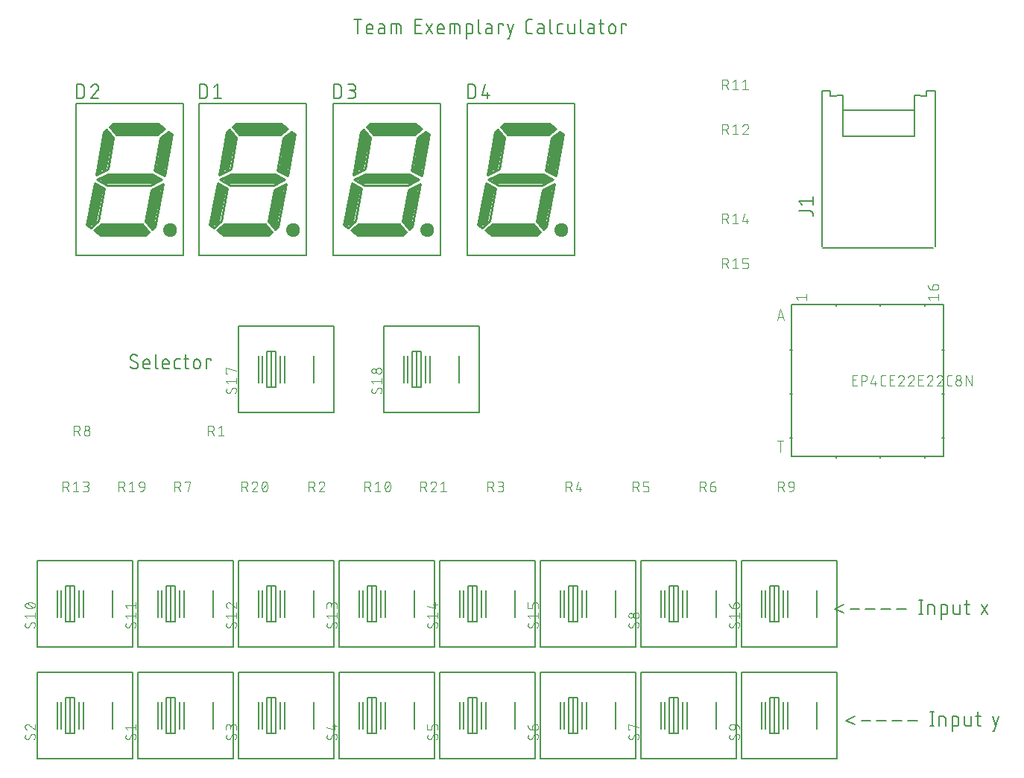
<source format=gbr>
G04 EAGLE Gerber RS-274X export*
G75*
%MOMM*%
%FSLAX34Y34*%
%LPD*%
%INSilkscreen Top*%
%IPPOS*%
%AMOC8*
5,1,8,0,0,1.08239X$1,22.5*%
G01*
%ADD10C,0.152400*%
%ADD11C,0.254000*%
%ADD12C,1.016000*%
%ADD13C,0.762000*%
%ADD14C,0.508000*%
%ADD15C,0.660400*%
%ADD16C,0.406400*%
%ADD17R,0.635000X0.508000*%
%ADD18R,0.508000X0.508000*%
%ADD19R,0.381000X0.508000*%
%ADD20R,0.381000X0.254000*%
%ADD21R,0.508000X0.254000*%
%ADD22C,0.177800*%
%ADD23C,0.101600*%
%ADD24C,0.203200*%
%ADD25C,0.076200*%


D10*
X373578Y851662D02*
X373578Y867918D01*
X378093Y867918D02*
X369062Y867918D01*
X386222Y851662D02*
X390737Y851662D01*
X386222Y851662D02*
X386121Y851664D01*
X386020Y851670D01*
X385919Y851679D01*
X385818Y851692D01*
X385718Y851709D01*
X385619Y851730D01*
X385521Y851754D01*
X385424Y851782D01*
X385327Y851814D01*
X385232Y851849D01*
X385139Y851888D01*
X385047Y851930D01*
X384956Y851976D01*
X384868Y852025D01*
X384781Y852077D01*
X384696Y852133D01*
X384613Y852191D01*
X384533Y852253D01*
X384455Y852318D01*
X384379Y852385D01*
X384306Y852455D01*
X384236Y852528D01*
X384169Y852604D01*
X384104Y852682D01*
X384042Y852762D01*
X383984Y852845D01*
X383928Y852930D01*
X383876Y853017D01*
X383827Y853105D01*
X383781Y853196D01*
X383739Y853288D01*
X383700Y853381D01*
X383665Y853476D01*
X383633Y853573D01*
X383605Y853670D01*
X383581Y853768D01*
X383560Y853867D01*
X383543Y853967D01*
X383530Y854068D01*
X383521Y854169D01*
X383515Y854270D01*
X383513Y854371D01*
X383512Y854371D02*
X383512Y858887D01*
X383513Y858887D02*
X383515Y859006D01*
X383521Y859126D01*
X383531Y859245D01*
X383545Y859363D01*
X383562Y859482D01*
X383584Y859599D01*
X383609Y859716D01*
X383639Y859831D01*
X383672Y859946D01*
X383709Y860060D01*
X383749Y860172D01*
X383794Y860283D01*
X383842Y860392D01*
X383893Y860500D01*
X383948Y860606D01*
X384007Y860710D01*
X384069Y860812D01*
X384134Y860912D01*
X384203Y861010D01*
X384275Y861106D01*
X384350Y861199D01*
X384427Y861289D01*
X384508Y861377D01*
X384592Y861462D01*
X384679Y861544D01*
X384768Y861624D01*
X384860Y861700D01*
X384954Y861774D01*
X385051Y861844D01*
X385149Y861911D01*
X385250Y861975D01*
X385354Y862035D01*
X385459Y862092D01*
X385566Y862145D01*
X385674Y862195D01*
X385784Y862241D01*
X385896Y862283D01*
X386009Y862322D01*
X386123Y862357D01*
X386238Y862388D01*
X386355Y862416D01*
X386472Y862439D01*
X386589Y862459D01*
X386708Y862475D01*
X386827Y862487D01*
X386946Y862495D01*
X387065Y862499D01*
X387185Y862499D01*
X387304Y862495D01*
X387423Y862487D01*
X387542Y862475D01*
X387661Y862459D01*
X387778Y862439D01*
X387895Y862416D01*
X388012Y862388D01*
X388127Y862357D01*
X388241Y862322D01*
X388354Y862283D01*
X388466Y862241D01*
X388576Y862195D01*
X388684Y862145D01*
X388791Y862092D01*
X388896Y862035D01*
X389000Y861975D01*
X389101Y861911D01*
X389199Y861844D01*
X389296Y861774D01*
X389390Y861700D01*
X389482Y861624D01*
X389571Y861544D01*
X389658Y861462D01*
X389742Y861377D01*
X389823Y861289D01*
X389900Y861199D01*
X389975Y861106D01*
X390047Y861010D01*
X390116Y860912D01*
X390181Y860812D01*
X390243Y860710D01*
X390302Y860606D01*
X390357Y860500D01*
X390408Y860392D01*
X390456Y860283D01*
X390501Y860172D01*
X390541Y860060D01*
X390578Y859946D01*
X390611Y859831D01*
X390641Y859716D01*
X390666Y859599D01*
X390688Y859482D01*
X390705Y859363D01*
X390719Y859245D01*
X390729Y859126D01*
X390735Y859006D01*
X390737Y858887D01*
X390737Y857081D01*
X383512Y857081D01*
X400147Y857984D02*
X404211Y857984D01*
X400147Y857984D02*
X400035Y857982D01*
X399924Y857976D01*
X399813Y857966D01*
X399702Y857953D01*
X399592Y857935D01*
X399483Y857913D01*
X399374Y857888D01*
X399266Y857859D01*
X399160Y857826D01*
X399054Y857789D01*
X398950Y857749D01*
X398848Y857705D01*
X398747Y857657D01*
X398648Y857606D01*
X398550Y857551D01*
X398455Y857493D01*
X398362Y857432D01*
X398271Y857367D01*
X398182Y857299D01*
X398096Y857228D01*
X398013Y857155D01*
X397932Y857078D01*
X397853Y856998D01*
X397778Y856916D01*
X397706Y856831D01*
X397636Y856744D01*
X397570Y856654D01*
X397507Y856562D01*
X397447Y856467D01*
X397391Y856371D01*
X397338Y856273D01*
X397289Y856173D01*
X397243Y856071D01*
X397201Y855968D01*
X397162Y855863D01*
X397127Y855757D01*
X397096Y855650D01*
X397069Y855542D01*
X397045Y855433D01*
X397026Y855323D01*
X397010Y855213D01*
X396998Y855102D01*
X396990Y854990D01*
X396986Y854879D01*
X396986Y854767D01*
X396990Y854656D01*
X396998Y854544D01*
X397010Y854433D01*
X397026Y854323D01*
X397045Y854213D01*
X397069Y854104D01*
X397096Y853996D01*
X397127Y853889D01*
X397162Y853783D01*
X397201Y853678D01*
X397243Y853575D01*
X397289Y853473D01*
X397338Y853373D01*
X397391Y853275D01*
X397447Y853179D01*
X397507Y853084D01*
X397570Y852992D01*
X397636Y852902D01*
X397706Y852815D01*
X397778Y852730D01*
X397853Y852648D01*
X397932Y852568D01*
X398013Y852491D01*
X398096Y852418D01*
X398182Y852347D01*
X398271Y852279D01*
X398362Y852214D01*
X398455Y852153D01*
X398550Y852095D01*
X398648Y852040D01*
X398747Y851989D01*
X398848Y851941D01*
X398950Y851897D01*
X399054Y851857D01*
X399160Y851820D01*
X399266Y851787D01*
X399374Y851758D01*
X399483Y851733D01*
X399592Y851711D01*
X399702Y851693D01*
X399813Y851680D01*
X399924Y851670D01*
X400035Y851664D01*
X400147Y851662D01*
X404211Y851662D01*
X404211Y859790D01*
X404209Y859891D01*
X404203Y859992D01*
X404194Y860093D01*
X404181Y860194D01*
X404164Y860294D01*
X404143Y860393D01*
X404119Y860491D01*
X404091Y860588D01*
X404059Y860685D01*
X404024Y860780D01*
X403985Y860873D01*
X403943Y860965D01*
X403897Y861056D01*
X403848Y861145D01*
X403796Y861231D01*
X403740Y861316D01*
X403682Y861399D01*
X403620Y861479D01*
X403555Y861557D01*
X403488Y861633D01*
X403418Y861706D01*
X403345Y861776D01*
X403269Y861843D01*
X403191Y861908D01*
X403111Y861970D01*
X403028Y862028D01*
X402943Y862084D01*
X402857Y862136D01*
X402768Y862185D01*
X402677Y862231D01*
X402585Y862273D01*
X402492Y862312D01*
X402397Y862347D01*
X402300Y862379D01*
X402203Y862407D01*
X402105Y862431D01*
X402006Y862452D01*
X401906Y862469D01*
X401805Y862482D01*
X401704Y862491D01*
X401603Y862497D01*
X401502Y862499D01*
X397889Y862499D01*
X411926Y862499D02*
X411926Y851662D01*
X411926Y862499D02*
X420054Y862499D01*
X420155Y862497D01*
X420256Y862491D01*
X420357Y862482D01*
X420458Y862469D01*
X420558Y862452D01*
X420657Y862431D01*
X420755Y862407D01*
X420852Y862379D01*
X420949Y862347D01*
X421044Y862312D01*
X421137Y862273D01*
X421229Y862231D01*
X421320Y862185D01*
X421409Y862136D01*
X421495Y862084D01*
X421580Y862028D01*
X421663Y861970D01*
X421743Y861908D01*
X421821Y861843D01*
X421897Y861776D01*
X421970Y861706D01*
X422040Y861633D01*
X422107Y861557D01*
X422172Y861479D01*
X422234Y861399D01*
X422292Y861316D01*
X422348Y861231D01*
X422400Y861145D01*
X422449Y861056D01*
X422495Y860965D01*
X422537Y860873D01*
X422576Y860780D01*
X422611Y860685D01*
X422643Y860588D01*
X422671Y860491D01*
X422695Y860393D01*
X422716Y860294D01*
X422733Y860194D01*
X422746Y860093D01*
X422755Y859992D01*
X422761Y859891D01*
X422763Y859790D01*
X422764Y859790D02*
X422764Y851662D01*
X417345Y851662D02*
X417345Y862499D01*
X438911Y851662D02*
X446136Y851662D01*
X438911Y851662D02*
X438911Y867918D01*
X446136Y867918D01*
X444330Y860693D02*
X438911Y860693D01*
X451247Y851662D02*
X458472Y862499D01*
X451247Y862499D02*
X458472Y851662D01*
X466983Y851662D02*
X471498Y851662D01*
X466983Y851662D02*
X466882Y851664D01*
X466781Y851670D01*
X466680Y851679D01*
X466579Y851692D01*
X466479Y851709D01*
X466380Y851730D01*
X466282Y851754D01*
X466185Y851782D01*
X466088Y851814D01*
X465993Y851849D01*
X465900Y851888D01*
X465808Y851930D01*
X465717Y851976D01*
X465629Y852025D01*
X465542Y852077D01*
X465457Y852133D01*
X465374Y852191D01*
X465294Y852253D01*
X465216Y852318D01*
X465140Y852385D01*
X465067Y852455D01*
X464997Y852528D01*
X464930Y852604D01*
X464865Y852682D01*
X464803Y852762D01*
X464745Y852845D01*
X464689Y852930D01*
X464637Y853017D01*
X464588Y853105D01*
X464542Y853196D01*
X464500Y853288D01*
X464461Y853381D01*
X464426Y853476D01*
X464394Y853573D01*
X464366Y853670D01*
X464342Y853768D01*
X464321Y853867D01*
X464304Y853967D01*
X464291Y854068D01*
X464282Y854169D01*
X464276Y854270D01*
X464274Y854371D01*
X464273Y854371D02*
X464273Y858887D01*
X464274Y858887D02*
X464276Y859006D01*
X464282Y859126D01*
X464292Y859245D01*
X464306Y859363D01*
X464323Y859482D01*
X464345Y859599D01*
X464370Y859716D01*
X464400Y859831D01*
X464433Y859946D01*
X464470Y860060D01*
X464510Y860172D01*
X464555Y860283D01*
X464603Y860392D01*
X464654Y860500D01*
X464709Y860606D01*
X464768Y860710D01*
X464830Y860812D01*
X464895Y860912D01*
X464964Y861010D01*
X465036Y861106D01*
X465111Y861199D01*
X465188Y861289D01*
X465269Y861377D01*
X465353Y861462D01*
X465440Y861544D01*
X465529Y861624D01*
X465621Y861700D01*
X465715Y861774D01*
X465812Y861844D01*
X465910Y861911D01*
X466011Y861975D01*
X466115Y862035D01*
X466220Y862092D01*
X466327Y862145D01*
X466435Y862195D01*
X466545Y862241D01*
X466657Y862283D01*
X466770Y862322D01*
X466884Y862357D01*
X466999Y862388D01*
X467116Y862416D01*
X467233Y862439D01*
X467350Y862459D01*
X467469Y862475D01*
X467588Y862487D01*
X467707Y862495D01*
X467826Y862499D01*
X467946Y862499D01*
X468065Y862495D01*
X468184Y862487D01*
X468303Y862475D01*
X468422Y862459D01*
X468539Y862439D01*
X468656Y862416D01*
X468773Y862388D01*
X468888Y862357D01*
X469002Y862322D01*
X469115Y862283D01*
X469227Y862241D01*
X469337Y862195D01*
X469445Y862145D01*
X469552Y862092D01*
X469657Y862035D01*
X469761Y861975D01*
X469862Y861911D01*
X469960Y861844D01*
X470057Y861774D01*
X470151Y861700D01*
X470243Y861624D01*
X470332Y861544D01*
X470419Y861462D01*
X470503Y861377D01*
X470584Y861289D01*
X470661Y861199D01*
X470736Y861106D01*
X470808Y861010D01*
X470877Y860912D01*
X470942Y860812D01*
X471004Y860710D01*
X471063Y860606D01*
X471118Y860500D01*
X471169Y860392D01*
X471217Y860283D01*
X471262Y860172D01*
X471302Y860060D01*
X471339Y859946D01*
X471372Y859831D01*
X471402Y859716D01*
X471427Y859599D01*
X471449Y859482D01*
X471466Y859363D01*
X471480Y859245D01*
X471490Y859126D01*
X471496Y859006D01*
X471498Y858887D01*
X471498Y857081D01*
X464273Y857081D01*
X478620Y862499D02*
X478620Y851662D01*
X478620Y862499D02*
X486748Y862499D01*
X486849Y862497D01*
X486950Y862491D01*
X487051Y862482D01*
X487152Y862469D01*
X487252Y862452D01*
X487351Y862431D01*
X487449Y862407D01*
X487546Y862379D01*
X487643Y862347D01*
X487738Y862312D01*
X487831Y862273D01*
X487923Y862231D01*
X488014Y862185D01*
X488103Y862136D01*
X488189Y862084D01*
X488274Y862028D01*
X488357Y861970D01*
X488437Y861908D01*
X488515Y861843D01*
X488591Y861776D01*
X488664Y861706D01*
X488734Y861633D01*
X488801Y861557D01*
X488866Y861479D01*
X488928Y861399D01*
X488986Y861316D01*
X489042Y861231D01*
X489094Y861145D01*
X489143Y861056D01*
X489189Y860965D01*
X489231Y860873D01*
X489270Y860780D01*
X489305Y860685D01*
X489337Y860588D01*
X489365Y860491D01*
X489389Y860393D01*
X489410Y860294D01*
X489427Y860194D01*
X489440Y860093D01*
X489449Y859992D01*
X489455Y859891D01*
X489457Y859790D01*
X489457Y851662D01*
X484038Y851662D02*
X484038Y862499D01*
X497172Y862499D02*
X497172Y846243D01*
X497172Y862499D02*
X501688Y862499D01*
X501792Y862497D01*
X501895Y862491D01*
X501999Y862481D01*
X502102Y862467D01*
X502204Y862449D01*
X502305Y862428D01*
X502406Y862402D01*
X502505Y862373D01*
X502604Y862340D01*
X502701Y862303D01*
X502796Y862262D01*
X502890Y862218D01*
X502982Y862170D01*
X503072Y862119D01*
X503161Y862064D01*
X503247Y862006D01*
X503330Y861944D01*
X503412Y861880D01*
X503490Y861812D01*
X503566Y861742D01*
X503640Y861669D01*
X503710Y861592D01*
X503778Y861514D01*
X503842Y861432D01*
X503904Y861349D01*
X503962Y861263D01*
X504017Y861174D01*
X504068Y861084D01*
X504116Y860992D01*
X504160Y860898D01*
X504201Y860803D01*
X504238Y860706D01*
X504271Y860607D01*
X504300Y860508D01*
X504326Y860407D01*
X504347Y860306D01*
X504365Y860204D01*
X504379Y860101D01*
X504389Y859997D01*
X504395Y859894D01*
X504397Y859790D01*
X504397Y854371D01*
X504395Y854270D01*
X504389Y854169D01*
X504380Y854068D01*
X504367Y853967D01*
X504350Y853867D01*
X504329Y853768D01*
X504305Y853670D01*
X504277Y853573D01*
X504245Y853476D01*
X504210Y853381D01*
X504171Y853288D01*
X504129Y853196D01*
X504083Y853105D01*
X504034Y853017D01*
X503982Y852930D01*
X503926Y852845D01*
X503868Y852762D01*
X503806Y852682D01*
X503741Y852604D01*
X503674Y852528D01*
X503604Y852455D01*
X503531Y852385D01*
X503455Y852318D01*
X503377Y852253D01*
X503297Y852191D01*
X503214Y852133D01*
X503129Y852077D01*
X503043Y852025D01*
X502954Y851976D01*
X502863Y851930D01*
X502771Y851888D01*
X502678Y851849D01*
X502583Y851814D01*
X502486Y851782D01*
X502389Y851754D01*
X502291Y851730D01*
X502192Y851709D01*
X502092Y851692D01*
X501991Y851679D01*
X501890Y851670D01*
X501789Y851664D01*
X501688Y851662D01*
X497172Y851662D01*
X510883Y854371D02*
X510883Y867918D01*
X510883Y854371D02*
X510885Y854270D01*
X510891Y854169D01*
X510900Y854068D01*
X510913Y853967D01*
X510930Y853867D01*
X510951Y853768D01*
X510975Y853670D01*
X511003Y853573D01*
X511035Y853476D01*
X511070Y853381D01*
X511109Y853288D01*
X511151Y853196D01*
X511197Y853105D01*
X511246Y853017D01*
X511298Y852930D01*
X511354Y852845D01*
X511412Y852762D01*
X511474Y852682D01*
X511539Y852604D01*
X511606Y852528D01*
X511676Y852455D01*
X511749Y852385D01*
X511825Y852318D01*
X511903Y852253D01*
X511983Y852191D01*
X512066Y852133D01*
X512151Y852077D01*
X512238Y852025D01*
X512326Y851976D01*
X512417Y851930D01*
X512509Y851888D01*
X512602Y851849D01*
X512697Y851814D01*
X512794Y851782D01*
X512891Y851754D01*
X512989Y851730D01*
X513088Y851709D01*
X513188Y851692D01*
X513289Y851679D01*
X513390Y851670D01*
X513491Y851664D01*
X513592Y851662D01*
X522070Y857984D02*
X526134Y857984D01*
X522070Y857984D02*
X521958Y857982D01*
X521847Y857976D01*
X521736Y857966D01*
X521625Y857953D01*
X521515Y857935D01*
X521406Y857913D01*
X521297Y857888D01*
X521189Y857859D01*
X521083Y857826D01*
X520977Y857789D01*
X520873Y857749D01*
X520771Y857705D01*
X520670Y857657D01*
X520571Y857606D01*
X520473Y857551D01*
X520378Y857493D01*
X520285Y857432D01*
X520194Y857367D01*
X520105Y857299D01*
X520019Y857228D01*
X519936Y857155D01*
X519855Y857078D01*
X519776Y856998D01*
X519701Y856916D01*
X519629Y856831D01*
X519559Y856744D01*
X519493Y856654D01*
X519430Y856562D01*
X519370Y856467D01*
X519314Y856371D01*
X519261Y856273D01*
X519212Y856173D01*
X519166Y856071D01*
X519124Y855968D01*
X519085Y855863D01*
X519050Y855757D01*
X519019Y855650D01*
X518992Y855542D01*
X518968Y855433D01*
X518949Y855323D01*
X518933Y855213D01*
X518921Y855102D01*
X518913Y854990D01*
X518909Y854879D01*
X518909Y854767D01*
X518913Y854656D01*
X518921Y854544D01*
X518933Y854433D01*
X518949Y854323D01*
X518968Y854213D01*
X518992Y854104D01*
X519019Y853996D01*
X519050Y853889D01*
X519085Y853783D01*
X519124Y853678D01*
X519166Y853575D01*
X519212Y853473D01*
X519261Y853373D01*
X519314Y853275D01*
X519370Y853179D01*
X519430Y853084D01*
X519493Y852992D01*
X519559Y852902D01*
X519629Y852815D01*
X519701Y852730D01*
X519776Y852648D01*
X519855Y852568D01*
X519936Y852491D01*
X520019Y852418D01*
X520105Y852347D01*
X520194Y852279D01*
X520285Y852214D01*
X520378Y852153D01*
X520473Y852095D01*
X520571Y852040D01*
X520670Y851989D01*
X520771Y851941D01*
X520873Y851897D01*
X520977Y851857D01*
X521083Y851820D01*
X521189Y851787D01*
X521297Y851758D01*
X521406Y851733D01*
X521515Y851711D01*
X521625Y851693D01*
X521736Y851680D01*
X521847Y851670D01*
X521958Y851664D01*
X522070Y851662D01*
X526134Y851662D01*
X526134Y859790D01*
X526132Y859891D01*
X526126Y859992D01*
X526117Y860093D01*
X526104Y860194D01*
X526087Y860294D01*
X526066Y860393D01*
X526042Y860491D01*
X526014Y860588D01*
X525982Y860685D01*
X525947Y860780D01*
X525908Y860873D01*
X525866Y860965D01*
X525820Y861056D01*
X525771Y861145D01*
X525719Y861231D01*
X525663Y861316D01*
X525605Y861399D01*
X525543Y861479D01*
X525478Y861557D01*
X525411Y861633D01*
X525341Y861706D01*
X525268Y861776D01*
X525192Y861843D01*
X525114Y861908D01*
X525034Y861970D01*
X524951Y862028D01*
X524866Y862084D01*
X524780Y862136D01*
X524691Y862185D01*
X524600Y862231D01*
X524508Y862273D01*
X524415Y862312D01*
X524320Y862347D01*
X524223Y862379D01*
X524126Y862407D01*
X524028Y862431D01*
X523929Y862452D01*
X523829Y862469D01*
X523728Y862482D01*
X523627Y862491D01*
X523526Y862497D01*
X523425Y862499D01*
X519813Y862499D01*
X533657Y862499D02*
X533657Y851662D01*
X533657Y862499D02*
X539075Y862499D01*
X539075Y860693D01*
X543472Y846243D02*
X545278Y846243D01*
X550697Y862499D01*
X543472Y862499D02*
X547084Y851662D01*
X568546Y851662D02*
X572159Y851662D01*
X568546Y851662D02*
X568428Y851664D01*
X568310Y851670D01*
X568192Y851679D01*
X568075Y851693D01*
X567958Y851710D01*
X567841Y851731D01*
X567726Y851756D01*
X567611Y851785D01*
X567497Y851818D01*
X567385Y851854D01*
X567274Y851894D01*
X567164Y851937D01*
X567055Y851984D01*
X566948Y852034D01*
X566843Y852089D01*
X566740Y852146D01*
X566639Y852207D01*
X566539Y852271D01*
X566442Y852338D01*
X566347Y852408D01*
X566255Y852482D01*
X566164Y852558D01*
X566077Y852638D01*
X565992Y852720D01*
X565910Y852805D01*
X565830Y852892D01*
X565754Y852983D01*
X565680Y853075D01*
X565610Y853170D01*
X565543Y853267D01*
X565479Y853367D01*
X565418Y853468D01*
X565361Y853571D01*
X565306Y853676D01*
X565256Y853783D01*
X565209Y853892D01*
X565166Y854002D01*
X565126Y854113D01*
X565090Y854225D01*
X565057Y854339D01*
X565028Y854454D01*
X565003Y854569D01*
X564982Y854686D01*
X564965Y854803D01*
X564951Y854920D01*
X564942Y855038D01*
X564936Y855156D01*
X564934Y855274D01*
X564934Y864306D01*
X564936Y864424D01*
X564942Y864542D01*
X564951Y864660D01*
X564965Y864777D01*
X564982Y864894D01*
X565003Y865011D01*
X565028Y865126D01*
X565057Y865241D01*
X565090Y865355D01*
X565126Y865467D01*
X565166Y865578D01*
X565209Y865688D01*
X565256Y865797D01*
X565306Y865904D01*
X565360Y866009D01*
X565418Y866112D01*
X565479Y866213D01*
X565543Y866313D01*
X565610Y866410D01*
X565680Y866505D01*
X565754Y866597D01*
X565830Y866688D01*
X565910Y866775D01*
X565992Y866860D01*
X566077Y866942D01*
X566164Y867022D01*
X566255Y867098D01*
X566347Y867172D01*
X566442Y867242D01*
X566539Y867309D01*
X566639Y867373D01*
X566740Y867434D01*
X566843Y867491D01*
X566948Y867545D01*
X567055Y867596D01*
X567164Y867643D01*
X567274Y867686D01*
X567385Y867726D01*
X567497Y867762D01*
X567611Y867795D01*
X567726Y867824D01*
X567841Y867849D01*
X567958Y867870D01*
X568075Y867887D01*
X568192Y867901D01*
X568310Y867910D01*
X568428Y867916D01*
X568546Y867918D01*
X572159Y867918D01*
X580948Y857984D02*
X585012Y857984D01*
X580948Y857984D02*
X580836Y857982D01*
X580725Y857976D01*
X580614Y857966D01*
X580503Y857953D01*
X580393Y857935D01*
X580284Y857913D01*
X580175Y857888D01*
X580067Y857859D01*
X579961Y857826D01*
X579855Y857789D01*
X579751Y857749D01*
X579649Y857705D01*
X579548Y857657D01*
X579449Y857606D01*
X579351Y857551D01*
X579256Y857493D01*
X579163Y857432D01*
X579072Y857367D01*
X578983Y857299D01*
X578897Y857228D01*
X578814Y857155D01*
X578733Y857078D01*
X578654Y856998D01*
X578579Y856916D01*
X578507Y856831D01*
X578437Y856744D01*
X578371Y856654D01*
X578308Y856562D01*
X578248Y856467D01*
X578192Y856371D01*
X578139Y856273D01*
X578090Y856173D01*
X578044Y856071D01*
X578002Y855968D01*
X577963Y855863D01*
X577928Y855757D01*
X577897Y855650D01*
X577870Y855542D01*
X577846Y855433D01*
X577827Y855323D01*
X577811Y855213D01*
X577799Y855102D01*
X577791Y854990D01*
X577787Y854879D01*
X577787Y854767D01*
X577791Y854656D01*
X577799Y854544D01*
X577811Y854433D01*
X577827Y854323D01*
X577846Y854213D01*
X577870Y854104D01*
X577897Y853996D01*
X577928Y853889D01*
X577963Y853783D01*
X578002Y853678D01*
X578044Y853575D01*
X578090Y853473D01*
X578139Y853373D01*
X578192Y853275D01*
X578248Y853179D01*
X578308Y853084D01*
X578371Y852992D01*
X578437Y852902D01*
X578507Y852815D01*
X578579Y852730D01*
X578654Y852648D01*
X578733Y852568D01*
X578814Y852491D01*
X578897Y852418D01*
X578983Y852347D01*
X579072Y852279D01*
X579163Y852214D01*
X579256Y852153D01*
X579351Y852095D01*
X579449Y852040D01*
X579548Y851989D01*
X579649Y851941D01*
X579751Y851897D01*
X579855Y851857D01*
X579961Y851820D01*
X580067Y851787D01*
X580175Y851758D01*
X580284Y851733D01*
X580393Y851711D01*
X580503Y851693D01*
X580614Y851680D01*
X580725Y851670D01*
X580836Y851664D01*
X580948Y851662D01*
X585012Y851662D01*
X585012Y859790D01*
X585010Y859891D01*
X585004Y859992D01*
X584995Y860093D01*
X584982Y860194D01*
X584965Y860294D01*
X584944Y860393D01*
X584920Y860491D01*
X584892Y860588D01*
X584860Y860685D01*
X584825Y860780D01*
X584786Y860873D01*
X584744Y860965D01*
X584698Y861056D01*
X584649Y861145D01*
X584597Y861231D01*
X584541Y861316D01*
X584483Y861399D01*
X584421Y861479D01*
X584356Y861557D01*
X584289Y861633D01*
X584219Y861706D01*
X584146Y861776D01*
X584070Y861843D01*
X583992Y861908D01*
X583912Y861970D01*
X583829Y862028D01*
X583744Y862084D01*
X583658Y862136D01*
X583569Y862185D01*
X583478Y862231D01*
X583386Y862273D01*
X583293Y862312D01*
X583198Y862347D01*
X583101Y862379D01*
X583004Y862407D01*
X582906Y862431D01*
X582807Y862452D01*
X582707Y862469D01*
X582606Y862482D01*
X582505Y862491D01*
X582404Y862497D01*
X582303Y862499D01*
X578690Y862499D01*
X592165Y867918D02*
X592165Y854371D01*
X592166Y854371D02*
X592168Y854270D01*
X592174Y854169D01*
X592183Y854068D01*
X592196Y853967D01*
X592213Y853867D01*
X592234Y853768D01*
X592258Y853670D01*
X592286Y853573D01*
X592318Y853476D01*
X592353Y853381D01*
X592392Y853288D01*
X592434Y853196D01*
X592480Y853105D01*
X592529Y853017D01*
X592581Y852930D01*
X592637Y852845D01*
X592695Y852762D01*
X592757Y852682D01*
X592822Y852604D01*
X592889Y852528D01*
X592959Y852455D01*
X593032Y852385D01*
X593108Y852318D01*
X593186Y852253D01*
X593266Y852191D01*
X593349Y852133D01*
X593434Y852077D01*
X593521Y852025D01*
X593609Y851976D01*
X593700Y851930D01*
X593792Y851888D01*
X593885Y851849D01*
X593980Y851814D01*
X594077Y851782D01*
X594174Y851754D01*
X594272Y851730D01*
X594371Y851709D01*
X594471Y851692D01*
X594572Y851679D01*
X594673Y851670D01*
X594774Y851664D01*
X594875Y851662D01*
X602992Y851662D02*
X606604Y851662D01*
X602992Y851662D02*
X602891Y851664D01*
X602790Y851670D01*
X602689Y851679D01*
X602588Y851692D01*
X602488Y851709D01*
X602389Y851730D01*
X602291Y851754D01*
X602194Y851782D01*
X602097Y851814D01*
X602002Y851849D01*
X601909Y851888D01*
X601817Y851930D01*
X601726Y851976D01*
X601638Y852025D01*
X601551Y852077D01*
X601466Y852133D01*
X601383Y852191D01*
X601303Y852253D01*
X601225Y852318D01*
X601149Y852385D01*
X601076Y852455D01*
X601006Y852528D01*
X600939Y852604D01*
X600874Y852682D01*
X600812Y852762D01*
X600754Y852845D01*
X600698Y852930D01*
X600646Y853017D01*
X600597Y853105D01*
X600551Y853196D01*
X600509Y853288D01*
X600470Y853381D01*
X600435Y853476D01*
X600403Y853573D01*
X600375Y853670D01*
X600351Y853768D01*
X600330Y853867D01*
X600313Y853967D01*
X600300Y854068D01*
X600291Y854169D01*
X600285Y854270D01*
X600283Y854371D01*
X600283Y859790D01*
X600285Y859891D01*
X600291Y859992D01*
X600300Y860093D01*
X600313Y860194D01*
X600330Y860294D01*
X600351Y860393D01*
X600375Y860491D01*
X600403Y860588D01*
X600435Y860685D01*
X600470Y860780D01*
X600509Y860873D01*
X600551Y860965D01*
X600597Y861056D01*
X600646Y861145D01*
X600698Y861231D01*
X600754Y861316D01*
X600812Y861399D01*
X600874Y861479D01*
X600939Y861557D01*
X601006Y861633D01*
X601076Y861706D01*
X601149Y861776D01*
X601225Y861843D01*
X601303Y861908D01*
X601383Y861970D01*
X601466Y862028D01*
X601551Y862084D01*
X601638Y862136D01*
X601726Y862185D01*
X601817Y862231D01*
X601909Y862273D01*
X602002Y862312D01*
X602097Y862347D01*
X602194Y862379D01*
X602291Y862407D01*
X602389Y862431D01*
X602488Y862452D01*
X602588Y862469D01*
X602689Y862482D01*
X602790Y862491D01*
X602891Y862497D01*
X602992Y862499D01*
X606604Y862499D01*
X612770Y862499D02*
X612770Y854371D01*
X612772Y854270D01*
X612778Y854169D01*
X612787Y854068D01*
X612800Y853967D01*
X612817Y853867D01*
X612838Y853768D01*
X612862Y853670D01*
X612890Y853573D01*
X612922Y853476D01*
X612957Y853381D01*
X612996Y853288D01*
X613038Y853196D01*
X613084Y853105D01*
X613133Y853017D01*
X613185Y852930D01*
X613241Y852845D01*
X613299Y852762D01*
X613361Y852682D01*
X613426Y852604D01*
X613493Y852528D01*
X613563Y852455D01*
X613636Y852385D01*
X613712Y852318D01*
X613790Y852253D01*
X613870Y852191D01*
X613953Y852133D01*
X614038Y852077D01*
X614125Y852025D01*
X614213Y851976D01*
X614304Y851930D01*
X614396Y851888D01*
X614489Y851849D01*
X614584Y851814D01*
X614681Y851782D01*
X614778Y851754D01*
X614876Y851730D01*
X614975Y851709D01*
X615075Y851692D01*
X615176Y851679D01*
X615277Y851670D01*
X615378Y851664D01*
X615479Y851662D01*
X619995Y851662D01*
X619995Y862499D01*
X627075Y867918D02*
X627075Y854371D01*
X627077Y854270D01*
X627083Y854169D01*
X627092Y854068D01*
X627105Y853967D01*
X627122Y853867D01*
X627143Y853768D01*
X627167Y853670D01*
X627195Y853573D01*
X627227Y853476D01*
X627262Y853381D01*
X627301Y853288D01*
X627343Y853196D01*
X627389Y853105D01*
X627438Y853017D01*
X627490Y852930D01*
X627546Y852845D01*
X627604Y852762D01*
X627666Y852682D01*
X627731Y852604D01*
X627798Y852528D01*
X627868Y852455D01*
X627941Y852385D01*
X628017Y852318D01*
X628095Y852253D01*
X628175Y852191D01*
X628258Y852133D01*
X628343Y852077D01*
X628430Y852025D01*
X628518Y851976D01*
X628609Y851930D01*
X628701Y851888D01*
X628794Y851849D01*
X628889Y851814D01*
X628986Y851782D01*
X629083Y851754D01*
X629181Y851730D01*
X629280Y851709D01*
X629380Y851692D01*
X629481Y851679D01*
X629582Y851670D01*
X629683Y851664D01*
X629784Y851662D01*
X638262Y857984D02*
X642326Y857984D01*
X638262Y857984D02*
X638150Y857982D01*
X638039Y857976D01*
X637928Y857966D01*
X637817Y857953D01*
X637707Y857935D01*
X637598Y857913D01*
X637489Y857888D01*
X637381Y857859D01*
X637275Y857826D01*
X637169Y857789D01*
X637065Y857749D01*
X636963Y857705D01*
X636862Y857657D01*
X636763Y857606D01*
X636665Y857551D01*
X636570Y857493D01*
X636477Y857432D01*
X636386Y857367D01*
X636297Y857299D01*
X636211Y857228D01*
X636128Y857155D01*
X636047Y857078D01*
X635968Y856998D01*
X635893Y856916D01*
X635821Y856831D01*
X635751Y856744D01*
X635685Y856654D01*
X635622Y856562D01*
X635562Y856467D01*
X635506Y856371D01*
X635453Y856273D01*
X635404Y856173D01*
X635358Y856071D01*
X635316Y855968D01*
X635277Y855863D01*
X635242Y855757D01*
X635211Y855650D01*
X635184Y855542D01*
X635160Y855433D01*
X635141Y855323D01*
X635125Y855213D01*
X635113Y855102D01*
X635105Y854990D01*
X635101Y854879D01*
X635101Y854767D01*
X635105Y854656D01*
X635113Y854544D01*
X635125Y854433D01*
X635141Y854323D01*
X635160Y854213D01*
X635184Y854104D01*
X635211Y853996D01*
X635242Y853889D01*
X635277Y853783D01*
X635316Y853678D01*
X635358Y853575D01*
X635404Y853473D01*
X635453Y853373D01*
X635506Y853275D01*
X635562Y853179D01*
X635622Y853084D01*
X635685Y852992D01*
X635751Y852902D01*
X635821Y852815D01*
X635893Y852730D01*
X635968Y852648D01*
X636047Y852568D01*
X636128Y852491D01*
X636211Y852418D01*
X636297Y852347D01*
X636386Y852279D01*
X636477Y852214D01*
X636570Y852153D01*
X636665Y852095D01*
X636763Y852040D01*
X636862Y851989D01*
X636963Y851941D01*
X637065Y851897D01*
X637169Y851857D01*
X637275Y851820D01*
X637381Y851787D01*
X637489Y851758D01*
X637598Y851733D01*
X637707Y851711D01*
X637817Y851693D01*
X637928Y851680D01*
X638039Y851670D01*
X638150Y851664D01*
X638262Y851662D01*
X642326Y851662D01*
X642326Y859790D01*
X642324Y859891D01*
X642318Y859992D01*
X642309Y860093D01*
X642296Y860194D01*
X642279Y860294D01*
X642258Y860393D01*
X642234Y860491D01*
X642206Y860588D01*
X642174Y860685D01*
X642139Y860780D01*
X642100Y860873D01*
X642058Y860965D01*
X642012Y861056D01*
X641963Y861145D01*
X641911Y861231D01*
X641855Y861316D01*
X641797Y861399D01*
X641735Y861479D01*
X641670Y861557D01*
X641603Y861633D01*
X641533Y861706D01*
X641460Y861776D01*
X641384Y861843D01*
X641306Y861908D01*
X641226Y861970D01*
X641143Y862028D01*
X641058Y862084D01*
X640972Y862136D01*
X640883Y862185D01*
X640792Y862231D01*
X640700Y862273D01*
X640607Y862312D01*
X640512Y862347D01*
X640415Y862379D01*
X640318Y862407D01*
X640220Y862431D01*
X640121Y862452D01*
X640021Y862469D01*
X639920Y862482D01*
X639819Y862491D01*
X639718Y862497D01*
X639617Y862499D01*
X636005Y862499D01*
X647946Y862499D02*
X653364Y862499D01*
X649752Y867918D02*
X649752Y854371D01*
X649754Y854270D01*
X649760Y854169D01*
X649769Y854068D01*
X649782Y853967D01*
X649799Y853867D01*
X649820Y853768D01*
X649844Y853670D01*
X649872Y853573D01*
X649904Y853476D01*
X649939Y853381D01*
X649978Y853288D01*
X650020Y853196D01*
X650066Y853105D01*
X650115Y853017D01*
X650167Y852930D01*
X650223Y852845D01*
X650281Y852762D01*
X650343Y852682D01*
X650408Y852604D01*
X650475Y852528D01*
X650545Y852455D01*
X650618Y852385D01*
X650694Y852318D01*
X650772Y852253D01*
X650852Y852191D01*
X650935Y852133D01*
X651020Y852077D01*
X651107Y852025D01*
X651195Y851976D01*
X651286Y851930D01*
X651378Y851888D01*
X651471Y851849D01*
X651566Y851814D01*
X651663Y851782D01*
X651760Y851754D01*
X651858Y851730D01*
X651957Y851709D01*
X652057Y851692D01*
X652158Y851679D01*
X652259Y851670D01*
X652360Y851664D01*
X652461Y851662D01*
X653364Y851662D01*
X659143Y855274D02*
X659143Y858887D01*
X659145Y859006D01*
X659151Y859126D01*
X659161Y859245D01*
X659175Y859363D01*
X659192Y859482D01*
X659214Y859599D01*
X659239Y859716D01*
X659269Y859831D01*
X659302Y859946D01*
X659339Y860060D01*
X659379Y860172D01*
X659424Y860283D01*
X659472Y860392D01*
X659523Y860500D01*
X659578Y860606D01*
X659637Y860710D01*
X659699Y860812D01*
X659764Y860912D01*
X659833Y861010D01*
X659905Y861106D01*
X659980Y861199D01*
X660057Y861289D01*
X660138Y861377D01*
X660222Y861462D01*
X660309Y861544D01*
X660398Y861624D01*
X660490Y861700D01*
X660584Y861774D01*
X660681Y861844D01*
X660779Y861911D01*
X660880Y861975D01*
X660984Y862035D01*
X661089Y862092D01*
X661196Y862145D01*
X661304Y862195D01*
X661414Y862241D01*
X661526Y862283D01*
X661639Y862322D01*
X661753Y862357D01*
X661868Y862388D01*
X661985Y862416D01*
X662102Y862439D01*
X662219Y862459D01*
X662338Y862475D01*
X662457Y862487D01*
X662576Y862495D01*
X662695Y862499D01*
X662815Y862499D01*
X662934Y862495D01*
X663053Y862487D01*
X663172Y862475D01*
X663291Y862459D01*
X663408Y862439D01*
X663525Y862416D01*
X663642Y862388D01*
X663757Y862357D01*
X663871Y862322D01*
X663984Y862283D01*
X664096Y862241D01*
X664206Y862195D01*
X664314Y862145D01*
X664421Y862092D01*
X664526Y862035D01*
X664630Y861975D01*
X664731Y861911D01*
X664829Y861844D01*
X664926Y861774D01*
X665020Y861700D01*
X665112Y861624D01*
X665201Y861544D01*
X665288Y861462D01*
X665372Y861377D01*
X665453Y861289D01*
X665530Y861199D01*
X665605Y861106D01*
X665677Y861010D01*
X665746Y860912D01*
X665811Y860812D01*
X665873Y860710D01*
X665932Y860606D01*
X665987Y860500D01*
X666038Y860392D01*
X666086Y860283D01*
X666131Y860172D01*
X666171Y860060D01*
X666208Y859946D01*
X666241Y859831D01*
X666271Y859716D01*
X666296Y859599D01*
X666318Y859482D01*
X666335Y859363D01*
X666349Y859245D01*
X666359Y859126D01*
X666365Y859006D01*
X666367Y858887D01*
X666368Y858887D02*
X666368Y855274D01*
X666367Y855274D02*
X666365Y855155D01*
X666359Y855035D01*
X666349Y854916D01*
X666335Y854798D01*
X666318Y854679D01*
X666296Y854562D01*
X666271Y854445D01*
X666241Y854330D01*
X666208Y854215D01*
X666171Y854101D01*
X666131Y853989D01*
X666086Y853878D01*
X666038Y853769D01*
X665987Y853661D01*
X665932Y853555D01*
X665873Y853451D01*
X665811Y853349D01*
X665746Y853249D01*
X665677Y853151D01*
X665605Y853055D01*
X665530Y852962D01*
X665453Y852872D01*
X665372Y852784D01*
X665288Y852699D01*
X665201Y852617D01*
X665112Y852537D01*
X665020Y852461D01*
X664926Y852387D01*
X664829Y852317D01*
X664731Y852250D01*
X664630Y852186D01*
X664526Y852126D01*
X664421Y852069D01*
X664314Y852016D01*
X664206Y851966D01*
X664096Y851920D01*
X663984Y851878D01*
X663871Y851839D01*
X663757Y851804D01*
X663642Y851773D01*
X663525Y851745D01*
X663408Y851722D01*
X663291Y851702D01*
X663172Y851686D01*
X663053Y851674D01*
X662934Y851666D01*
X662815Y851662D01*
X662695Y851662D01*
X662576Y851666D01*
X662457Y851674D01*
X662338Y851686D01*
X662219Y851702D01*
X662102Y851722D01*
X661985Y851745D01*
X661868Y851773D01*
X661753Y851804D01*
X661639Y851839D01*
X661526Y851878D01*
X661414Y851920D01*
X661304Y851966D01*
X661196Y852016D01*
X661089Y852069D01*
X660984Y852126D01*
X660880Y852186D01*
X660779Y852250D01*
X660681Y852317D01*
X660584Y852387D01*
X660490Y852461D01*
X660398Y852537D01*
X660309Y852617D01*
X660222Y852699D01*
X660138Y852784D01*
X660057Y852872D01*
X659980Y852962D01*
X659905Y853055D01*
X659833Y853151D01*
X659764Y853249D01*
X659699Y853349D01*
X659637Y853451D01*
X659578Y853555D01*
X659523Y853661D01*
X659472Y853769D01*
X659424Y853878D01*
X659379Y853989D01*
X659339Y854101D01*
X659302Y854215D01*
X659269Y854330D01*
X659239Y854445D01*
X659214Y854562D01*
X659192Y854679D01*
X659175Y854798D01*
X659161Y854916D01*
X659151Y855035D01*
X659145Y855155D01*
X659143Y855274D01*
X673296Y851662D02*
X673296Y862499D01*
X678714Y862499D01*
X678714Y860693D01*
X925999Y202099D02*
X915162Y197584D01*
X925999Y193068D01*
X932877Y197584D02*
X943715Y197584D01*
X950593Y197584D02*
X961430Y197584D01*
X968308Y197584D02*
X979145Y197584D01*
X986024Y197584D02*
X996861Y197584D01*
X1013326Y191262D02*
X1013326Y207518D01*
X1011520Y191262D02*
X1015132Y191262D01*
X1015132Y207518D02*
X1011520Y207518D01*
X1021697Y202099D02*
X1021697Y191262D01*
X1021697Y202099D02*
X1026213Y202099D01*
X1026317Y202097D01*
X1026420Y202091D01*
X1026524Y202081D01*
X1026627Y202067D01*
X1026729Y202049D01*
X1026830Y202028D01*
X1026931Y202002D01*
X1027030Y201973D01*
X1027129Y201940D01*
X1027226Y201903D01*
X1027321Y201862D01*
X1027415Y201818D01*
X1027507Y201770D01*
X1027597Y201719D01*
X1027686Y201664D01*
X1027772Y201606D01*
X1027855Y201544D01*
X1027937Y201480D01*
X1028015Y201412D01*
X1028091Y201342D01*
X1028165Y201269D01*
X1028235Y201192D01*
X1028303Y201114D01*
X1028367Y201032D01*
X1028429Y200949D01*
X1028487Y200863D01*
X1028542Y200774D01*
X1028593Y200684D01*
X1028641Y200592D01*
X1028685Y200498D01*
X1028726Y200403D01*
X1028763Y200306D01*
X1028796Y200207D01*
X1028825Y200108D01*
X1028851Y200007D01*
X1028872Y199906D01*
X1028890Y199804D01*
X1028904Y199701D01*
X1028914Y199597D01*
X1028920Y199494D01*
X1028922Y199390D01*
X1028922Y191262D01*
X1036360Y185843D02*
X1036360Y202099D01*
X1040875Y202099D01*
X1040979Y202097D01*
X1041082Y202091D01*
X1041186Y202081D01*
X1041289Y202067D01*
X1041391Y202049D01*
X1041492Y202028D01*
X1041593Y202002D01*
X1041692Y201973D01*
X1041791Y201940D01*
X1041888Y201903D01*
X1041983Y201862D01*
X1042077Y201818D01*
X1042169Y201770D01*
X1042259Y201719D01*
X1042348Y201664D01*
X1042434Y201606D01*
X1042517Y201544D01*
X1042599Y201480D01*
X1042677Y201412D01*
X1042753Y201342D01*
X1042827Y201269D01*
X1042897Y201192D01*
X1042965Y201114D01*
X1043029Y201032D01*
X1043091Y200949D01*
X1043149Y200863D01*
X1043204Y200774D01*
X1043255Y200684D01*
X1043303Y200592D01*
X1043347Y200498D01*
X1043388Y200403D01*
X1043425Y200306D01*
X1043458Y200207D01*
X1043487Y200108D01*
X1043513Y200007D01*
X1043534Y199906D01*
X1043552Y199804D01*
X1043566Y199701D01*
X1043576Y199597D01*
X1043582Y199494D01*
X1043584Y199390D01*
X1043585Y199390D02*
X1043585Y193971D01*
X1043584Y193971D02*
X1043582Y193870D01*
X1043576Y193769D01*
X1043567Y193668D01*
X1043554Y193567D01*
X1043537Y193467D01*
X1043516Y193368D01*
X1043492Y193270D01*
X1043464Y193173D01*
X1043432Y193076D01*
X1043397Y192981D01*
X1043358Y192888D01*
X1043316Y192796D01*
X1043270Y192705D01*
X1043221Y192616D01*
X1043169Y192530D01*
X1043113Y192445D01*
X1043055Y192362D01*
X1042993Y192282D01*
X1042928Y192204D01*
X1042861Y192128D01*
X1042791Y192055D01*
X1042718Y191985D01*
X1042642Y191918D01*
X1042564Y191853D01*
X1042484Y191791D01*
X1042401Y191733D01*
X1042316Y191677D01*
X1042230Y191625D01*
X1042141Y191576D01*
X1042050Y191530D01*
X1041958Y191488D01*
X1041865Y191449D01*
X1041770Y191414D01*
X1041673Y191382D01*
X1041576Y191354D01*
X1041478Y191330D01*
X1041379Y191309D01*
X1041279Y191292D01*
X1041178Y191279D01*
X1041077Y191270D01*
X1040976Y191264D01*
X1040875Y191262D01*
X1036360Y191262D01*
X1050355Y193971D02*
X1050355Y202099D01*
X1050355Y193971D02*
X1050357Y193870D01*
X1050363Y193769D01*
X1050372Y193668D01*
X1050385Y193567D01*
X1050402Y193467D01*
X1050423Y193368D01*
X1050447Y193270D01*
X1050475Y193173D01*
X1050507Y193076D01*
X1050542Y192981D01*
X1050581Y192888D01*
X1050623Y192796D01*
X1050669Y192705D01*
X1050718Y192617D01*
X1050770Y192530D01*
X1050826Y192445D01*
X1050884Y192362D01*
X1050946Y192282D01*
X1051011Y192204D01*
X1051078Y192128D01*
X1051148Y192055D01*
X1051221Y191985D01*
X1051297Y191918D01*
X1051375Y191853D01*
X1051455Y191791D01*
X1051538Y191733D01*
X1051623Y191677D01*
X1051710Y191625D01*
X1051798Y191576D01*
X1051889Y191530D01*
X1051981Y191488D01*
X1052074Y191449D01*
X1052169Y191414D01*
X1052266Y191382D01*
X1052363Y191354D01*
X1052461Y191330D01*
X1052560Y191309D01*
X1052660Y191292D01*
X1052761Y191279D01*
X1052862Y191270D01*
X1052963Y191264D01*
X1053064Y191262D01*
X1057579Y191262D01*
X1057579Y202099D01*
X1063125Y202099D02*
X1068544Y202099D01*
X1064932Y207518D02*
X1064932Y193971D01*
X1064934Y193870D01*
X1064940Y193769D01*
X1064949Y193668D01*
X1064962Y193567D01*
X1064979Y193467D01*
X1065000Y193368D01*
X1065024Y193270D01*
X1065052Y193173D01*
X1065084Y193076D01*
X1065119Y192981D01*
X1065158Y192888D01*
X1065200Y192796D01*
X1065246Y192705D01*
X1065295Y192617D01*
X1065347Y192530D01*
X1065403Y192445D01*
X1065461Y192362D01*
X1065523Y192282D01*
X1065588Y192204D01*
X1065655Y192128D01*
X1065725Y192055D01*
X1065798Y191985D01*
X1065874Y191918D01*
X1065952Y191853D01*
X1066032Y191791D01*
X1066115Y191733D01*
X1066200Y191677D01*
X1066287Y191625D01*
X1066375Y191576D01*
X1066466Y191530D01*
X1066558Y191488D01*
X1066651Y191449D01*
X1066746Y191414D01*
X1066843Y191382D01*
X1066940Y191354D01*
X1067038Y191330D01*
X1067137Y191309D01*
X1067237Y191292D01*
X1067338Y191279D01*
X1067439Y191270D01*
X1067540Y191264D01*
X1067641Y191262D01*
X1068544Y191262D01*
X1082138Y191262D02*
X1089363Y202099D01*
X1082138Y202099D02*
X1089363Y191262D01*
X938699Y75099D02*
X927862Y70584D01*
X938699Y66068D01*
X945577Y70584D02*
X956415Y70584D01*
X963293Y70584D02*
X974130Y70584D01*
X981008Y70584D02*
X991845Y70584D01*
X998724Y70584D02*
X1009561Y70584D01*
X1026026Y64262D02*
X1026026Y80518D01*
X1024220Y64262D02*
X1027832Y64262D01*
X1027832Y80518D02*
X1024220Y80518D01*
X1034397Y75099D02*
X1034397Y64262D01*
X1034397Y75099D02*
X1038913Y75099D01*
X1039017Y75097D01*
X1039120Y75091D01*
X1039224Y75081D01*
X1039327Y75067D01*
X1039429Y75049D01*
X1039530Y75028D01*
X1039631Y75002D01*
X1039730Y74973D01*
X1039829Y74940D01*
X1039926Y74903D01*
X1040021Y74862D01*
X1040115Y74818D01*
X1040207Y74770D01*
X1040297Y74719D01*
X1040386Y74664D01*
X1040472Y74606D01*
X1040555Y74544D01*
X1040637Y74480D01*
X1040715Y74412D01*
X1040791Y74342D01*
X1040865Y74269D01*
X1040935Y74192D01*
X1041003Y74114D01*
X1041067Y74032D01*
X1041129Y73949D01*
X1041187Y73863D01*
X1041242Y73774D01*
X1041293Y73684D01*
X1041341Y73592D01*
X1041385Y73498D01*
X1041426Y73403D01*
X1041463Y73306D01*
X1041496Y73207D01*
X1041525Y73108D01*
X1041551Y73007D01*
X1041572Y72906D01*
X1041590Y72804D01*
X1041604Y72701D01*
X1041614Y72597D01*
X1041620Y72494D01*
X1041622Y72390D01*
X1041622Y64262D01*
X1049060Y58843D02*
X1049060Y75099D01*
X1053575Y75099D01*
X1053679Y75097D01*
X1053782Y75091D01*
X1053886Y75081D01*
X1053989Y75067D01*
X1054091Y75049D01*
X1054192Y75028D01*
X1054293Y75002D01*
X1054392Y74973D01*
X1054491Y74940D01*
X1054588Y74903D01*
X1054683Y74862D01*
X1054777Y74818D01*
X1054869Y74770D01*
X1054959Y74719D01*
X1055048Y74664D01*
X1055134Y74606D01*
X1055217Y74544D01*
X1055299Y74480D01*
X1055377Y74412D01*
X1055453Y74342D01*
X1055527Y74269D01*
X1055597Y74192D01*
X1055665Y74114D01*
X1055729Y74032D01*
X1055791Y73949D01*
X1055849Y73863D01*
X1055904Y73774D01*
X1055955Y73684D01*
X1056003Y73592D01*
X1056047Y73498D01*
X1056088Y73403D01*
X1056125Y73306D01*
X1056158Y73207D01*
X1056187Y73108D01*
X1056213Y73007D01*
X1056234Y72906D01*
X1056252Y72804D01*
X1056266Y72701D01*
X1056276Y72597D01*
X1056282Y72494D01*
X1056284Y72390D01*
X1056285Y72390D02*
X1056285Y66971D01*
X1056284Y66971D02*
X1056282Y66870D01*
X1056276Y66769D01*
X1056267Y66668D01*
X1056254Y66567D01*
X1056237Y66467D01*
X1056216Y66368D01*
X1056192Y66270D01*
X1056164Y66173D01*
X1056132Y66076D01*
X1056097Y65981D01*
X1056058Y65888D01*
X1056016Y65796D01*
X1055970Y65705D01*
X1055921Y65616D01*
X1055869Y65530D01*
X1055813Y65445D01*
X1055755Y65362D01*
X1055693Y65282D01*
X1055628Y65204D01*
X1055561Y65128D01*
X1055491Y65055D01*
X1055418Y64985D01*
X1055342Y64918D01*
X1055264Y64853D01*
X1055184Y64791D01*
X1055101Y64733D01*
X1055016Y64677D01*
X1054930Y64625D01*
X1054841Y64576D01*
X1054750Y64530D01*
X1054658Y64488D01*
X1054565Y64449D01*
X1054470Y64414D01*
X1054373Y64382D01*
X1054276Y64354D01*
X1054178Y64330D01*
X1054079Y64309D01*
X1053979Y64292D01*
X1053878Y64279D01*
X1053777Y64270D01*
X1053676Y64264D01*
X1053575Y64262D01*
X1049060Y64262D01*
X1063055Y66971D02*
X1063055Y75099D01*
X1063055Y66971D02*
X1063057Y66870D01*
X1063063Y66769D01*
X1063072Y66668D01*
X1063085Y66567D01*
X1063102Y66467D01*
X1063123Y66368D01*
X1063147Y66270D01*
X1063175Y66173D01*
X1063207Y66076D01*
X1063242Y65981D01*
X1063281Y65888D01*
X1063323Y65796D01*
X1063369Y65705D01*
X1063418Y65617D01*
X1063470Y65530D01*
X1063526Y65445D01*
X1063584Y65362D01*
X1063646Y65282D01*
X1063711Y65204D01*
X1063778Y65128D01*
X1063848Y65055D01*
X1063921Y64985D01*
X1063997Y64918D01*
X1064075Y64853D01*
X1064155Y64791D01*
X1064238Y64733D01*
X1064323Y64677D01*
X1064410Y64625D01*
X1064498Y64576D01*
X1064589Y64530D01*
X1064681Y64488D01*
X1064774Y64449D01*
X1064869Y64414D01*
X1064966Y64382D01*
X1065063Y64354D01*
X1065161Y64330D01*
X1065260Y64309D01*
X1065360Y64292D01*
X1065461Y64279D01*
X1065562Y64270D01*
X1065663Y64264D01*
X1065764Y64262D01*
X1070279Y64262D01*
X1070279Y75099D01*
X1075825Y75099D02*
X1081244Y75099D01*
X1077632Y80518D02*
X1077632Y66971D01*
X1077634Y66870D01*
X1077640Y66769D01*
X1077649Y66668D01*
X1077662Y66567D01*
X1077679Y66467D01*
X1077700Y66368D01*
X1077724Y66270D01*
X1077752Y66173D01*
X1077784Y66076D01*
X1077819Y65981D01*
X1077858Y65888D01*
X1077900Y65796D01*
X1077946Y65705D01*
X1077995Y65617D01*
X1078047Y65530D01*
X1078103Y65445D01*
X1078161Y65362D01*
X1078223Y65282D01*
X1078288Y65204D01*
X1078355Y65128D01*
X1078425Y65055D01*
X1078498Y64985D01*
X1078574Y64918D01*
X1078652Y64853D01*
X1078732Y64791D01*
X1078815Y64733D01*
X1078900Y64677D01*
X1078987Y64625D01*
X1079075Y64576D01*
X1079166Y64530D01*
X1079258Y64488D01*
X1079351Y64449D01*
X1079446Y64414D01*
X1079543Y64382D01*
X1079640Y64354D01*
X1079738Y64330D01*
X1079837Y64309D01*
X1079937Y64292D01*
X1080038Y64279D01*
X1080139Y64270D01*
X1080240Y64264D01*
X1080341Y64262D01*
X1081244Y64262D01*
X1094838Y58843D02*
X1096644Y58843D01*
X1102063Y75099D01*
X1094838Y75099D02*
X1098450Y64262D01*
X124093Y474274D02*
X124091Y474156D01*
X124085Y474038D01*
X124076Y473920D01*
X124062Y473803D01*
X124045Y473686D01*
X124024Y473569D01*
X123999Y473454D01*
X123970Y473339D01*
X123937Y473225D01*
X123901Y473113D01*
X123861Y473002D01*
X123818Y472892D01*
X123771Y472783D01*
X123721Y472676D01*
X123666Y472571D01*
X123609Y472468D01*
X123548Y472367D01*
X123484Y472267D01*
X123417Y472170D01*
X123347Y472075D01*
X123273Y471983D01*
X123197Y471892D01*
X123117Y471805D01*
X123035Y471720D01*
X122950Y471638D01*
X122863Y471558D01*
X122772Y471482D01*
X122680Y471408D01*
X122585Y471338D01*
X122488Y471271D01*
X122388Y471207D01*
X122287Y471146D01*
X122184Y471089D01*
X122079Y471034D01*
X121972Y470984D01*
X121863Y470937D01*
X121753Y470894D01*
X121642Y470854D01*
X121530Y470818D01*
X121416Y470785D01*
X121301Y470756D01*
X121186Y470731D01*
X121069Y470710D01*
X120952Y470693D01*
X120835Y470679D01*
X120717Y470670D01*
X120599Y470664D01*
X120481Y470662D01*
X120298Y470664D01*
X120116Y470671D01*
X119934Y470682D01*
X119752Y470697D01*
X119570Y470717D01*
X119389Y470740D01*
X119209Y470769D01*
X119029Y470801D01*
X118850Y470838D01*
X118673Y470879D01*
X118496Y470925D01*
X118320Y470974D01*
X118146Y471028D01*
X117972Y471086D01*
X117801Y471148D01*
X117631Y471214D01*
X117462Y471285D01*
X117295Y471359D01*
X117130Y471437D01*
X116967Y471519D01*
X116806Y471605D01*
X116647Y471695D01*
X116490Y471789D01*
X116336Y471886D01*
X116184Y471987D01*
X116034Y472092D01*
X115887Y472200D01*
X115743Y472311D01*
X115601Y472426D01*
X115462Y472545D01*
X115326Y472667D01*
X115193Y472792D01*
X115063Y472920D01*
X115514Y483306D02*
X115516Y483424D01*
X115522Y483542D01*
X115531Y483660D01*
X115545Y483777D01*
X115562Y483894D01*
X115583Y484011D01*
X115608Y484126D01*
X115637Y484241D01*
X115670Y484355D01*
X115706Y484467D01*
X115746Y484578D01*
X115789Y484688D01*
X115836Y484797D01*
X115886Y484904D01*
X115941Y485009D01*
X115998Y485112D01*
X116059Y485213D01*
X116123Y485313D01*
X116190Y485410D01*
X116260Y485505D01*
X116334Y485597D01*
X116410Y485688D01*
X116490Y485775D01*
X116572Y485860D01*
X116657Y485942D01*
X116744Y486022D01*
X116835Y486098D01*
X116927Y486172D01*
X117022Y486242D01*
X117119Y486309D01*
X117219Y486373D01*
X117320Y486434D01*
X117423Y486492D01*
X117528Y486546D01*
X117635Y486596D01*
X117744Y486643D01*
X117854Y486687D01*
X117965Y486726D01*
X118078Y486762D01*
X118191Y486795D01*
X118306Y486824D01*
X118421Y486849D01*
X118538Y486870D01*
X118655Y486887D01*
X118772Y486901D01*
X118890Y486910D01*
X119008Y486916D01*
X119126Y486918D01*
X119287Y486916D01*
X119449Y486910D01*
X119610Y486901D01*
X119771Y486887D01*
X119931Y486870D01*
X120091Y486849D01*
X120251Y486824D01*
X120410Y486795D01*
X120568Y486763D01*
X120725Y486727D01*
X120881Y486687D01*
X121037Y486643D01*
X121191Y486595D01*
X121344Y486544D01*
X121496Y486490D01*
X121647Y486431D01*
X121796Y486370D01*
X121943Y486304D01*
X122089Y486235D01*
X122234Y486163D01*
X122376Y486087D01*
X122517Y486008D01*
X122656Y485926D01*
X122792Y485840D01*
X122927Y485751D01*
X123060Y485659D01*
X123190Y485563D01*
X117319Y480145D02*
X117218Y480207D01*
X117118Y480272D01*
X117021Y480341D01*
X116926Y480413D01*
X116833Y480487D01*
X116743Y480565D01*
X116655Y480646D01*
X116570Y480729D01*
X116488Y480815D01*
X116409Y480904D01*
X116332Y480995D01*
X116259Y481089D01*
X116188Y481185D01*
X116121Y481283D01*
X116057Y481383D01*
X115996Y481486D01*
X115939Y481590D01*
X115885Y481696D01*
X115835Y481804D01*
X115788Y481913D01*
X115744Y482024D01*
X115704Y482136D01*
X115668Y482250D01*
X115636Y482364D01*
X115607Y482480D01*
X115582Y482596D01*
X115561Y482713D01*
X115544Y482831D01*
X115530Y482949D01*
X115521Y483068D01*
X115515Y483187D01*
X115513Y483306D01*
X122287Y477435D02*
X122388Y477373D01*
X122488Y477308D01*
X122585Y477239D01*
X122680Y477167D01*
X122773Y477093D01*
X122863Y477015D01*
X122951Y476934D01*
X123036Y476851D01*
X123118Y476765D01*
X123197Y476676D01*
X123274Y476585D01*
X123347Y476491D01*
X123418Y476395D01*
X123485Y476297D01*
X123549Y476197D01*
X123610Y476094D01*
X123667Y475990D01*
X123721Y475884D01*
X123771Y475776D01*
X123818Y475667D01*
X123862Y475556D01*
X123902Y475444D01*
X123938Y475330D01*
X123970Y475216D01*
X123999Y475100D01*
X124024Y474984D01*
X124045Y474867D01*
X124062Y474749D01*
X124076Y474631D01*
X124085Y474512D01*
X124091Y474393D01*
X124093Y474274D01*
X122287Y477435D02*
X117320Y480145D01*
X132743Y470662D02*
X137258Y470662D01*
X132743Y470662D02*
X132642Y470664D01*
X132541Y470670D01*
X132440Y470679D01*
X132339Y470692D01*
X132239Y470709D01*
X132140Y470730D01*
X132042Y470754D01*
X131945Y470782D01*
X131848Y470814D01*
X131753Y470849D01*
X131660Y470888D01*
X131568Y470930D01*
X131477Y470976D01*
X131389Y471025D01*
X131302Y471077D01*
X131217Y471133D01*
X131134Y471191D01*
X131054Y471253D01*
X130976Y471318D01*
X130900Y471385D01*
X130827Y471455D01*
X130757Y471528D01*
X130690Y471604D01*
X130625Y471682D01*
X130563Y471762D01*
X130505Y471845D01*
X130449Y471930D01*
X130397Y472017D01*
X130348Y472105D01*
X130302Y472196D01*
X130260Y472288D01*
X130221Y472381D01*
X130186Y472476D01*
X130154Y472573D01*
X130126Y472670D01*
X130102Y472768D01*
X130081Y472867D01*
X130064Y472967D01*
X130051Y473068D01*
X130042Y473169D01*
X130036Y473270D01*
X130034Y473371D01*
X130033Y473371D02*
X130033Y477887D01*
X130034Y477887D02*
X130036Y478006D01*
X130042Y478126D01*
X130052Y478245D01*
X130066Y478363D01*
X130083Y478482D01*
X130105Y478599D01*
X130130Y478716D01*
X130160Y478831D01*
X130193Y478946D01*
X130230Y479060D01*
X130270Y479172D01*
X130315Y479283D01*
X130363Y479392D01*
X130414Y479500D01*
X130469Y479606D01*
X130528Y479710D01*
X130590Y479812D01*
X130655Y479912D01*
X130724Y480010D01*
X130796Y480106D01*
X130871Y480199D01*
X130948Y480289D01*
X131029Y480377D01*
X131113Y480462D01*
X131200Y480544D01*
X131289Y480624D01*
X131381Y480700D01*
X131475Y480774D01*
X131572Y480844D01*
X131670Y480911D01*
X131771Y480975D01*
X131875Y481035D01*
X131980Y481092D01*
X132087Y481145D01*
X132195Y481195D01*
X132305Y481241D01*
X132417Y481283D01*
X132530Y481322D01*
X132644Y481357D01*
X132759Y481388D01*
X132876Y481416D01*
X132993Y481439D01*
X133110Y481459D01*
X133229Y481475D01*
X133348Y481487D01*
X133467Y481495D01*
X133586Y481499D01*
X133706Y481499D01*
X133825Y481495D01*
X133944Y481487D01*
X134063Y481475D01*
X134182Y481459D01*
X134299Y481439D01*
X134416Y481416D01*
X134533Y481388D01*
X134648Y481357D01*
X134762Y481322D01*
X134875Y481283D01*
X134987Y481241D01*
X135097Y481195D01*
X135205Y481145D01*
X135312Y481092D01*
X135417Y481035D01*
X135521Y480975D01*
X135622Y480911D01*
X135720Y480844D01*
X135817Y480774D01*
X135911Y480700D01*
X136003Y480624D01*
X136092Y480544D01*
X136179Y480462D01*
X136263Y480377D01*
X136344Y480289D01*
X136421Y480199D01*
X136496Y480106D01*
X136568Y480010D01*
X136637Y479912D01*
X136702Y479812D01*
X136764Y479710D01*
X136823Y479606D01*
X136878Y479500D01*
X136929Y479392D01*
X136977Y479283D01*
X137022Y479172D01*
X137062Y479060D01*
X137099Y478946D01*
X137132Y478831D01*
X137162Y478716D01*
X137187Y478599D01*
X137209Y478482D01*
X137226Y478363D01*
X137240Y478245D01*
X137250Y478126D01*
X137256Y478006D01*
X137258Y477887D01*
X137258Y476081D01*
X130033Y476081D01*
X143817Y473371D02*
X143817Y486918D01*
X143818Y473371D02*
X143820Y473270D01*
X143826Y473169D01*
X143835Y473068D01*
X143848Y472967D01*
X143865Y472867D01*
X143886Y472768D01*
X143910Y472670D01*
X143938Y472573D01*
X143970Y472476D01*
X144005Y472381D01*
X144044Y472288D01*
X144086Y472196D01*
X144132Y472105D01*
X144181Y472017D01*
X144233Y471930D01*
X144289Y471845D01*
X144347Y471762D01*
X144409Y471682D01*
X144474Y471604D01*
X144541Y471528D01*
X144611Y471455D01*
X144684Y471385D01*
X144760Y471318D01*
X144838Y471253D01*
X144918Y471191D01*
X145001Y471133D01*
X145086Y471077D01*
X145173Y471025D01*
X145261Y470976D01*
X145352Y470930D01*
X145444Y470888D01*
X145537Y470849D01*
X145632Y470814D01*
X145729Y470782D01*
X145826Y470754D01*
X145924Y470730D01*
X146023Y470709D01*
X146123Y470692D01*
X146224Y470679D01*
X146325Y470670D01*
X146426Y470664D01*
X146527Y470662D01*
X154626Y470662D02*
X159142Y470662D01*
X154626Y470662D02*
X154525Y470664D01*
X154424Y470670D01*
X154323Y470679D01*
X154222Y470692D01*
X154122Y470709D01*
X154023Y470730D01*
X153925Y470754D01*
X153828Y470782D01*
X153731Y470814D01*
X153636Y470849D01*
X153543Y470888D01*
X153451Y470930D01*
X153360Y470976D01*
X153272Y471025D01*
X153185Y471077D01*
X153100Y471133D01*
X153017Y471191D01*
X152937Y471253D01*
X152859Y471318D01*
X152783Y471385D01*
X152710Y471455D01*
X152640Y471528D01*
X152573Y471604D01*
X152508Y471682D01*
X152446Y471762D01*
X152388Y471845D01*
X152332Y471930D01*
X152280Y472017D01*
X152231Y472105D01*
X152185Y472196D01*
X152143Y472288D01*
X152104Y472381D01*
X152069Y472476D01*
X152037Y472573D01*
X152009Y472670D01*
X151985Y472768D01*
X151964Y472867D01*
X151947Y472967D01*
X151934Y473068D01*
X151925Y473169D01*
X151919Y473270D01*
X151917Y473371D01*
X151917Y477887D01*
X151919Y478006D01*
X151925Y478126D01*
X151935Y478245D01*
X151949Y478363D01*
X151966Y478482D01*
X151988Y478599D01*
X152013Y478716D01*
X152043Y478831D01*
X152076Y478946D01*
X152113Y479060D01*
X152153Y479172D01*
X152198Y479283D01*
X152246Y479392D01*
X152297Y479500D01*
X152352Y479606D01*
X152411Y479710D01*
X152473Y479812D01*
X152538Y479912D01*
X152607Y480010D01*
X152679Y480106D01*
X152754Y480199D01*
X152831Y480289D01*
X152912Y480377D01*
X152996Y480462D01*
X153083Y480544D01*
X153172Y480624D01*
X153264Y480700D01*
X153358Y480774D01*
X153455Y480844D01*
X153553Y480911D01*
X153654Y480975D01*
X153758Y481035D01*
X153863Y481092D01*
X153970Y481145D01*
X154078Y481195D01*
X154188Y481241D01*
X154300Y481283D01*
X154413Y481322D01*
X154527Y481357D01*
X154642Y481388D01*
X154759Y481416D01*
X154876Y481439D01*
X154993Y481459D01*
X155112Y481475D01*
X155231Y481487D01*
X155350Y481495D01*
X155469Y481499D01*
X155589Y481499D01*
X155708Y481495D01*
X155827Y481487D01*
X155946Y481475D01*
X156065Y481459D01*
X156182Y481439D01*
X156299Y481416D01*
X156416Y481388D01*
X156531Y481357D01*
X156645Y481322D01*
X156758Y481283D01*
X156870Y481241D01*
X156980Y481195D01*
X157088Y481145D01*
X157195Y481092D01*
X157300Y481035D01*
X157404Y480975D01*
X157505Y480911D01*
X157603Y480844D01*
X157700Y480774D01*
X157794Y480700D01*
X157886Y480624D01*
X157975Y480544D01*
X158062Y480462D01*
X158146Y480377D01*
X158227Y480289D01*
X158304Y480199D01*
X158379Y480106D01*
X158451Y480010D01*
X158520Y479912D01*
X158585Y479812D01*
X158647Y479710D01*
X158706Y479606D01*
X158761Y479500D01*
X158812Y479392D01*
X158860Y479283D01*
X158905Y479172D01*
X158945Y479060D01*
X158982Y478946D01*
X159015Y478831D01*
X159045Y478716D01*
X159070Y478599D01*
X159092Y478482D01*
X159109Y478363D01*
X159123Y478245D01*
X159133Y478126D01*
X159139Y478006D01*
X159141Y477887D01*
X159142Y477887D02*
X159142Y476081D01*
X151917Y476081D01*
X168191Y470662D02*
X171803Y470662D01*
X168191Y470662D02*
X168090Y470664D01*
X167989Y470670D01*
X167888Y470679D01*
X167787Y470692D01*
X167687Y470709D01*
X167588Y470730D01*
X167490Y470754D01*
X167393Y470782D01*
X167296Y470814D01*
X167201Y470849D01*
X167108Y470888D01*
X167016Y470930D01*
X166925Y470976D01*
X166837Y471025D01*
X166750Y471077D01*
X166665Y471133D01*
X166582Y471191D01*
X166502Y471253D01*
X166424Y471318D01*
X166348Y471385D01*
X166275Y471455D01*
X166205Y471528D01*
X166138Y471604D01*
X166073Y471682D01*
X166011Y471762D01*
X165953Y471845D01*
X165897Y471930D01*
X165845Y472017D01*
X165796Y472105D01*
X165750Y472196D01*
X165708Y472288D01*
X165669Y472381D01*
X165634Y472476D01*
X165602Y472573D01*
X165574Y472670D01*
X165550Y472768D01*
X165529Y472867D01*
X165512Y472967D01*
X165499Y473068D01*
X165490Y473169D01*
X165484Y473270D01*
X165482Y473371D01*
X165482Y478790D01*
X165484Y478891D01*
X165490Y478992D01*
X165499Y479093D01*
X165512Y479194D01*
X165529Y479294D01*
X165550Y479393D01*
X165574Y479491D01*
X165602Y479588D01*
X165634Y479685D01*
X165669Y479780D01*
X165708Y479873D01*
X165750Y479965D01*
X165796Y480056D01*
X165845Y480145D01*
X165897Y480231D01*
X165953Y480316D01*
X166011Y480399D01*
X166073Y480479D01*
X166138Y480557D01*
X166205Y480633D01*
X166275Y480706D01*
X166348Y480776D01*
X166424Y480843D01*
X166502Y480908D01*
X166582Y480970D01*
X166665Y481028D01*
X166750Y481084D01*
X166837Y481136D01*
X166925Y481185D01*
X167016Y481231D01*
X167108Y481273D01*
X167201Y481312D01*
X167296Y481347D01*
X167393Y481379D01*
X167490Y481407D01*
X167588Y481431D01*
X167687Y481452D01*
X167787Y481469D01*
X167888Y481482D01*
X167989Y481491D01*
X168090Y481497D01*
X168191Y481499D01*
X171803Y481499D01*
X176151Y481499D02*
X181569Y481499D01*
X177957Y486918D02*
X177957Y473371D01*
X177959Y473270D01*
X177965Y473169D01*
X177974Y473068D01*
X177987Y472967D01*
X178004Y472867D01*
X178025Y472768D01*
X178049Y472670D01*
X178077Y472573D01*
X178109Y472476D01*
X178144Y472381D01*
X178183Y472288D01*
X178225Y472196D01*
X178271Y472105D01*
X178320Y472017D01*
X178372Y471930D01*
X178428Y471845D01*
X178486Y471762D01*
X178548Y471682D01*
X178613Y471604D01*
X178680Y471528D01*
X178750Y471455D01*
X178823Y471385D01*
X178899Y471318D01*
X178977Y471253D01*
X179057Y471191D01*
X179140Y471133D01*
X179225Y471077D01*
X179312Y471025D01*
X179400Y470976D01*
X179491Y470930D01*
X179583Y470888D01*
X179676Y470849D01*
X179771Y470814D01*
X179868Y470782D01*
X179965Y470754D01*
X180063Y470730D01*
X180162Y470709D01*
X180262Y470692D01*
X180363Y470679D01*
X180464Y470670D01*
X180565Y470664D01*
X180666Y470662D01*
X181569Y470662D01*
X187348Y474274D02*
X187348Y477887D01*
X187350Y478006D01*
X187356Y478126D01*
X187366Y478245D01*
X187380Y478363D01*
X187397Y478482D01*
X187419Y478599D01*
X187444Y478716D01*
X187474Y478831D01*
X187507Y478946D01*
X187544Y479060D01*
X187584Y479172D01*
X187629Y479283D01*
X187677Y479392D01*
X187728Y479500D01*
X187783Y479606D01*
X187842Y479710D01*
X187904Y479812D01*
X187969Y479912D01*
X188038Y480010D01*
X188110Y480106D01*
X188185Y480199D01*
X188262Y480289D01*
X188343Y480377D01*
X188427Y480462D01*
X188514Y480544D01*
X188603Y480624D01*
X188695Y480700D01*
X188789Y480774D01*
X188886Y480844D01*
X188984Y480911D01*
X189085Y480975D01*
X189189Y481035D01*
X189294Y481092D01*
X189401Y481145D01*
X189509Y481195D01*
X189619Y481241D01*
X189731Y481283D01*
X189844Y481322D01*
X189958Y481357D01*
X190073Y481388D01*
X190190Y481416D01*
X190307Y481439D01*
X190424Y481459D01*
X190543Y481475D01*
X190662Y481487D01*
X190781Y481495D01*
X190900Y481499D01*
X191020Y481499D01*
X191139Y481495D01*
X191258Y481487D01*
X191377Y481475D01*
X191496Y481459D01*
X191613Y481439D01*
X191730Y481416D01*
X191847Y481388D01*
X191962Y481357D01*
X192076Y481322D01*
X192189Y481283D01*
X192301Y481241D01*
X192411Y481195D01*
X192519Y481145D01*
X192626Y481092D01*
X192731Y481035D01*
X192835Y480975D01*
X192936Y480911D01*
X193034Y480844D01*
X193131Y480774D01*
X193225Y480700D01*
X193317Y480624D01*
X193406Y480544D01*
X193493Y480462D01*
X193577Y480377D01*
X193658Y480289D01*
X193735Y480199D01*
X193810Y480106D01*
X193882Y480010D01*
X193951Y479912D01*
X194016Y479812D01*
X194078Y479710D01*
X194137Y479606D01*
X194192Y479500D01*
X194243Y479392D01*
X194291Y479283D01*
X194336Y479172D01*
X194376Y479060D01*
X194413Y478946D01*
X194446Y478831D01*
X194476Y478716D01*
X194501Y478599D01*
X194523Y478482D01*
X194540Y478363D01*
X194554Y478245D01*
X194564Y478126D01*
X194570Y478006D01*
X194572Y477887D01*
X194573Y477887D02*
X194573Y474274D01*
X194572Y474274D02*
X194570Y474155D01*
X194564Y474035D01*
X194554Y473916D01*
X194540Y473798D01*
X194523Y473679D01*
X194501Y473562D01*
X194476Y473445D01*
X194446Y473330D01*
X194413Y473215D01*
X194376Y473101D01*
X194336Y472989D01*
X194291Y472878D01*
X194243Y472769D01*
X194192Y472661D01*
X194137Y472555D01*
X194078Y472451D01*
X194016Y472349D01*
X193951Y472249D01*
X193882Y472151D01*
X193810Y472055D01*
X193735Y471962D01*
X193658Y471872D01*
X193577Y471784D01*
X193493Y471699D01*
X193406Y471617D01*
X193317Y471537D01*
X193225Y471461D01*
X193131Y471387D01*
X193034Y471317D01*
X192936Y471250D01*
X192835Y471186D01*
X192731Y471126D01*
X192626Y471069D01*
X192519Y471016D01*
X192411Y470966D01*
X192301Y470920D01*
X192189Y470878D01*
X192076Y470839D01*
X191962Y470804D01*
X191847Y470773D01*
X191730Y470745D01*
X191613Y470722D01*
X191496Y470702D01*
X191377Y470686D01*
X191258Y470674D01*
X191139Y470666D01*
X191020Y470662D01*
X190900Y470662D01*
X190781Y470666D01*
X190662Y470674D01*
X190543Y470686D01*
X190424Y470702D01*
X190307Y470722D01*
X190190Y470745D01*
X190073Y470773D01*
X189958Y470804D01*
X189844Y470839D01*
X189731Y470878D01*
X189619Y470920D01*
X189509Y470966D01*
X189401Y471016D01*
X189294Y471069D01*
X189189Y471126D01*
X189085Y471186D01*
X188984Y471250D01*
X188886Y471317D01*
X188789Y471387D01*
X188695Y471461D01*
X188603Y471537D01*
X188514Y471617D01*
X188427Y471699D01*
X188343Y471784D01*
X188262Y471872D01*
X188185Y471962D01*
X188110Y472055D01*
X188038Y472151D01*
X187969Y472249D01*
X187904Y472349D01*
X187842Y472451D01*
X187783Y472555D01*
X187728Y472661D01*
X187677Y472769D01*
X187629Y472878D01*
X187584Y472989D01*
X187544Y473101D01*
X187507Y473215D01*
X187474Y473330D01*
X187444Y473445D01*
X187419Y473562D01*
X187397Y473679D01*
X187380Y473798D01*
X187366Y473916D01*
X187356Y474035D01*
X187350Y474155D01*
X187348Y474274D01*
X201501Y470662D02*
X201501Y481499D01*
X206919Y481499D01*
X206919Y479693D01*
X314960Y599440D02*
X314960Y772160D01*
X193040Y772160D01*
X193040Y599440D01*
X314960Y599440D01*
D11*
X289306Y733298D02*
X298196Y740410D01*
X302768Y737108D01*
X282448Y696214D02*
X293878Y689864D01*
X302768Y737108D01*
X289306Y733298D02*
X282448Y696214D01*
X279400Y692150D02*
X290830Y685800D01*
X285750Y736600D02*
X294386Y743458D01*
X286766Y749300D01*
X290830Y685800D02*
X278130Y679450D01*
X278638Y673862D02*
X292100Y680720D01*
X283210Y631698D01*
X272034Y638302D02*
X278638Y673862D01*
X268732Y635000D02*
X276352Y625856D01*
X272288Y622300D01*
X279908Y628904D02*
X272034Y638302D01*
X279908Y628904D02*
X283210Y631698D01*
X228600Y679450D02*
X217170Y685800D01*
X222250Y635000D02*
X213614Y628142D01*
X221234Y622300D01*
X272288Y622300D01*
X268732Y635000D02*
X222250Y635000D01*
X228600Y679450D02*
X278130Y679450D01*
X229870Y692150D02*
X217170Y685800D01*
X229870Y692150D02*
X279400Y692150D01*
X239268Y736600D02*
X231648Y745744D01*
X235712Y749300D01*
X286766Y749300D01*
X285750Y736600D02*
X239268Y736600D01*
D12*
X220980Y628650D02*
X267970Y628650D01*
X278130Y638810D02*
X284480Y670560D01*
X280670Y685800D02*
X227330Y685800D01*
D13*
X279400Y633730D02*
X280670Y635000D01*
D12*
X289560Y699770D02*
X295910Y732790D01*
D14*
X298450Y736600D02*
X299720Y735330D01*
D15*
X285750Y698500D02*
X292100Y694690D01*
D12*
X287020Y742950D02*
X240030Y742950D01*
D16*
X237490Y748030D02*
X233680Y744220D01*
D11*
X218694Y638302D02*
X209804Y631190D01*
X205232Y634492D01*
X225552Y675386D02*
X214122Y681736D01*
X205232Y634492D01*
X218694Y638302D02*
X225552Y675386D01*
X215900Y690880D02*
X229362Y697738D01*
X215900Y690880D02*
X224790Y739902D01*
X235966Y733298D02*
X229362Y697738D01*
X235966Y733298D02*
X228092Y742696D01*
X224790Y739902D01*
D12*
X229870Y732790D02*
X223520Y701040D01*
D13*
X227330Y736600D02*
X228600Y737870D01*
D12*
X218440Y671830D02*
X212090Y638810D01*
D14*
X209550Y635000D02*
X208280Y636270D01*
D15*
X222250Y673100D02*
X215900Y676910D01*
D13*
X295910Y628650D02*
X295912Y628773D01*
X295918Y628897D01*
X295928Y629020D01*
X295942Y629142D01*
X295960Y629264D01*
X295982Y629386D01*
X296007Y629506D01*
X296037Y629626D01*
X296071Y629745D01*
X296108Y629863D01*
X296149Y629979D01*
X296194Y630094D01*
X296243Y630207D01*
X296295Y630319D01*
X296351Y630429D01*
X296410Y630537D01*
X296473Y630643D01*
X296539Y630747D01*
X296609Y630849D01*
X296682Y630949D01*
X296758Y631046D01*
X296837Y631141D01*
X296919Y631233D01*
X297004Y631322D01*
X297092Y631409D01*
X297183Y631492D01*
X297276Y631573D01*
X297372Y631651D01*
X297471Y631725D01*
X297571Y631796D01*
X297674Y631864D01*
X297779Y631929D01*
X297887Y631990D01*
X297996Y632048D01*
X298107Y632102D01*
X298219Y632152D01*
X298334Y632199D01*
X298449Y632242D01*
X298566Y632281D01*
X298684Y632317D01*
X298804Y632348D01*
X298924Y632376D01*
X299045Y632400D01*
X299167Y632420D01*
X299289Y632436D01*
X299412Y632448D01*
X299535Y632456D01*
X299658Y632460D01*
X299782Y632460D01*
X299905Y632456D01*
X300028Y632448D01*
X300151Y632436D01*
X300273Y632420D01*
X300395Y632400D01*
X300516Y632376D01*
X300636Y632348D01*
X300756Y632317D01*
X300874Y632281D01*
X300991Y632242D01*
X301106Y632199D01*
X301221Y632152D01*
X301333Y632102D01*
X301444Y632048D01*
X301553Y631990D01*
X301661Y631929D01*
X301766Y631864D01*
X301869Y631796D01*
X301969Y631725D01*
X302068Y631651D01*
X302164Y631573D01*
X302257Y631492D01*
X302348Y631409D01*
X302436Y631322D01*
X302521Y631233D01*
X302603Y631141D01*
X302682Y631046D01*
X302758Y630949D01*
X302831Y630849D01*
X302901Y630747D01*
X302967Y630643D01*
X303030Y630537D01*
X303089Y630429D01*
X303145Y630319D01*
X303197Y630207D01*
X303246Y630094D01*
X303291Y629979D01*
X303332Y629863D01*
X303369Y629745D01*
X303403Y629626D01*
X303433Y629506D01*
X303458Y629386D01*
X303480Y629264D01*
X303498Y629142D01*
X303512Y629020D01*
X303522Y628897D01*
X303528Y628773D01*
X303530Y628650D01*
X303528Y628527D01*
X303522Y628403D01*
X303512Y628280D01*
X303498Y628158D01*
X303480Y628036D01*
X303458Y627914D01*
X303433Y627794D01*
X303403Y627674D01*
X303369Y627555D01*
X303332Y627437D01*
X303291Y627321D01*
X303246Y627206D01*
X303197Y627093D01*
X303145Y626981D01*
X303089Y626871D01*
X303030Y626763D01*
X302967Y626657D01*
X302901Y626553D01*
X302831Y626451D01*
X302758Y626351D01*
X302682Y626254D01*
X302603Y626159D01*
X302521Y626067D01*
X302436Y625978D01*
X302348Y625891D01*
X302257Y625808D01*
X302164Y625727D01*
X302068Y625649D01*
X301969Y625575D01*
X301869Y625504D01*
X301766Y625436D01*
X301661Y625371D01*
X301553Y625310D01*
X301444Y625252D01*
X301333Y625198D01*
X301221Y625148D01*
X301106Y625101D01*
X300991Y625058D01*
X300874Y625019D01*
X300756Y624983D01*
X300636Y624952D01*
X300516Y624924D01*
X300395Y624900D01*
X300273Y624880D01*
X300151Y624864D01*
X300028Y624852D01*
X299905Y624844D01*
X299782Y624840D01*
X299658Y624840D01*
X299535Y624844D01*
X299412Y624852D01*
X299289Y624864D01*
X299167Y624880D01*
X299045Y624900D01*
X298924Y624924D01*
X298804Y624952D01*
X298684Y624983D01*
X298566Y625019D01*
X298449Y625058D01*
X298334Y625101D01*
X298219Y625148D01*
X298107Y625198D01*
X297996Y625252D01*
X297887Y625310D01*
X297779Y625371D01*
X297674Y625436D01*
X297571Y625504D01*
X297471Y625575D01*
X297372Y625649D01*
X297276Y625727D01*
X297183Y625808D01*
X297092Y625891D01*
X297004Y625978D01*
X296919Y626067D01*
X296837Y626159D01*
X296758Y626254D01*
X296682Y626351D01*
X296609Y626451D01*
X296539Y626553D01*
X296473Y626657D01*
X296410Y626763D01*
X296351Y626871D01*
X296295Y626981D01*
X296243Y627093D01*
X296194Y627206D01*
X296149Y627321D01*
X296108Y627437D01*
X296071Y627555D01*
X296037Y627674D01*
X296007Y627794D01*
X295982Y627914D01*
X295960Y628036D01*
X295942Y628158D01*
X295928Y628280D01*
X295918Y628403D01*
X295912Y628527D01*
X295910Y628650D01*
D17*
X272415Y626110D03*
D18*
X288290Y675640D03*
D19*
X286385Y685800D03*
D20*
X221615Y685800D03*
D18*
X219710Y695960D03*
D21*
X299720Y628650D03*
D22*
X193929Y778129D02*
X193929Y794131D01*
X198374Y794131D01*
X198506Y794129D01*
X198637Y794123D01*
X198769Y794113D01*
X198900Y794100D01*
X199030Y794082D01*
X199160Y794061D01*
X199290Y794036D01*
X199418Y794007D01*
X199546Y793974D01*
X199672Y793937D01*
X199798Y793897D01*
X199922Y793853D01*
X200045Y793805D01*
X200166Y793754D01*
X200286Y793699D01*
X200404Y793641D01*
X200520Y793579D01*
X200634Y793513D01*
X200747Y793445D01*
X200857Y793373D01*
X200965Y793298D01*
X201071Y793219D01*
X201175Y793138D01*
X201276Y793053D01*
X201374Y792966D01*
X201470Y792875D01*
X201563Y792782D01*
X201654Y792686D01*
X201741Y792588D01*
X201826Y792487D01*
X201907Y792383D01*
X201986Y792277D01*
X202061Y792169D01*
X202133Y792059D01*
X202201Y791946D01*
X202267Y791832D01*
X202329Y791716D01*
X202387Y791598D01*
X202442Y791478D01*
X202493Y791357D01*
X202541Y791234D01*
X202585Y791110D01*
X202625Y790984D01*
X202662Y790858D01*
X202695Y790730D01*
X202724Y790602D01*
X202749Y790472D01*
X202770Y790342D01*
X202788Y790212D01*
X202801Y790081D01*
X202811Y789949D01*
X202817Y789818D01*
X202819Y789686D01*
X202819Y782574D01*
X202817Y782442D01*
X202811Y782311D01*
X202801Y782179D01*
X202788Y782048D01*
X202770Y781918D01*
X202749Y781788D01*
X202724Y781658D01*
X202695Y781530D01*
X202662Y781402D01*
X202625Y781276D01*
X202585Y781150D01*
X202541Y781026D01*
X202493Y780903D01*
X202442Y780782D01*
X202387Y780662D01*
X202329Y780544D01*
X202267Y780428D01*
X202201Y780314D01*
X202133Y780201D01*
X202061Y780091D01*
X201986Y779983D01*
X201907Y779877D01*
X201826Y779773D01*
X201741Y779672D01*
X201654Y779574D01*
X201563Y779478D01*
X201470Y779385D01*
X201374Y779294D01*
X201276Y779207D01*
X201175Y779122D01*
X201071Y779041D01*
X200965Y778962D01*
X200857Y778887D01*
X200747Y778815D01*
X200634Y778747D01*
X200520Y778681D01*
X200404Y778619D01*
X200286Y778561D01*
X200166Y778506D01*
X200045Y778455D01*
X199922Y778407D01*
X199798Y778363D01*
X199672Y778323D01*
X199546Y778286D01*
X199418Y778253D01*
X199290Y778224D01*
X199160Y778199D01*
X199030Y778178D01*
X198900Y778160D01*
X198769Y778147D01*
X198637Y778137D01*
X198506Y778131D01*
X198374Y778129D01*
X193929Y778129D01*
X210081Y790575D02*
X214526Y794131D01*
X214526Y778129D01*
X210081Y778129D02*
X218971Y778129D01*
D10*
X175260Y772160D02*
X175260Y599440D01*
X175260Y772160D02*
X53340Y772160D01*
X53340Y599440D01*
X175260Y599440D01*
D11*
X149606Y733298D02*
X158496Y740410D01*
X163068Y737108D01*
X142748Y696214D02*
X154178Y689864D01*
X163068Y737108D01*
X149606Y733298D02*
X142748Y696214D01*
X139700Y692150D02*
X151130Y685800D01*
X146050Y736600D02*
X154686Y743458D01*
X147066Y749300D01*
X151130Y685800D02*
X138430Y679450D01*
X138938Y673862D02*
X152400Y680720D01*
X143510Y631698D01*
X132334Y638302D02*
X138938Y673862D01*
X129032Y635000D02*
X136652Y625856D01*
X132588Y622300D01*
X140208Y628904D02*
X132334Y638302D01*
X140208Y628904D02*
X143510Y631698D01*
X88900Y679450D02*
X77470Y685800D01*
X82550Y635000D02*
X73914Y628142D01*
X81534Y622300D01*
X132588Y622300D01*
X129032Y635000D02*
X82550Y635000D01*
X88900Y679450D02*
X138430Y679450D01*
X90170Y692150D02*
X77470Y685800D01*
X90170Y692150D02*
X139700Y692150D01*
X99568Y736600D02*
X91948Y745744D01*
X96012Y749300D01*
X147066Y749300D01*
X146050Y736600D02*
X99568Y736600D01*
D12*
X81280Y628650D02*
X128270Y628650D01*
X138430Y638810D02*
X144780Y670560D01*
X140970Y685800D02*
X87630Y685800D01*
D13*
X139700Y633730D02*
X140970Y635000D01*
D12*
X149860Y699770D02*
X156210Y732790D01*
D14*
X158750Y736600D02*
X160020Y735330D01*
D15*
X146050Y698500D02*
X152400Y694690D01*
D12*
X147320Y742950D02*
X100330Y742950D01*
D16*
X97790Y748030D02*
X93980Y744220D01*
D11*
X78994Y638302D02*
X70104Y631190D01*
X65532Y634492D01*
X85852Y675386D02*
X74422Y681736D01*
X65532Y634492D01*
X78994Y638302D02*
X85852Y675386D01*
X76200Y690880D02*
X89662Y697738D01*
X76200Y690880D02*
X85090Y739902D01*
X96266Y733298D02*
X89662Y697738D01*
X96266Y733298D02*
X88392Y742696D01*
X85090Y739902D01*
D12*
X90170Y732790D02*
X83820Y701040D01*
D13*
X87630Y736600D02*
X88900Y737870D01*
D12*
X78740Y671830D02*
X72390Y638810D01*
D14*
X69850Y635000D02*
X68580Y636270D01*
D15*
X82550Y673100D02*
X76200Y676910D01*
D13*
X156210Y628650D02*
X156212Y628773D01*
X156218Y628897D01*
X156228Y629020D01*
X156242Y629142D01*
X156260Y629264D01*
X156282Y629386D01*
X156307Y629506D01*
X156337Y629626D01*
X156371Y629745D01*
X156408Y629863D01*
X156449Y629979D01*
X156494Y630094D01*
X156543Y630207D01*
X156595Y630319D01*
X156651Y630429D01*
X156710Y630537D01*
X156773Y630643D01*
X156839Y630747D01*
X156909Y630849D01*
X156982Y630949D01*
X157058Y631046D01*
X157137Y631141D01*
X157219Y631233D01*
X157304Y631322D01*
X157392Y631409D01*
X157483Y631492D01*
X157576Y631573D01*
X157672Y631651D01*
X157771Y631725D01*
X157871Y631796D01*
X157974Y631864D01*
X158079Y631929D01*
X158187Y631990D01*
X158296Y632048D01*
X158407Y632102D01*
X158519Y632152D01*
X158634Y632199D01*
X158749Y632242D01*
X158866Y632281D01*
X158984Y632317D01*
X159104Y632348D01*
X159224Y632376D01*
X159345Y632400D01*
X159467Y632420D01*
X159589Y632436D01*
X159712Y632448D01*
X159835Y632456D01*
X159958Y632460D01*
X160082Y632460D01*
X160205Y632456D01*
X160328Y632448D01*
X160451Y632436D01*
X160573Y632420D01*
X160695Y632400D01*
X160816Y632376D01*
X160936Y632348D01*
X161056Y632317D01*
X161174Y632281D01*
X161291Y632242D01*
X161406Y632199D01*
X161521Y632152D01*
X161633Y632102D01*
X161744Y632048D01*
X161853Y631990D01*
X161961Y631929D01*
X162066Y631864D01*
X162169Y631796D01*
X162269Y631725D01*
X162368Y631651D01*
X162464Y631573D01*
X162557Y631492D01*
X162648Y631409D01*
X162736Y631322D01*
X162821Y631233D01*
X162903Y631141D01*
X162982Y631046D01*
X163058Y630949D01*
X163131Y630849D01*
X163201Y630747D01*
X163267Y630643D01*
X163330Y630537D01*
X163389Y630429D01*
X163445Y630319D01*
X163497Y630207D01*
X163546Y630094D01*
X163591Y629979D01*
X163632Y629863D01*
X163669Y629745D01*
X163703Y629626D01*
X163733Y629506D01*
X163758Y629386D01*
X163780Y629264D01*
X163798Y629142D01*
X163812Y629020D01*
X163822Y628897D01*
X163828Y628773D01*
X163830Y628650D01*
X163828Y628527D01*
X163822Y628403D01*
X163812Y628280D01*
X163798Y628158D01*
X163780Y628036D01*
X163758Y627914D01*
X163733Y627794D01*
X163703Y627674D01*
X163669Y627555D01*
X163632Y627437D01*
X163591Y627321D01*
X163546Y627206D01*
X163497Y627093D01*
X163445Y626981D01*
X163389Y626871D01*
X163330Y626763D01*
X163267Y626657D01*
X163201Y626553D01*
X163131Y626451D01*
X163058Y626351D01*
X162982Y626254D01*
X162903Y626159D01*
X162821Y626067D01*
X162736Y625978D01*
X162648Y625891D01*
X162557Y625808D01*
X162464Y625727D01*
X162368Y625649D01*
X162269Y625575D01*
X162169Y625504D01*
X162066Y625436D01*
X161961Y625371D01*
X161853Y625310D01*
X161744Y625252D01*
X161633Y625198D01*
X161521Y625148D01*
X161406Y625101D01*
X161291Y625058D01*
X161174Y625019D01*
X161056Y624983D01*
X160936Y624952D01*
X160816Y624924D01*
X160695Y624900D01*
X160573Y624880D01*
X160451Y624864D01*
X160328Y624852D01*
X160205Y624844D01*
X160082Y624840D01*
X159958Y624840D01*
X159835Y624844D01*
X159712Y624852D01*
X159589Y624864D01*
X159467Y624880D01*
X159345Y624900D01*
X159224Y624924D01*
X159104Y624952D01*
X158984Y624983D01*
X158866Y625019D01*
X158749Y625058D01*
X158634Y625101D01*
X158519Y625148D01*
X158407Y625198D01*
X158296Y625252D01*
X158187Y625310D01*
X158079Y625371D01*
X157974Y625436D01*
X157871Y625504D01*
X157771Y625575D01*
X157672Y625649D01*
X157576Y625727D01*
X157483Y625808D01*
X157392Y625891D01*
X157304Y625978D01*
X157219Y626067D01*
X157137Y626159D01*
X157058Y626254D01*
X156982Y626351D01*
X156909Y626451D01*
X156839Y626553D01*
X156773Y626657D01*
X156710Y626763D01*
X156651Y626871D01*
X156595Y626981D01*
X156543Y627093D01*
X156494Y627206D01*
X156449Y627321D01*
X156408Y627437D01*
X156371Y627555D01*
X156337Y627674D01*
X156307Y627794D01*
X156282Y627914D01*
X156260Y628036D01*
X156242Y628158D01*
X156228Y628280D01*
X156218Y628403D01*
X156212Y628527D01*
X156210Y628650D01*
D17*
X132715Y626110D03*
D18*
X148590Y675640D03*
D19*
X146685Y685800D03*
D20*
X81915Y685800D03*
D18*
X80010Y695960D03*
D21*
X160020Y628650D03*
D22*
X54229Y778129D02*
X54229Y794131D01*
X58674Y794131D01*
X58806Y794129D01*
X58937Y794123D01*
X59069Y794113D01*
X59200Y794100D01*
X59330Y794082D01*
X59460Y794061D01*
X59590Y794036D01*
X59718Y794007D01*
X59846Y793974D01*
X59972Y793937D01*
X60098Y793897D01*
X60222Y793853D01*
X60345Y793805D01*
X60466Y793754D01*
X60586Y793699D01*
X60704Y793641D01*
X60820Y793579D01*
X60934Y793513D01*
X61047Y793445D01*
X61157Y793373D01*
X61265Y793298D01*
X61371Y793219D01*
X61475Y793138D01*
X61576Y793053D01*
X61674Y792966D01*
X61770Y792875D01*
X61863Y792782D01*
X61954Y792686D01*
X62041Y792588D01*
X62126Y792487D01*
X62207Y792383D01*
X62286Y792277D01*
X62361Y792169D01*
X62433Y792059D01*
X62501Y791946D01*
X62567Y791832D01*
X62629Y791716D01*
X62687Y791598D01*
X62742Y791478D01*
X62793Y791357D01*
X62841Y791234D01*
X62885Y791110D01*
X62925Y790984D01*
X62962Y790858D01*
X62995Y790730D01*
X63024Y790602D01*
X63049Y790472D01*
X63070Y790342D01*
X63088Y790212D01*
X63101Y790081D01*
X63111Y789949D01*
X63117Y789818D01*
X63119Y789686D01*
X63119Y782574D01*
X63117Y782442D01*
X63111Y782311D01*
X63101Y782179D01*
X63088Y782048D01*
X63070Y781918D01*
X63049Y781788D01*
X63024Y781658D01*
X62995Y781530D01*
X62962Y781402D01*
X62925Y781276D01*
X62885Y781150D01*
X62841Y781026D01*
X62793Y780903D01*
X62742Y780782D01*
X62687Y780662D01*
X62629Y780544D01*
X62567Y780428D01*
X62501Y780314D01*
X62433Y780201D01*
X62361Y780091D01*
X62286Y779983D01*
X62207Y779877D01*
X62126Y779773D01*
X62041Y779672D01*
X61954Y779574D01*
X61863Y779478D01*
X61770Y779385D01*
X61674Y779294D01*
X61576Y779207D01*
X61475Y779122D01*
X61371Y779041D01*
X61265Y778962D01*
X61157Y778887D01*
X61047Y778815D01*
X60934Y778747D01*
X60820Y778681D01*
X60704Y778619D01*
X60586Y778561D01*
X60466Y778506D01*
X60345Y778455D01*
X60222Y778407D01*
X60098Y778363D01*
X59972Y778323D01*
X59846Y778286D01*
X59718Y778253D01*
X59590Y778224D01*
X59460Y778199D01*
X59330Y778178D01*
X59200Y778160D01*
X59069Y778147D01*
X58937Y778137D01*
X58806Y778131D01*
X58674Y778129D01*
X54229Y778129D01*
X75271Y794132D02*
X75397Y794130D01*
X75522Y794124D01*
X75648Y794114D01*
X75772Y794100D01*
X75897Y794083D01*
X76021Y794061D01*
X76144Y794036D01*
X76266Y794006D01*
X76387Y793973D01*
X76507Y793936D01*
X76626Y793895D01*
X76744Y793851D01*
X76860Y793803D01*
X76975Y793751D01*
X77087Y793696D01*
X77198Y793637D01*
X77308Y793575D01*
X77415Y793509D01*
X77520Y793440D01*
X77623Y793368D01*
X77723Y793292D01*
X77821Y793214D01*
X77917Y793132D01*
X78010Y793048D01*
X78100Y792960D01*
X78188Y792870D01*
X78272Y792777D01*
X78354Y792681D01*
X78432Y792583D01*
X78508Y792483D01*
X78580Y792380D01*
X78649Y792275D01*
X78715Y792168D01*
X78777Y792058D01*
X78836Y791947D01*
X78891Y791835D01*
X78943Y791720D01*
X78991Y791604D01*
X79035Y791486D01*
X79076Y791367D01*
X79113Y791247D01*
X79146Y791126D01*
X79176Y791004D01*
X79201Y790881D01*
X79223Y790757D01*
X79240Y790632D01*
X79254Y790508D01*
X79264Y790382D01*
X79270Y790257D01*
X79272Y790131D01*
X75271Y794131D02*
X75130Y794129D01*
X74990Y794123D01*
X74850Y794114D01*
X74710Y794100D01*
X74571Y794083D01*
X74432Y794062D01*
X74293Y794037D01*
X74156Y794009D01*
X74019Y793976D01*
X73883Y793940D01*
X73748Y793900D01*
X73615Y793857D01*
X73482Y793810D01*
X73351Y793759D01*
X73222Y793705D01*
X73094Y793647D01*
X72967Y793586D01*
X72842Y793521D01*
X72720Y793453D01*
X72599Y793382D01*
X72479Y793307D01*
X72363Y793229D01*
X72248Y793148D01*
X72135Y793064D01*
X72025Y792976D01*
X71917Y792886D01*
X71812Y792793D01*
X71710Y792697D01*
X71610Y792598D01*
X71512Y792497D01*
X71418Y792393D01*
X71326Y792286D01*
X71238Y792177D01*
X71152Y792066D01*
X71070Y791952D01*
X70990Y791836D01*
X70914Y791718D01*
X70841Y791598D01*
X70772Y791476D01*
X70705Y791352D01*
X70642Y791226D01*
X70583Y791099D01*
X70527Y790970D01*
X70475Y790840D01*
X70426Y790708D01*
X70381Y790575D01*
X77937Y787019D02*
X78029Y787110D01*
X78119Y787203D01*
X78205Y787298D01*
X78289Y787396D01*
X78369Y787497D01*
X78447Y787600D01*
X78521Y787705D01*
X78592Y787813D01*
X78660Y787922D01*
X78724Y788034D01*
X78786Y788147D01*
X78843Y788262D01*
X78898Y788379D01*
X78949Y788498D01*
X78996Y788618D01*
X79039Y788739D01*
X79079Y788861D01*
X79115Y788985D01*
X79148Y789110D01*
X79177Y789235D01*
X79202Y789362D01*
X79223Y789489D01*
X79240Y789617D01*
X79254Y789745D01*
X79263Y789873D01*
X79269Y790002D01*
X79271Y790131D01*
X77938Y787019D02*
X70381Y778129D01*
X79271Y778129D01*
D23*
X203708Y405892D02*
X203708Y394208D01*
X203708Y405892D02*
X206954Y405892D01*
X207067Y405890D01*
X207180Y405884D01*
X207293Y405874D01*
X207406Y405860D01*
X207518Y405843D01*
X207629Y405821D01*
X207739Y405796D01*
X207849Y405766D01*
X207957Y405733D01*
X208064Y405696D01*
X208170Y405656D01*
X208274Y405611D01*
X208377Y405563D01*
X208478Y405512D01*
X208577Y405457D01*
X208674Y405399D01*
X208769Y405337D01*
X208862Y405272D01*
X208952Y405204D01*
X209040Y405133D01*
X209126Y405058D01*
X209209Y404981D01*
X209289Y404901D01*
X209366Y404818D01*
X209441Y404732D01*
X209512Y404644D01*
X209580Y404554D01*
X209645Y404461D01*
X209707Y404366D01*
X209765Y404269D01*
X209820Y404170D01*
X209871Y404069D01*
X209919Y403966D01*
X209964Y403862D01*
X210004Y403756D01*
X210041Y403649D01*
X210074Y403541D01*
X210104Y403431D01*
X210129Y403321D01*
X210151Y403210D01*
X210168Y403098D01*
X210182Y402985D01*
X210192Y402872D01*
X210198Y402759D01*
X210200Y402646D01*
X210198Y402533D01*
X210192Y402420D01*
X210182Y402307D01*
X210168Y402194D01*
X210151Y402082D01*
X210129Y401971D01*
X210104Y401861D01*
X210074Y401751D01*
X210041Y401643D01*
X210004Y401536D01*
X209964Y401430D01*
X209919Y401326D01*
X209871Y401223D01*
X209820Y401122D01*
X209765Y401023D01*
X209707Y400926D01*
X209645Y400831D01*
X209580Y400738D01*
X209512Y400648D01*
X209441Y400560D01*
X209366Y400474D01*
X209289Y400391D01*
X209209Y400311D01*
X209126Y400234D01*
X209040Y400159D01*
X208952Y400088D01*
X208862Y400020D01*
X208769Y399955D01*
X208674Y399893D01*
X208577Y399835D01*
X208478Y399780D01*
X208377Y399729D01*
X208274Y399681D01*
X208170Y399636D01*
X208064Y399596D01*
X207957Y399559D01*
X207849Y399526D01*
X207739Y399496D01*
X207629Y399471D01*
X207518Y399449D01*
X207406Y399432D01*
X207293Y399418D01*
X207180Y399408D01*
X207067Y399402D01*
X206954Y399400D01*
X206954Y399401D02*
X203708Y399401D01*
X207603Y399401D02*
X210199Y394208D01*
X215064Y403296D02*
X218310Y405892D01*
X218310Y394208D01*
X221555Y394208D02*
X215064Y394208D01*
X318008Y342392D02*
X318008Y330708D01*
X318008Y342392D02*
X321254Y342392D01*
X321367Y342390D01*
X321480Y342384D01*
X321593Y342374D01*
X321706Y342360D01*
X321818Y342343D01*
X321929Y342321D01*
X322039Y342296D01*
X322149Y342266D01*
X322257Y342233D01*
X322364Y342196D01*
X322470Y342156D01*
X322574Y342111D01*
X322677Y342063D01*
X322778Y342012D01*
X322877Y341957D01*
X322974Y341899D01*
X323069Y341837D01*
X323162Y341772D01*
X323252Y341704D01*
X323340Y341633D01*
X323426Y341558D01*
X323509Y341481D01*
X323589Y341401D01*
X323666Y341318D01*
X323741Y341232D01*
X323812Y341144D01*
X323880Y341054D01*
X323945Y340961D01*
X324007Y340866D01*
X324065Y340769D01*
X324120Y340670D01*
X324171Y340569D01*
X324219Y340466D01*
X324264Y340362D01*
X324304Y340256D01*
X324341Y340149D01*
X324374Y340041D01*
X324404Y339931D01*
X324429Y339821D01*
X324451Y339710D01*
X324468Y339598D01*
X324482Y339485D01*
X324492Y339372D01*
X324498Y339259D01*
X324500Y339146D01*
X324498Y339033D01*
X324492Y338920D01*
X324482Y338807D01*
X324468Y338694D01*
X324451Y338582D01*
X324429Y338471D01*
X324404Y338361D01*
X324374Y338251D01*
X324341Y338143D01*
X324304Y338036D01*
X324264Y337930D01*
X324219Y337826D01*
X324171Y337723D01*
X324120Y337622D01*
X324065Y337523D01*
X324007Y337426D01*
X323945Y337331D01*
X323880Y337238D01*
X323812Y337148D01*
X323741Y337060D01*
X323666Y336974D01*
X323589Y336891D01*
X323509Y336811D01*
X323426Y336734D01*
X323340Y336659D01*
X323252Y336588D01*
X323162Y336520D01*
X323069Y336455D01*
X322974Y336393D01*
X322877Y336335D01*
X322778Y336280D01*
X322677Y336229D01*
X322574Y336181D01*
X322470Y336136D01*
X322364Y336096D01*
X322257Y336059D01*
X322149Y336026D01*
X322039Y335996D01*
X321929Y335971D01*
X321818Y335949D01*
X321706Y335932D01*
X321593Y335918D01*
X321480Y335908D01*
X321367Y335902D01*
X321254Y335900D01*
X321254Y335901D02*
X318008Y335901D01*
X321903Y335901D02*
X324499Y330708D01*
X335855Y339471D02*
X335853Y339578D01*
X335847Y339684D01*
X335837Y339790D01*
X335824Y339896D01*
X335806Y340002D01*
X335785Y340106D01*
X335760Y340210D01*
X335731Y340313D01*
X335699Y340414D01*
X335662Y340514D01*
X335622Y340613D01*
X335579Y340711D01*
X335532Y340807D01*
X335481Y340901D01*
X335427Y340993D01*
X335370Y341083D01*
X335310Y341171D01*
X335246Y341256D01*
X335179Y341339D01*
X335109Y341420D01*
X335037Y341498D01*
X334961Y341574D01*
X334883Y341646D01*
X334802Y341716D01*
X334719Y341783D01*
X334634Y341847D01*
X334546Y341907D01*
X334456Y341964D01*
X334364Y342018D01*
X334270Y342069D01*
X334174Y342116D01*
X334076Y342159D01*
X333977Y342199D01*
X333877Y342236D01*
X333776Y342268D01*
X333673Y342297D01*
X333569Y342322D01*
X333465Y342343D01*
X333359Y342361D01*
X333253Y342374D01*
X333147Y342384D01*
X333041Y342390D01*
X332934Y342392D01*
X332813Y342390D01*
X332692Y342384D01*
X332572Y342374D01*
X332451Y342361D01*
X332332Y342343D01*
X332212Y342322D01*
X332094Y342297D01*
X331977Y342268D01*
X331860Y342235D01*
X331745Y342199D01*
X331631Y342158D01*
X331518Y342115D01*
X331406Y342067D01*
X331297Y342016D01*
X331189Y341961D01*
X331082Y341903D01*
X330978Y341842D01*
X330876Y341777D01*
X330776Y341709D01*
X330678Y341638D01*
X330582Y341564D01*
X330489Y341487D01*
X330399Y341406D01*
X330311Y341323D01*
X330226Y341237D01*
X330143Y341148D01*
X330064Y341057D01*
X329987Y340963D01*
X329914Y340867D01*
X329844Y340769D01*
X329777Y340668D01*
X329713Y340565D01*
X329653Y340460D01*
X329596Y340353D01*
X329542Y340245D01*
X329492Y340135D01*
X329446Y340023D01*
X329403Y339910D01*
X329364Y339795D01*
X334882Y337199D02*
X334961Y337276D01*
X335037Y337357D01*
X335110Y337440D01*
X335180Y337525D01*
X335247Y337613D01*
X335311Y337703D01*
X335371Y337795D01*
X335428Y337890D01*
X335482Y337986D01*
X335533Y338084D01*
X335580Y338184D01*
X335624Y338286D01*
X335664Y338389D01*
X335700Y338493D01*
X335732Y338599D01*
X335761Y338705D01*
X335786Y338813D01*
X335808Y338921D01*
X335825Y339031D01*
X335839Y339140D01*
X335848Y339250D01*
X335854Y339361D01*
X335856Y339471D01*
X334882Y337199D02*
X329364Y330708D01*
X335855Y330708D01*
D24*
X231800Y125200D02*
X123800Y125200D01*
X231800Y125200D02*
X231800Y27200D01*
X123800Y27200D01*
X123800Y125200D01*
X156300Y96200D02*
X161300Y96200D01*
X166300Y96200D01*
X166300Y56200D02*
X161300Y56200D01*
X156300Y56200D01*
X156300Y96200D01*
X161300Y96200D02*
X161300Y56200D01*
X166300Y56200D02*
X166300Y96200D01*
X151300Y91200D02*
X151300Y61200D01*
X146300Y61200D02*
X146300Y91200D01*
X171300Y91200D02*
X171300Y61200D01*
X176300Y61200D02*
X176300Y91200D01*
X209300Y91200D02*
X209300Y61200D01*
D23*
X121412Y52663D02*
X121410Y52762D01*
X121404Y52862D01*
X121395Y52961D01*
X121382Y53059D01*
X121365Y53157D01*
X121344Y53255D01*
X121319Y53351D01*
X121291Y53446D01*
X121259Y53540D01*
X121224Y53633D01*
X121185Y53725D01*
X121142Y53815D01*
X121097Y53903D01*
X121047Y53990D01*
X120995Y54074D01*
X120939Y54157D01*
X120881Y54237D01*
X120819Y54315D01*
X120754Y54390D01*
X120686Y54463D01*
X120616Y54533D01*
X120543Y54601D01*
X120468Y54666D01*
X120390Y54728D01*
X120310Y54786D01*
X120227Y54842D01*
X120143Y54894D01*
X120056Y54944D01*
X119968Y54989D01*
X119878Y55032D01*
X119786Y55071D01*
X119693Y55106D01*
X119599Y55138D01*
X119504Y55166D01*
X119408Y55191D01*
X119310Y55212D01*
X119212Y55229D01*
X119114Y55242D01*
X119015Y55251D01*
X118915Y55257D01*
X118816Y55259D01*
X121412Y52663D02*
X121410Y52519D01*
X121404Y52374D01*
X121395Y52230D01*
X121382Y52087D01*
X121365Y51943D01*
X121344Y51800D01*
X121319Y51658D01*
X121291Y51517D01*
X121259Y51376D01*
X121223Y51236D01*
X121184Y51097D01*
X121141Y50959D01*
X121094Y50823D01*
X121044Y50687D01*
X120990Y50553D01*
X120933Y50421D01*
X120872Y50290D01*
X120808Y50161D01*
X120740Y50033D01*
X120670Y49907D01*
X120595Y49783D01*
X120518Y49662D01*
X120437Y49542D01*
X120354Y49424D01*
X120267Y49309D01*
X120177Y49196D01*
X120084Y49085D01*
X119989Y48977D01*
X119890Y48871D01*
X119789Y48768D01*
X112324Y49093D02*
X112225Y49095D01*
X112125Y49101D01*
X112026Y49110D01*
X111928Y49123D01*
X111830Y49140D01*
X111732Y49161D01*
X111636Y49186D01*
X111541Y49214D01*
X111447Y49246D01*
X111354Y49281D01*
X111262Y49320D01*
X111172Y49363D01*
X111084Y49408D01*
X110997Y49458D01*
X110913Y49510D01*
X110830Y49566D01*
X110750Y49624D01*
X110672Y49686D01*
X110597Y49751D01*
X110524Y49819D01*
X110454Y49889D01*
X110386Y49962D01*
X110321Y50037D01*
X110259Y50115D01*
X110201Y50195D01*
X110145Y50278D01*
X110093Y50362D01*
X110043Y50449D01*
X109998Y50537D01*
X109955Y50627D01*
X109916Y50719D01*
X109881Y50812D01*
X109849Y50906D01*
X109821Y51001D01*
X109796Y51097D01*
X109775Y51195D01*
X109758Y51293D01*
X109745Y51391D01*
X109736Y51490D01*
X109730Y51590D01*
X109728Y51689D01*
X109730Y51825D01*
X109736Y51961D01*
X109745Y52097D01*
X109758Y52233D01*
X109776Y52368D01*
X109796Y52502D01*
X109821Y52636D01*
X109849Y52770D01*
X109882Y52902D01*
X109917Y53033D01*
X109957Y53164D01*
X110000Y53293D01*
X110046Y53421D01*
X110097Y53547D01*
X110150Y53673D01*
X110208Y53796D01*
X110268Y53918D01*
X110332Y54038D01*
X110400Y54157D01*
X110470Y54273D01*
X110544Y54387D01*
X110621Y54500D01*
X110702Y54610D01*
X114596Y50391D02*
X114543Y50305D01*
X114486Y50221D01*
X114427Y50139D01*
X114364Y50059D01*
X114298Y49982D01*
X114230Y49907D01*
X114158Y49835D01*
X114084Y49766D01*
X114007Y49700D01*
X113928Y49637D01*
X113846Y49577D01*
X113762Y49520D01*
X113676Y49466D01*
X113588Y49416D01*
X113498Y49369D01*
X113407Y49325D01*
X113313Y49286D01*
X113219Y49249D01*
X113123Y49217D01*
X113025Y49188D01*
X112927Y49163D01*
X112828Y49142D01*
X112728Y49124D01*
X112628Y49111D01*
X112527Y49101D01*
X112425Y49095D01*
X112324Y49093D01*
X116544Y53961D02*
X116597Y54047D01*
X116654Y54131D01*
X116713Y54213D01*
X116776Y54293D01*
X116842Y54370D01*
X116910Y54445D01*
X116982Y54517D01*
X117056Y54586D01*
X117133Y54652D01*
X117212Y54715D01*
X117294Y54775D01*
X117378Y54832D01*
X117464Y54886D01*
X117552Y54936D01*
X117642Y54983D01*
X117733Y55027D01*
X117827Y55066D01*
X117921Y55103D01*
X118017Y55135D01*
X118115Y55164D01*
X118213Y55189D01*
X118312Y55210D01*
X118412Y55228D01*
X118512Y55241D01*
X118613Y55251D01*
X118715Y55257D01*
X118816Y55259D01*
X116544Y53961D02*
X114596Y50391D01*
X112324Y59817D02*
X109728Y63063D01*
X121412Y63063D01*
X121412Y66308D02*
X121412Y59817D01*
D24*
X117500Y125200D02*
X9500Y125200D01*
X117500Y125200D02*
X117500Y27200D01*
X9500Y27200D01*
X9500Y125200D01*
X42000Y96200D02*
X47000Y96200D01*
X52000Y96200D01*
X52000Y56200D02*
X47000Y56200D01*
X42000Y56200D01*
X42000Y96200D01*
X47000Y96200D02*
X47000Y56200D01*
X52000Y56200D02*
X52000Y96200D01*
X37000Y91200D02*
X37000Y61200D01*
X32000Y61200D02*
X32000Y91200D01*
X57000Y91200D02*
X57000Y61200D01*
X62000Y61200D02*
X62000Y91200D01*
X95000Y91200D02*
X95000Y61200D01*
D23*
X7112Y52663D02*
X7110Y52762D01*
X7104Y52862D01*
X7095Y52961D01*
X7082Y53059D01*
X7065Y53157D01*
X7044Y53255D01*
X7019Y53351D01*
X6991Y53446D01*
X6959Y53540D01*
X6924Y53633D01*
X6885Y53725D01*
X6842Y53815D01*
X6797Y53903D01*
X6747Y53990D01*
X6695Y54074D01*
X6639Y54157D01*
X6581Y54237D01*
X6519Y54315D01*
X6454Y54390D01*
X6386Y54463D01*
X6316Y54533D01*
X6243Y54601D01*
X6168Y54666D01*
X6090Y54728D01*
X6010Y54786D01*
X5927Y54842D01*
X5843Y54894D01*
X5756Y54944D01*
X5668Y54989D01*
X5578Y55032D01*
X5486Y55071D01*
X5393Y55106D01*
X5299Y55138D01*
X5204Y55166D01*
X5108Y55191D01*
X5010Y55212D01*
X4912Y55229D01*
X4814Y55242D01*
X4715Y55251D01*
X4615Y55257D01*
X4516Y55259D01*
X7112Y52663D02*
X7110Y52519D01*
X7104Y52374D01*
X7095Y52230D01*
X7082Y52087D01*
X7065Y51943D01*
X7044Y51800D01*
X7019Y51658D01*
X6991Y51517D01*
X6959Y51376D01*
X6923Y51236D01*
X6884Y51097D01*
X6841Y50959D01*
X6794Y50823D01*
X6744Y50687D01*
X6690Y50553D01*
X6633Y50421D01*
X6572Y50290D01*
X6508Y50161D01*
X6440Y50033D01*
X6370Y49907D01*
X6295Y49783D01*
X6218Y49662D01*
X6137Y49542D01*
X6054Y49424D01*
X5967Y49309D01*
X5877Y49196D01*
X5784Y49085D01*
X5689Y48977D01*
X5590Y48871D01*
X5489Y48768D01*
X-1976Y49093D02*
X-2075Y49095D01*
X-2175Y49101D01*
X-2274Y49110D01*
X-2372Y49123D01*
X-2470Y49140D01*
X-2568Y49161D01*
X-2664Y49186D01*
X-2759Y49214D01*
X-2853Y49246D01*
X-2946Y49281D01*
X-3038Y49320D01*
X-3128Y49363D01*
X-3216Y49408D01*
X-3303Y49458D01*
X-3387Y49510D01*
X-3470Y49566D01*
X-3550Y49624D01*
X-3628Y49686D01*
X-3703Y49751D01*
X-3776Y49819D01*
X-3846Y49889D01*
X-3914Y49962D01*
X-3979Y50037D01*
X-4041Y50115D01*
X-4099Y50195D01*
X-4155Y50278D01*
X-4207Y50362D01*
X-4257Y50449D01*
X-4302Y50537D01*
X-4345Y50627D01*
X-4384Y50719D01*
X-4419Y50812D01*
X-4451Y50906D01*
X-4479Y51001D01*
X-4504Y51098D01*
X-4525Y51195D01*
X-4542Y51293D01*
X-4555Y51391D01*
X-4564Y51490D01*
X-4570Y51590D01*
X-4572Y51689D01*
X-4570Y51825D01*
X-4564Y51961D01*
X-4555Y52097D01*
X-4542Y52233D01*
X-4524Y52368D01*
X-4504Y52502D01*
X-4479Y52636D01*
X-4451Y52770D01*
X-4418Y52902D01*
X-4383Y53033D01*
X-4343Y53164D01*
X-4300Y53293D01*
X-4254Y53421D01*
X-4203Y53547D01*
X-4150Y53673D01*
X-4092Y53796D01*
X-4032Y53918D01*
X-3968Y54038D01*
X-3900Y54157D01*
X-3830Y54273D01*
X-3756Y54387D01*
X-3679Y54500D01*
X-3598Y54610D01*
X296Y50391D02*
X243Y50305D01*
X186Y50221D01*
X127Y50139D01*
X64Y50059D01*
X-2Y49982D01*
X-70Y49907D01*
X-142Y49835D01*
X-216Y49766D01*
X-293Y49700D01*
X-372Y49637D01*
X-454Y49577D01*
X-538Y49520D01*
X-624Y49466D01*
X-712Y49416D01*
X-802Y49369D01*
X-893Y49325D01*
X-987Y49286D01*
X-1081Y49249D01*
X-1177Y49217D01*
X-1275Y49188D01*
X-1373Y49163D01*
X-1472Y49142D01*
X-1572Y49124D01*
X-1672Y49111D01*
X-1773Y49101D01*
X-1875Y49095D01*
X-1976Y49093D01*
X2244Y53961D02*
X2297Y54047D01*
X2354Y54131D01*
X2413Y54213D01*
X2476Y54293D01*
X2542Y54370D01*
X2610Y54445D01*
X2682Y54517D01*
X2756Y54586D01*
X2833Y54652D01*
X2912Y54715D01*
X2994Y54775D01*
X3078Y54832D01*
X3164Y54886D01*
X3252Y54936D01*
X3342Y54983D01*
X3433Y55027D01*
X3527Y55066D01*
X3621Y55103D01*
X3717Y55135D01*
X3815Y55164D01*
X3913Y55189D01*
X4012Y55210D01*
X4112Y55228D01*
X4212Y55241D01*
X4313Y55251D01*
X4415Y55257D01*
X4516Y55259D01*
X2244Y53961D02*
X296Y50391D01*
X-4572Y63387D02*
X-4570Y63494D01*
X-4564Y63600D01*
X-4554Y63706D01*
X-4541Y63812D01*
X-4523Y63918D01*
X-4502Y64022D01*
X-4477Y64126D01*
X-4448Y64229D01*
X-4416Y64330D01*
X-4379Y64430D01*
X-4339Y64529D01*
X-4296Y64627D01*
X-4249Y64723D01*
X-4198Y64817D01*
X-4144Y64909D01*
X-4087Y64999D01*
X-4027Y65087D01*
X-3963Y65172D01*
X-3896Y65255D01*
X-3826Y65336D01*
X-3754Y65414D01*
X-3678Y65490D01*
X-3600Y65562D01*
X-3519Y65632D01*
X-3436Y65699D01*
X-3351Y65763D01*
X-3263Y65823D01*
X-3173Y65880D01*
X-3081Y65934D01*
X-2987Y65985D01*
X-2891Y66032D01*
X-2793Y66075D01*
X-2694Y66115D01*
X-2594Y66152D01*
X-2493Y66184D01*
X-2390Y66213D01*
X-2286Y66238D01*
X-2182Y66259D01*
X-2076Y66277D01*
X-1970Y66290D01*
X-1864Y66300D01*
X-1758Y66306D01*
X-1651Y66308D01*
X-4572Y63387D02*
X-4570Y63266D01*
X-4564Y63145D01*
X-4554Y63025D01*
X-4541Y62904D01*
X-4523Y62785D01*
X-4502Y62665D01*
X-4477Y62547D01*
X-4448Y62430D01*
X-4415Y62313D01*
X-4379Y62198D01*
X-4338Y62084D01*
X-4295Y61971D01*
X-4247Y61859D01*
X-4196Y61750D01*
X-4141Y61642D01*
X-4083Y61535D01*
X-4022Y61431D01*
X-3957Y61329D01*
X-3889Y61229D01*
X-3818Y61131D01*
X-3744Y61035D01*
X-3667Y60942D01*
X-3586Y60852D01*
X-3503Y60764D01*
X-3417Y60679D01*
X-3328Y60596D01*
X-3237Y60517D01*
X-3143Y60440D01*
X-3047Y60367D01*
X-2949Y60297D01*
X-2848Y60230D01*
X-2745Y60166D01*
X-2640Y60106D01*
X-2533Y60049D01*
X-2425Y59995D01*
X-2315Y59945D01*
X-2203Y59899D01*
X-2090Y59856D01*
X-1975Y59817D01*
X621Y65335D02*
X544Y65414D01*
X463Y65490D01*
X380Y65563D01*
X295Y65633D01*
X207Y65700D01*
X117Y65764D01*
X25Y65824D01*
X-70Y65881D01*
X-166Y65935D01*
X-264Y65986D01*
X-364Y66033D01*
X-466Y66077D01*
X-569Y66117D01*
X-673Y66153D01*
X-779Y66185D01*
X-885Y66214D01*
X-993Y66239D01*
X-1101Y66261D01*
X-1211Y66278D01*
X-1320Y66292D01*
X-1430Y66301D01*
X-1541Y66307D01*
X-1651Y66309D01*
X621Y65334D02*
X7112Y59817D01*
X7112Y66308D01*
D10*
X864870Y492252D02*
X867410Y492252D01*
X1037336Y492252D02*
X1039876Y492252D01*
X867410Y442214D02*
X864870Y442214D01*
X1037336Y442214D02*
X1039876Y442214D01*
X867410Y392176D02*
X864870Y392176D01*
X1037336Y392176D02*
X1039876Y392176D01*
X917448Y542036D02*
X917448Y544576D01*
X917448Y372110D02*
X917448Y369570D01*
X967486Y542036D02*
X967486Y544576D01*
X967486Y372110D02*
X967486Y369570D01*
X1017524Y542036D02*
X1017524Y544576D01*
X1017524Y372110D02*
X1017524Y369570D01*
X1038860Y370840D02*
X866140Y370840D01*
X1038860Y370840D02*
X1038860Y543560D01*
X866140Y543560D01*
X866140Y370840D01*
D25*
X850011Y526161D02*
X853990Y538099D01*
X857970Y526161D01*
X856975Y529146D02*
X851006Y529146D01*
X853327Y388239D02*
X853327Y376301D01*
X850011Y388239D02*
X856643Y388239D01*
X874254Y548767D02*
X871601Y552083D01*
X883539Y552083D01*
X883539Y548767D02*
X883539Y555399D01*
X1021461Y552083D02*
X1024114Y548767D01*
X1021461Y552083D02*
X1033399Y552083D01*
X1033399Y548767D02*
X1033399Y555399D01*
X1026767Y560197D02*
X1026767Y564176D01*
X1026769Y564278D01*
X1026775Y564379D01*
X1026785Y564480D01*
X1026798Y564581D01*
X1026816Y564681D01*
X1026837Y564780D01*
X1026862Y564879D01*
X1026891Y564976D01*
X1026923Y565073D01*
X1026959Y565168D01*
X1026999Y565261D01*
X1027042Y565353D01*
X1027089Y565443D01*
X1027140Y565532D01*
X1027193Y565618D01*
X1027250Y565702D01*
X1027310Y565784D01*
X1027373Y565864D01*
X1027439Y565941D01*
X1027508Y566016D01*
X1027580Y566088D01*
X1027655Y566157D01*
X1027732Y566223D01*
X1027812Y566286D01*
X1027894Y566346D01*
X1027978Y566403D01*
X1028064Y566456D01*
X1028153Y566507D01*
X1028243Y566554D01*
X1028335Y566597D01*
X1028428Y566637D01*
X1028523Y566673D01*
X1028620Y566705D01*
X1028717Y566734D01*
X1028816Y566759D01*
X1028915Y566780D01*
X1029015Y566798D01*
X1029116Y566811D01*
X1029217Y566821D01*
X1029318Y566827D01*
X1029420Y566829D01*
X1030083Y566829D01*
X1030197Y566827D01*
X1030312Y566821D01*
X1030426Y566811D01*
X1030539Y566797D01*
X1030653Y566780D01*
X1030765Y566758D01*
X1030877Y566733D01*
X1030987Y566703D01*
X1031097Y566670D01*
X1031205Y566633D01*
X1031312Y566593D01*
X1031418Y566548D01*
X1031522Y566501D01*
X1031624Y566449D01*
X1031724Y566394D01*
X1031823Y566336D01*
X1031919Y566274D01*
X1032014Y566209D01*
X1032105Y566141D01*
X1032195Y566069D01*
X1032282Y565995D01*
X1032366Y565918D01*
X1032448Y565837D01*
X1032527Y565754D01*
X1032603Y565669D01*
X1032676Y565580D01*
X1032745Y565490D01*
X1032812Y565397D01*
X1032875Y565301D01*
X1032935Y565204D01*
X1032992Y565104D01*
X1033045Y565003D01*
X1033095Y564900D01*
X1033141Y564795D01*
X1033184Y564689D01*
X1033222Y564581D01*
X1033257Y564472D01*
X1033288Y564362D01*
X1033316Y564251D01*
X1033339Y564139D01*
X1033359Y564026D01*
X1033375Y563913D01*
X1033387Y563799D01*
X1033395Y563685D01*
X1033399Y563570D01*
X1033399Y563456D01*
X1033395Y563341D01*
X1033387Y563227D01*
X1033375Y563113D01*
X1033359Y563000D01*
X1033339Y562887D01*
X1033316Y562775D01*
X1033288Y562664D01*
X1033257Y562554D01*
X1033222Y562445D01*
X1033184Y562337D01*
X1033141Y562231D01*
X1033095Y562126D01*
X1033045Y562023D01*
X1032992Y561922D01*
X1032935Y561822D01*
X1032875Y561725D01*
X1032812Y561629D01*
X1032745Y561536D01*
X1032676Y561446D01*
X1032603Y561357D01*
X1032527Y561272D01*
X1032448Y561189D01*
X1032366Y561108D01*
X1032282Y561031D01*
X1032195Y560957D01*
X1032105Y560885D01*
X1032014Y560817D01*
X1031919Y560752D01*
X1031823Y560690D01*
X1031724Y560632D01*
X1031624Y560577D01*
X1031522Y560525D01*
X1031418Y560478D01*
X1031312Y560433D01*
X1031205Y560393D01*
X1031097Y560356D01*
X1030987Y560323D01*
X1030877Y560293D01*
X1030765Y560268D01*
X1030653Y560246D01*
X1030539Y560229D01*
X1030426Y560215D01*
X1030312Y560205D01*
X1030197Y560199D01*
X1030083Y560197D01*
X1026767Y560197D01*
X1026623Y560199D01*
X1026480Y560205D01*
X1026336Y560215D01*
X1026193Y560228D01*
X1026051Y560246D01*
X1025909Y560267D01*
X1025767Y560292D01*
X1025626Y560321D01*
X1025486Y560354D01*
X1025348Y560390D01*
X1025210Y560431D01*
X1025073Y560475D01*
X1024937Y560522D01*
X1024803Y560574D01*
X1024670Y560629D01*
X1024539Y560687D01*
X1024409Y560749D01*
X1024282Y560815D01*
X1024156Y560884D01*
X1024031Y560957D01*
X1023909Y561032D01*
X1023789Y561111D01*
X1023672Y561194D01*
X1023556Y561279D01*
X1023443Y561367D01*
X1023332Y561459D01*
X1023224Y561553D01*
X1023118Y561651D01*
X1023015Y561751D01*
X1022915Y561854D01*
X1022817Y561960D01*
X1022723Y562068D01*
X1022631Y562179D01*
X1022543Y562292D01*
X1022458Y562407D01*
X1022375Y562525D01*
X1022296Y562645D01*
X1022221Y562767D01*
X1022148Y562892D01*
X1022079Y563018D01*
X1022014Y563145D01*
X1021951Y563275D01*
X1021893Y563406D01*
X1021838Y563539D01*
X1021786Y563673D01*
X1021739Y563809D01*
X1021695Y563946D01*
X1021654Y564083D01*
X1021618Y564222D01*
X1021585Y564362D01*
X1021556Y564503D01*
X1021531Y564645D01*
X1021510Y564787D01*
X1021492Y564929D01*
X1021479Y565072D01*
X1021469Y565216D01*
X1021463Y565359D01*
X1021461Y565503D01*
X940915Y451231D02*
X935609Y451231D01*
X935609Y463169D01*
X940915Y463169D01*
X939588Y457863D02*
X935609Y457863D01*
X945643Y463169D02*
X945643Y451231D01*
X945643Y463169D02*
X948959Y463169D01*
X949073Y463167D01*
X949188Y463161D01*
X949302Y463151D01*
X949415Y463137D01*
X949529Y463120D01*
X949641Y463098D01*
X949753Y463073D01*
X949863Y463043D01*
X949973Y463010D01*
X950081Y462973D01*
X950188Y462933D01*
X950294Y462888D01*
X950398Y462841D01*
X950500Y462789D01*
X950600Y462734D01*
X950699Y462676D01*
X950795Y462614D01*
X950890Y462549D01*
X950981Y462481D01*
X951071Y462409D01*
X951158Y462335D01*
X951242Y462258D01*
X951324Y462177D01*
X951403Y462094D01*
X951479Y462009D01*
X951552Y461920D01*
X951621Y461830D01*
X951688Y461737D01*
X951751Y461641D01*
X951811Y461544D01*
X951868Y461444D01*
X951921Y461343D01*
X951971Y461240D01*
X952017Y461135D01*
X952060Y461029D01*
X952098Y460921D01*
X952133Y460812D01*
X952164Y460702D01*
X952192Y460591D01*
X952215Y460479D01*
X952235Y460366D01*
X952251Y460253D01*
X952263Y460139D01*
X952271Y460025D01*
X952275Y459910D01*
X952275Y459796D01*
X952271Y459681D01*
X952263Y459567D01*
X952251Y459453D01*
X952235Y459340D01*
X952215Y459227D01*
X952192Y459115D01*
X952164Y459004D01*
X952133Y458894D01*
X952098Y458785D01*
X952060Y458677D01*
X952017Y458571D01*
X951971Y458466D01*
X951921Y458363D01*
X951868Y458262D01*
X951811Y458162D01*
X951751Y458065D01*
X951688Y457969D01*
X951621Y457876D01*
X951552Y457786D01*
X951479Y457697D01*
X951403Y457612D01*
X951324Y457529D01*
X951242Y457448D01*
X951158Y457371D01*
X951071Y457297D01*
X950981Y457225D01*
X950890Y457157D01*
X950795Y457092D01*
X950699Y457030D01*
X950600Y456972D01*
X950500Y456917D01*
X950398Y456865D01*
X950294Y456818D01*
X950188Y456773D01*
X950081Y456733D01*
X949973Y456696D01*
X949863Y456663D01*
X949753Y456633D01*
X949641Y456608D01*
X949529Y456586D01*
X949415Y456569D01*
X949302Y456555D01*
X949188Y456545D01*
X949073Y456539D01*
X948959Y456537D01*
X945643Y456537D01*
X956544Y453884D02*
X959197Y463169D01*
X956544Y453884D02*
X963176Y453884D01*
X961187Y456537D02*
X961187Y451231D01*
X970598Y451231D02*
X973251Y451231D01*
X970598Y451231D02*
X970496Y451233D01*
X970395Y451239D01*
X970294Y451249D01*
X970193Y451262D01*
X970093Y451280D01*
X969994Y451301D01*
X969895Y451326D01*
X969798Y451355D01*
X969701Y451387D01*
X969606Y451423D01*
X969513Y451463D01*
X969421Y451506D01*
X969331Y451553D01*
X969242Y451604D01*
X969156Y451657D01*
X969072Y451714D01*
X968990Y451774D01*
X968910Y451837D01*
X968833Y451903D01*
X968758Y451972D01*
X968686Y452044D01*
X968617Y452119D01*
X968551Y452196D01*
X968488Y452276D01*
X968428Y452358D01*
X968371Y452442D01*
X968318Y452528D01*
X968267Y452617D01*
X968220Y452707D01*
X968177Y452799D01*
X968137Y452892D01*
X968101Y452987D01*
X968069Y453084D01*
X968040Y453181D01*
X968015Y453280D01*
X967994Y453379D01*
X967976Y453479D01*
X967963Y453580D01*
X967953Y453681D01*
X967947Y453782D01*
X967945Y453884D01*
X967945Y460516D01*
X967947Y460618D01*
X967953Y460719D01*
X967963Y460820D01*
X967976Y460921D01*
X967994Y461021D01*
X968015Y461120D01*
X968040Y461219D01*
X968069Y461316D01*
X968101Y461413D01*
X968137Y461508D01*
X968177Y461601D01*
X968220Y461693D01*
X968267Y461783D01*
X968318Y461872D01*
X968371Y461958D01*
X968428Y462042D01*
X968488Y462124D01*
X968551Y462204D01*
X968617Y462281D01*
X968686Y462356D01*
X968758Y462428D01*
X968833Y462497D01*
X968910Y462563D01*
X968990Y462626D01*
X969072Y462686D01*
X969156Y462743D01*
X969242Y462796D01*
X969331Y462847D01*
X969421Y462894D01*
X969513Y462937D01*
X969606Y462977D01*
X969701Y463013D01*
X969798Y463045D01*
X969895Y463074D01*
X969993Y463099D01*
X970093Y463120D01*
X970193Y463138D01*
X970294Y463151D01*
X970395Y463161D01*
X970496Y463167D01*
X970598Y463169D01*
X973251Y463169D01*
X977900Y451231D02*
X983206Y451231D01*
X977900Y451231D02*
X977900Y463169D01*
X983206Y463169D01*
X981879Y457863D02*
X977900Y457863D01*
X991053Y463170D02*
X991160Y463168D01*
X991266Y463162D01*
X991372Y463153D01*
X991478Y463140D01*
X991583Y463123D01*
X991688Y463102D01*
X991791Y463077D01*
X991894Y463049D01*
X991996Y463017D01*
X992096Y462982D01*
X992195Y462943D01*
X992293Y462900D01*
X992389Y462854D01*
X992484Y462805D01*
X992576Y462752D01*
X992667Y462696D01*
X992755Y462637D01*
X992842Y462575D01*
X992926Y462509D01*
X993008Y462441D01*
X993087Y462370D01*
X993164Y462296D01*
X993238Y462219D01*
X993309Y462140D01*
X993377Y462058D01*
X993443Y461974D01*
X993505Y461887D01*
X993564Y461799D01*
X993620Y461708D01*
X993673Y461616D01*
X993722Y461521D01*
X993768Y461425D01*
X993811Y461327D01*
X993850Y461228D01*
X993885Y461128D01*
X993917Y461026D01*
X993945Y460923D01*
X993970Y460820D01*
X993991Y460715D01*
X994008Y460610D01*
X994021Y460504D01*
X994030Y460398D01*
X994036Y460292D01*
X994038Y460185D01*
X991053Y463169D02*
X990932Y463167D01*
X990812Y463161D01*
X990692Y463152D01*
X990572Y463139D01*
X990453Y463122D01*
X990334Y463101D01*
X990216Y463077D01*
X990099Y463048D01*
X989983Y463017D01*
X989867Y462981D01*
X989753Y462942D01*
X989641Y462899D01*
X989529Y462853D01*
X989419Y462804D01*
X989311Y462750D01*
X989205Y462694D01*
X989100Y462634D01*
X988997Y462571D01*
X988897Y462505D01*
X988798Y462436D01*
X988702Y462363D01*
X988608Y462288D01*
X988516Y462210D01*
X988427Y462128D01*
X988340Y462044D01*
X988257Y461958D01*
X988175Y461869D01*
X988097Y461777D01*
X988022Y461683D01*
X987950Y461586D01*
X987880Y461488D01*
X987814Y461387D01*
X987751Y461284D01*
X987692Y461179D01*
X987635Y461073D01*
X987582Y460964D01*
X987533Y460855D01*
X987487Y460743D01*
X987444Y460630D01*
X987406Y460516D01*
X993043Y457863D02*
X993123Y457943D01*
X993201Y458025D01*
X993275Y458109D01*
X993347Y458197D01*
X993415Y458287D01*
X993481Y458379D01*
X993543Y458473D01*
X993601Y458569D01*
X993656Y458668D01*
X993708Y458768D01*
X993756Y458870D01*
X993801Y458974D01*
X993841Y459079D01*
X993878Y459186D01*
X993912Y459294D01*
X993941Y459403D01*
X993967Y459513D01*
X993988Y459624D01*
X994006Y459735D01*
X994020Y459847D01*
X994030Y459959D01*
X994036Y460072D01*
X994038Y460185D01*
X993042Y457863D02*
X987405Y451231D01*
X994037Y451231D01*
X1005468Y460185D02*
X1005466Y460292D01*
X1005460Y460398D01*
X1005451Y460504D01*
X1005438Y460610D01*
X1005421Y460715D01*
X1005400Y460820D01*
X1005375Y460923D01*
X1005347Y461026D01*
X1005315Y461128D01*
X1005280Y461228D01*
X1005241Y461327D01*
X1005198Y461425D01*
X1005152Y461521D01*
X1005103Y461616D01*
X1005050Y461708D01*
X1004994Y461799D01*
X1004935Y461887D01*
X1004873Y461974D01*
X1004807Y462058D01*
X1004739Y462140D01*
X1004668Y462219D01*
X1004594Y462296D01*
X1004517Y462370D01*
X1004438Y462441D01*
X1004356Y462509D01*
X1004272Y462575D01*
X1004185Y462637D01*
X1004097Y462696D01*
X1004006Y462752D01*
X1003914Y462805D01*
X1003819Y462854D01*
X1003723Y462900D01*
X1003625Y462943D01*
X1003526Y462982D01*
X1003426Y463017D01*
X1003324Y463049D01*
X1003221Y463077D01*
X1003118Y463102D01*
X1003013Y463123D01*
X1002908Y463140D01*
X1002802Y463153D01*
X1002696Y463162D01*
X1002590Y463168D01*
X1002483Y463170D01*
X1002483Y463169D02*
X1002362Y463167D01*
X1002242Y463161D01*
X1002122Y463152D01*
X1002002Y463139D01*
X1001883Y463122D01*
X1001764Y463101D01*
X1001646Y463077D01*
X1001529Y463048D01*
X1001413Y463017D01*
X1001297Y462981D01*
X1001183Y462942D01*
X1001071Y462899D01*
X1000959Y462853D01*
X1000849Y462804D01*
X1000741Y462750D01*
X1000635Y462694D01*
X1000530Y462634D01*
X1000427Y462571D01*
X1000327Y462505D01*
X1000228Y462436D01*
X1000132Y462363D01*
X1000038Y462288D01*
X999946Y462210D01*
X999857Y462128D01*
X999770Y462044D01*
X999687Y461958D01*
X999605Y461869D01*
X999527Y461777D01*
X999452Y461683D01*
X999380Y461586D01*
X999310Y461488D01*
X999244Y461387D01*
X999181Y461284D01*
X999122Y461179D01*
X999065Y461073D01*
X999012Y460964D01*
X998963Y460855D01*
X998917Y460743D01*
X998874Y460630D01*
X998836Y460516D01*
X1004473Y457863D02*
X1004553Y457943D01*
X1004631Y458025D01*
X1004705Y458109D01*
X1004777Y458197D01*
X1004845Y458287D01*
X1004911Y458379D01*
X1004973Y458473D01*
X1005031Y458569D01*
X1005086Y458668D01*
X1005138Y458768D01*
X1005186Y458870D01*
X1005231Y458974D01*
X1005271Y459079D01*
X1005308Y459186D01*
X1005342Y459294D01*
X1005371Y459403D01*
X1005397Y459513D01*
X1005418Y459624D01*
X1005436Y459735D01*
X1005450Y459847D01*
X1005460Y459959D01*
X1005466Y460072D01*
X1005468Y460185D01*
X1004472Y457863D02*
X998835Y451231D01*
X1005467Y451231D01*
X1010666Y451231D02*
X1015972Y451231D01*
X1010666Y451231D02*
X1010666Y463169D01*
X1015972Y463169D01*
X1014645Y457863D02*
X1010666Y457863D01*
X1023819Y463170D02*
X1023926Y463168D01*
X1024032Y463162D01*
X1024138Y463153D01*
X1024244Y463140D01*
X1024349Y463123D01*
X1024454Y463102D01*
X1024557Y463077D01*
X1024660Y463049D01*
X1024762Y463017D01*
X1024862Y462982D01*
X1024961Y462943D01*
X1025059Y462900D01*
X1025155Y462854D01*
X1025250Y462805D01*
X1025342Y462752D01*
X1025433Y462696D01*
X1025521Y462637D01*
X1025608Y462575D01*
X1025692Y462509D01*
X1025774Y462441D01*
X1025853Y462370D01*
X1025930Y462296D01*
X1026004Y462219D01*
X1026075Y462140D01*
X1026143Y462058D01*
X1026209Y461974D01*
X1026271Y461887D01*
X1026330Y461799D01*
X1026386Y461708D01*
X1026439Y461616D01*
X1026488Y461521D01*
X1026534Y461425D01*
X1026577Y461327D01*
X1026616Y461228D01*
X1026651Y461128D01*
X1026683Y461026D01*
X1026711Y460923D01*
X1026736Y460820D01*
X1026757Y460715D01*
X1026774Y460610D01*
X1026787Y460504D01*
X1026796Y460398D01*
X1026802Y460292D01*
X1026804Y460185D01*
X1023819Y463169D02*
X1023698Y463167D01*
X1023578Y463161D01*
X1023458Y463152D01*
X1023338Y463139D01*
X1023219Y463122D01*
X1023100Y463101D01*
X1022982Y463077D01*
X1022865Y463048D01*
X1022749Y463017D01*
X1022633Y462981D01*
X1022519Y462942D01*
X1022407Y462899D01*
X1022295Y462853D01*
X1022185Y462804D01*
X1022077Y462750D01*
X1021971Y462694D01*
X1021866Y462634D01*
X1021763Y462571D01*
X1021663Y462505D01*
X1021564Y462436D01*
X1021468Y462363D01*
X1021374Y462288D01*
X1021282Y462210D01*
X1021193Y462128D01*
X1021106Y462044D01*
X1021023Y461958D01*
X1020941Y461869D01*
X1020863Y461777D01*
X1020788Y461683D01*
X1020716Y461586D01*
X1020646Y461488D01*
X1020580Y461387D01*
X1020517Y461284D01*
X1020458Y461179D01*
X1020401Y461073D01*
X1020348Y460964D01*
X1020299Y460855D01*
X1020253Y460743D01*
X1020210Y460630D01*
X1020172Y460516D01*
X1025809Y457863D02*
X1025889Y457943D01*
X1025967Y458025D01*
X1026041Y458109D01*
X1026113Y458197D01*
X1026181Y458287D01*
X1026247Y458379D01*
X1026309Y458473D01*
X1026367Y458569D01*
X1026422Y458668D01*
X1026474Y458768D01*
X1026522Y458870D01*
X1026567Y458974D01*
X1026607Y459079D01*
X1026644Y459186D01*
X1026678Y459294D01*
X1026707Y459403D01*
X1026733Y459513D01*
X1026754Y459624D01*
X1026772Y459735D01*
X1026786Y459847D01*
X1026796Y459959D01*
X1026802Y460072D01*
X1026804Y460185D01*
X1025808Y457863D02*
X1020171Y451231D01*
X1026803Y451231D01*
X1038234Y460185D02*
X1038232Y460292D01*
X1038226Y460398D01*
X1038217Y460504D01*
X1038204Y460610D01*
X1038187Y460715D01*
X1038166Y460820D01*
X1038141Y460923D01*
X1038113Y461026D01*
X1038081Y461128D01*
X1038046Y461228D01*
X1038007Y461327D01*
X1037964Y461425D01*
X1037918Y461521D01*
X1037869Y461616D01*
X1037816Y461708D01*
X1037760Y461799D01*
X1037701Y461887D01*
X1037639Y461974D01*
X1037573Y462058D01*
X1037505Y462140D01*
X1037434Y462219D01*
X1037360Y462296D01*
X1037283Y462370D01*
X1037204Y462441D01*
X1037122Y462509D01*
X1037038Y462575D01*
X1036951Y462637D01*
X1036863Y462696D01*
X1036772Y462752D01*
X1036680Y462805D01*
X1036585Y462854D01*
X1036489Y462900D01*
X1036391Y462943D01*
X1036292Y462982D01*
X1036192Y463017D01*
X1036090Y463049D01*
X1035987Y463077D01*
X1035884Y463102D01*
X1035779Y463123D01*
X1035674Y463140D01*
X1035568Y463153D01*
X1035462Y463162D01*
X1035356Y463168D01*
X1035249Y463170D01*
X1035249Y463169D02*
X1035128Y463167D01*
X1035008Y463161D01*
X1034888Y463152D01*
X1034768Y463139D01*
X1034649Y463122D01*
X1034530Y463101D01*
X1034412Y463077D01*
X1034295Y463048D01*
X1034179Y463017D01*
X1034063Y462981D01*
X1033949Y462942D01*
X1033837Y462899D01*
X1033725Y462853D01*
X1033615Y462804D01*
X1033507Y462750D01*
X1033401Y462694D01*
X1033296Y462634D01*
X1033193Y462571D01*
X1033093Y462505D01*
X1032994Y462436D01*
X1032898Y462363D01*
X1032804Y462288D01*
X1032712Y462210D01*
X1032623Y462128D01*
X1032536Y462044D01*
X1032453Y461958D01*
X1032371Y461869D01*
X1032293Y461777D01*
X1032218Y461683D01*
X1032146Y461586D01*
X1032076Y461488D01*
X1032010Y461387D01*
X1031947Y461284D01*
X1031888Y461179D01*
X1031831Y461073D01*
X1031778Y460964D01*
X1031729Y460855D01*
X1031683Y460743D01*
X1031640Y460630D01*
X1031602Y460516D01*
X1037239Y457863D02*
X1037319Y457943D01*
X1037397Y458025D01*
X1037471Y458109D01*
X1037543Y458197D01*
X1037611Y458287D01*
X1037677Y458379D01*
X1037739Y458473D01*
X1037797Y458569D01*
X1037852Y458668D01*
X1037904Y458768D01*
X1037952Y458870D01*
X1037997Y458974D01*
X1038037Y459079D01*
X1038074Y459186D01*
X1038108Y459294D01*
X1038137Y459403D01*
X1038163Y459513D01*
X1038184Y459624D01*
X1038202Y459735D01*
X1038216Y459847D01*
X1038226Y459959D01*
X1038232Y460072D01*
X1038234Y460185D01*
X1037238Y457863D02*
X1031601Y451231D01*
X1038233Y451231D01*
X1045655Y451231D02*
X1048308Y451231D01*
X1045655Y451231D02*
X1045553Y451233D01*
X1045452Y451239D01*
X1045351Y451249D01*
X1045250Y451262D01*
X1045150Y451280D01*
X1045051Y451301D01*
X1044952Y451326D01*
X1044855Y451355D01*
X1044758Y451387D01*
X1044663Y451423D01*
X1044570Y451463D01*
X1044478Y451506D01*
X1044388Y451553D01*
X1044299Y451604D01*
X1044213Y451657D01*
X1044129Y451714D01*
X1044047Y451774D01*
X1043967Y451837D01*
X1043890Y451903D01*
X1043815Y451972D01*
X1043743Y452044D01*
X1043674Y452119D01*
X1043608Y452196D01*
X1043545Y452276D01*
X1043485Y452358D01*
X1043428Y452442D01*
X1043375Y452528D01*
X1043324Y452617D01*
X1043277Y452707D01*
X1043234Y452799D01*
X1043194Y452892D01*
X1043158Y452987D01*
X1043126Y453084D01*
X1043097Y453181D01*
X1043072Y453280D01*
X1043051Y453379D01*
X1043033Y453479D01*
X1043020Y453580D01*
X1043010Y453681D01*
X1043004Y453782D01*
X1043002Y453884D01*
X1043002Y460516D01*
X1043004Y460618D01*
X1043010Y460719D01*
X1043020Y460820D01*
X1043033Y460921D01*
X1043051Y461021D01*
X1043072Y461120D01*
X1043097Y461219D01*
X1043126Y461316D01*
X1043158Y461413D01*
X1043194Y461508D01*
X1043234Y461601D01*
X1043277Y461693D01*
X1043324Y461783D01*
X1043375Y461872D01*
X1043428Y461958D01*
X1043485Y462042D01*
X1043545Y462124D01*
X1043608Y462204D01*
X1043674Y462281D01*
X1043743Y462356D01*
X1043815Y462428D01*
X1043890Y462497D01*
X1043967Y462563D01*
X1044047Y462626D01*
X1044129Y462686D01*
X1044213Y462743D01*
X1044299Y462796D01*
X1044388Y462847D01*
X1044478Y462894D01*
X1044570Y462937D01*
X1044663Y462977D01*
X1044758Y463013D01*
X1044855Y463045D01*
X1044952Y463074D01*
X1045050Y463099D01*
X1045150Y463120D01*
X1045250Y463138D01*
X1045351Y463151D01*
X1045452Y463161D01*
X1045553Y463167D01*
X1045655Y463169D01*
X1048308Y463169D01*
X1052556Y454547D02*
X1052558Y454661D01*
X1052564Y454776D01*
X1052574Y454890D01*
X1052588Y455003D01*
X1052605Y455117D01*
X1052627Y455229D01*
X1052652Y455341D01*
X1052682Y455451D01*
X1052715Y455561D01*
X1052752Y455669D01*
X1052792Y455776D01*
X1052837Y455882D01*
X1052884Y455986D01*
X1052936Y456088D01*
X1052991Y456188D01*
X1053049Y456287D01*
X1053111Y456383D01*
X1053176Y456478D01*
X1053244Y456569D01*
X1053316Y456659D01*
X1053390Y456746D01*
X1053467Y456830D01*
X1053548Y456912D01*
X1053631Y456991D01*
X1053716Y457067D01*
X1053805Y457140D01*
X1053895Y457209D01*
X1053988Y457276D01*
X1054084Y457339D01*
X1054181Y457399D01*
X1054281Y457456D01*
X1054382Y457509D01*
X1054485Y457559D01*
X1054590Y457605D01*
X1054696Y457648D01*
X1054804Y457686D01*
X1054913Y457721D01*
X1055023Y457752D01*
X1055134Y457780D01*
X1055246Y457803D01*
X1055359Y457823D01*
X1055472Y457839D01*
X1055586Y457851D01*
X1055700Y457859D01*
X1055815Y457863D01*
X1055929Y457863D01*
X1056044Y457859D01*
X1056158Y457851D01*
X1056272Y457839D01*
X1056385Y457823D01*
X1056498Y457803D01*
X1056610Y457780D01*
X1056721Y457752D01*
X1056831Y457721D01*
X1056940Y457686D01*
X1057048Y457648D01*
X1057154Y457605D01*
X1057259Y457559D01*
X1057362Y457509D01*
X1057463Y457456D01*
X1057563Y457399D01*
X1057660Y457339D01*
X1057756Y457276D01*
X1057849Y457209D01*
X1057939Y457140D01*
X1058028Y457067D01*
X1058113Y456991D01*
X1058196Y456912D01*
X1058277Y456830D01*
X1058354Y456746D01*
X1058428Y456659D01*
X1058500Y456569D01*
X1058568Y456478D01*
X1058633Y456383D01*
X1058695Y456287D01*
X1058753Y456188D01*
X1058808Y456088D01*
X1058860Y455986D01*
X1058907Y455882D01*
X1058952Y455776D01*
X1058992Y455669D01*
X1059029Y455561D01*
X1059062Y455451D01*
X1059092Y455341D01*
X1059117Y455229D01*
X1059139Y455117D01*
X1059156Y455003D01*
X1059170Y454890D01*
X1059180Y454776D01*
X1059186Y454661D01*
X1059188Y454547D01*
X1059186Y454433D01*
X1059180Y454318D01*
X1059170Y454204D01*
X1059156Y454091D01*
X1059139Y453977D01*
X1059117Y453865D01*
X1059092Y453753D01*
X1059062Y453643D01*
X1059029Y453533D01*
X1058992Y453425D01*
X1058952Y453318D01*
X1058907Y453212D01*
X1058860Y453108D01*
X1058808Y453006D01*
X1058753Y452906D01*
X1058695Y452807D01*
X1058633Y452711D01*
X1058568Y452616D01*
X1058500Y452525D01*
X1058428Y452435D01*
X1058354Y452348D01*
X1058277Y452264D01*
X1058196Y452182D01*
X1058113Y452103D01*
X1058028Y452027D01*
X1057939Y451954D01*
X1057849Y451885D01*
X1057756Y451818D01*
X1057660Y451755D01*
X1057563Y451695D01*
X1057463Y451638D01*
X1057362Y451585D01*
X1057259Y451535D01*
X1057154Y451489D01*
X1057048Y451446D01*
X1056940Y451408D01*
X1056831Y451373D01*
X1056721Y451342D01*
X1056610Y451314D01*
X1056498Y451291D01*
X1056385Y451271D01*
X1056272Y451255D01*
X1056158Y451243D01*
X1056044Y451235D01*
X1055929Y451231D01*
X1055815Y451231D01*
X1055700Y451235D01*
X1055586Y451243D01*
X1055472Y451255D01*
X1055359Y451271D01*
X1055246Y451291D01*
X1055134Y451314D01*
X1055023Y451342D01*
X1054913Y451373D01*
X1054804Y451408D01*
X1054696Y451446D01*
X1054590Y451489D01*
X1054485Y451535D01*
X1054382Y451585D01*
X1054281Y451638D01*
X1054181Y451695D01*
X1054084Y451755D01*
X1053988Y451818D01*
X1053895Y451885D01*
X1053805Y451954D01*
X1053716Y452027D01*
X1053631Y452103D01*
X1053548Y452182D01*
X1053467Y452264D01*
X1053390Y452348D01*
X1053316Y452435D01*
X1053244Y452525D01*
X1053176Y452616D01*
X1053111Y452711D01*
X1053049Y452807D01*
X1052991Y452906D01*
X1052936Y453006D01*
X1052884Y453108D01*
X1052837Y453212D01*
X1052792Y453318D01*
X1052752Y453425D01*
X1052715Y453533D01*
X1052682Y453643D01*
X1052652Y453753D01*
X1052627Y453865D01*
X1052605Y453977D01*
X1052588Y454091D01*
X1052574Y454204D01*
X1052564Y454318D01*
X1052558Y454433D01*
X1052556Y454547D01*
X1053219Y460516D02*
X1053221Y460618D01*
X1053227Y460719D01*
X1053237Y460820D01*
X1053250Y460921D01*
X1053268Y461021D01*
X1053289Y461120D01*
X1053314Y461219D01*
X1053343Y461316D01*
X1053375Y461413D01*
X1053411Y461508D01*
X1053451Y461601D01*
X1053494Y461693D01*
X1053541Y461783D01*
X1053592Y461872D01*
X1053645Y461958D01*
X1053702Y462042D01*
X1053762Y462124D01*
X1053825Y462204D01*
X1053891Y462281D01*
X1053960Y462356D01*
X1054032Y462428D01*
X1054107Y462497D01*
X1054184Y462563D01*
X1054264Y462626D01*
X1054346Y462686D01*
X1054430Y462743D01*
X1054516Y462796D01*
X1054605Y462847D01*
X1054695Y462894D01*
X1054787Y462937D01*
X1054880Y462977D01*
X1054975Y463013D01*
X1055072Y463045D01*
X1055169Y463074D01*
X1055268Y463099D01*
X1055367Y463120D01*
X1055467Y463138D01*
X1055568Y463151D01*
X1055669Y463161D01*
X1055770Y463167D01*
X1055872Y463169D01*
X1055974Y463167D01*
X1056075Y463161D01*
X1056176Y463151D01*
X1056277Y463138D01*
X1056377Y463120D01*
X1056476Y463099D01*
X1056575Y463074D01*
X1056672Y463045D01*
X1056769Y463013D01*
X1056864Y462977D01*
X1056957Y462937D01*
X1057049Y462894D01*
X1057139Y462847D01*
X1057228Y462796D01*
X1057314Y462743D01*
X1057398Y462686D01*
X1057480Y462626D01*
X1057560Y462563D01*
X1057637Y462497D01*
X1057712Y462428D01*
X1057784Y462356D01*
X1057853Y462281D01*
X1057919Y462204D01*
X1057982Y462124D01*
X1058042Y462042D01*
X1058099Y461958D01*
X1058152Y461872D01*
X1058203Y461783D01*
X1058250Y461693D01*
X1058293Y461601D01*
X1058333Y461508D01*
X1058369Y461413D01*
X1058401Y461316D01*
X1058430Y461219D01*
X1058455Y461120D01*
X1058476Y461021D01*
X1058494Y460921D01*
X1058507Y460820D01*
X1058517Y460719D01*
X1058523Y460618D01*
X1058525Y460516D01*
X1058523Y460414D01*
X1058517Y460313D01*
X1058507Y460212D01*
X1058494Y460111D01*
X1058476Y460011D01*
X1058455Y459912D01*
X1058430Y459813D01*
X1058401Y459716D01*
X1058369Y459619D01*
X1058333Y459524D01*
X1058293Y459431D01*
X1058250Y459339D01*
X1058203Y459249D01*
X1058152Y459160D01*
X1058099Y459074D01*
X1058042Y458990D01*
X1057982Y458908D01*
X1057919Y458828D01*
X1057853Y458751D01*
X1057784Y458676D01*
X1057712Y458604D01*
X1057637Y458535D01*
X1057560Y458469D01*
X1057480Y458406D01*
X1057398Y458346D01*
X1057314Y458289D01*
X1057228Y458236D01*
X1057139Y458185D01*
X1057049Y458138D01*
X1056957Y458095D01*
X1056864Y458055D01*
X1056769Y458019D01*
X1056672Y457987D01*
X1056575Y457958D01*
X1056476Y457933D01*
X1056377Y457912D01*
X1056277Y457894D01*
X1056176Y457881D01*
X1056075Y457871D01*
X1055974Y457865D01*
X1055872Y457863D01*
X1055770Y457865D01*
X1055669Y457871D01*
X1055568Y457881D01*
X1055467Y457894D01*
X1055367Y457912D01*
X1055268Y457933D01*
X1055169Y457958D01*
X1055072Y457987D01*
X1054975Y458019D01*
X1054880Y458055D01*
X1054787Y458095D01*
X1054695Y458138D01*
X1054605Y458185D01*
X1054516Y458236D01*
X1054430Y458289D01*
X1054346Y458346D01*
X1054264Y458406D01*
X1054184Y458469D01*
X1054107Y458535D01*
X1054032Y458604D01*
X1053960Y458676D01*
X1053891Y458751D01*
X1053825Y458828D01*
X1053762Y458908D01*
X1053702Y458990D01*
X1053645Y459074D01*
X1053592Y459160D01*
X1053541Y459249D01*
X1053494Y459339D01*
X1053451Y459431D01*
X1053411Y459524D01*
X1053375Y459619D01*
X1053343Y459716D01*
X1053314Y459813D01*
X1053289Y459912D01*
X1053268Y460011D01*
X1053250Y460111D01*
X1053237Y460212D01*
X1053227Y460313D01*
X1053221Y460414D01*
X1053219Y460516D01*
X1064367Y463169D02*
X1064367Y451231D01*
X1070999Y451231D02*
X1064367Y463169D01*
X1070999Y463169D02*
X1070999Y451231D01*
D10*
X467360Y599440D02*
X467360Y772160D01*
X345440Y772160D01*
X345440Y599440D01*
X467360Y599440D01*
D11*
X441706Y733298D02*
X450596Y740410D01*
X455168Y737108D01*
X434848Y696214D02*
X446278Y689864D01*
X455168Y737108D01*
X441706Y733298D02*
X434848Y696214D01*
X431800Y692150D02*
X443230Y685800D01*
X438150Y736600D02*
X446786Y743458D01*
X439166Y749300D01*
X443230Y685800D02*
X430530Y679450D01*
X431038Y673862D02*
X444500Y680720D01*
X435610Y631698D01*
X424434Y638302D02*
X431038Y673862D01*
X421132Y635000D02*
X428752Y625856D01*
X424688Y622300D01*
X432308Y628904D02*
X424434Y638302D01*
X432308Y628904D02*
X435610Y631698D01*
X381000Y679450D02*
X369570Y685800D01*
X374650Y635000D02*
X366014Y628142D01*
X373634Y622300D01*
X424688Y622300D01*
X421132Y635000D02*
X374650Y635000D01*
X381000Y679450D02*
X430530Y679450D01*
X382270Y692150D02*
X369570Y685800D01*
X382270Y692150D02*
X431800Y692150D01*
X391668Y736600D02*
X384048Y745744D01*
X388112Y749300D01*
X439166Y749300D01*
X438150Y736600D02*
X391668Y736600D01*
D12*
X373380Y628650D02*
X420370Y628650D01*
X430530Y638810D02*
X436880Y670560D01*
X433070Y685800D02*
X379730Y685800D01*
D13*
X431800Y633730D02*
X433070Y635000D01*
D12*
X441960Y699770D02*
X448310Y732790D01*
D14*
X450850Y736600D02*
X452120Y735330D01*
D15*
X438150Y698500D02*
X444500Y694690D01*
D12*
X439420Y742950D02*
X392430Y742950D01*
D16*
X389890Y748030D02*
X386080Y744220D01*
D11*
X371094Y638302D02*
X362204Y631190D01*
X357632Y634492D01*
X377952Y675386D02*
X366522Y681736D01*
X357632Y634492D01*
X371094Y638302D02*
X377952Y675386D01*
X368300Y690880D02*
X381762Y697738D01*
X368300Y690880D02*
X377190Y739902D01*
X388366Y733298D02*
X381762Y697738D01*
X388366Y733298D02*
X380492Y742696D01*
X377190Y739902D01*
D12*
X382270Y732790D02*
X375920Y701040D01*
D13*
X379730Y736600D02*
X381000Y737870D01*
D12*
X370840Y671830D02*
X364490Y638810D01*
D14*
X361950Y635000D02*
X360680Y636270D01*
D15*
X374650Y673100D02*
X368300Y676910D01*
D13*
X448310Y628650D02*
X448312Y628773D01*
X448318Y628897D01*
X448328Y629020D01*
X448342Y629142D01*
X448360Y629264D01*
X448382Y629386D01*
X448407Y629506D01*
X448437Y629626D01*
X448471Y629745D01*
X448508Y629863D01*
X448549Y629979D01*
X448594Y630094D01*
X448643Y630207D01*
X448695Y630319D01*
X448751Y630429D01*
X448810Y630537D01*
X448873Y630643D01*
X448939Y630747D01*
X449009Y630849D01*
X449082Y630949D01*
X449158Y631046D01*
X449237Y631141D01*
X449319Y631233D01*
X449404Y631322D01*
X449492Y631409D01*
X449583Y631492D01*
X449676Y631573D01*
X449772Y631651D01*
X449871Y631725D01*
X449971Y631796D01*
X450074Y631864D01*
X450179Y631929D01*
X450287Y631990D01*
X450396Y632048D01*
X450507Y632102D01*
X450619Y632152D01*
X450734Y632199D01*
X450849Y632242D01*
X450966Y632281D01*
X451084Y632317D01*
X451204Y632348D01*
X451324Y632376D01*
X451445Y632400D01*
X451567Y632420D01*
X451689Y632436D01*
X451812Y632448D01*
X451935Y632456D01*
X452058Y632460D01*
X452182Y632460D01*
X452305Y632456D01*
X452428Y632448D01*
X452551Y632436D01*
X452673Y632420D01*
X452795Y632400D01*
X452916Y632376D01*
X453036Y632348D01*
X453156Y632317D01*
X453274Y632281D01*
X453391Y632242D01*
X453506Y632199D01*
X453621Y632152D01*
X453733Y632102D01*
X453844Y632048D01*
X453953Y631990D01*
X454061Y631929D01*
X454166Y631864D01*
X454269Y631796D01*
X454369Y631725D01*
X454468Y631651D01*
X454564Y631573D01*
X454657Y631492D01*
X454748Y631409D01*
X454836Y631322D01*
X454921Y631233D01*
X455003Y631141D01*
X455082Y631046D01*
X455158Y630949D01*
X455231Y630849D01*
X455301Y630747D01*
X455367Y630643D01*
X455430Y630537D01*
X455489Y630429D01*
X455545Y630319D01*
X455597Y630207D01*
X455646Y630094D01*
X455691Y629979D01*
X455732Y629863D01*
X455769Y629745D01*
X455803Y629626D01*
X455833Y629506D01*
X455858Y629386D01*
X455880Y629264D01*
X455898Y629142D01*
X455912Y629020D01*
X455922Y628897D01*
X455928Y628773D01*
X455930Y628650D01*
X455928Y628527D01*
X455922Y628403D01*
X455912Y628280D01*
X455898Y628158D01*
X455880Y628036D01*
X455858Y627914D01*
X455833Y627794D01*
X455803Y627674D01*
X455769Y627555D01*
X455732Y627437D01*
X455691Y627321D01*
X455646Y627206D01*
X455597Y627093D01*
X455545Y626981D01*
X455489Y626871D01*
X455430Y626763D01*
X455367Y626657D01*
X455301Y626553D01*
X455231Y626451D01*
X455158Y626351D01*
X455082Y626254D01*
X455003Y626159D01*
X454921Y626067D01*
X454836Y625978D01*
X454748Y625891D01*
X454657Y625808D01*
X454564Y625727D01*
X454468Y625649D01*
X454369Y625575D01*
X454269Y625504D01*
X454166Y625436D01*
X454061Y625371D01*
X453953Y625310D01*
X453844Y625252D01*
X453733Y625198D01*
X453621Y625148D01*
X453506Y625101D01*
X453391Y625058D01*
X453274Y625019D01*
X453156Y624983D01*
X453036Y624952D01*
X452916Y624924D01*
X452795Y624900D01*
X452673Y624880D01*
X452551Y624864D01*
X452428Y624852D01*
X452305Y624844D01*
X452182Y624840D01*
X452058Y624840D01*
X451935Y624844D01*
X451812Y624852D01*
X451689Y624864D01*
X451567Y624880D01*
X451445Y624900D01*
X451324Y624924D01*
X451204Y624952D01*
X451084Y624983D01*
X450966Y625019D01*
X450849Y625058D01*
X450734Y625101D01*
X450619Y625148D01*
X450507Y625198D01*
X450396Y625252D01*
X450287Y625310D01*
X450179Y625371D01*
X450074Y625436D01*
X449971Y625504D01*
X449871Y625575D01*
X449772Y625649D01*
X449676Y625727D01*
X449583Y625808D01*
X449492Y625891D01*
X449404Y625978D01*
X449319Y626067D01*
X449237Y626159D01*
X449158Y626254D01*
X449082Y626351D01*
X449009Y626451D01*
X448939Y626553D01*
X448873Y626657D01*
X448810Y626763D01*
X448751Y626871D01*
X448695Y626981D01*
X448643Y627093D01*
X448594Y627206D01*
X448549Y627321D01*
X448508Y627437D01*
X448471Y627555D01*
X448437Y627674D01*
X448407Y627794D01*
X448382Y627914D01*
X448360Y628036D01*
X448342Y628158D01*
X448328Y628280D01*
X448318Y628403D01*
X448312Y628527D01*
X448310Y628650D01*
D17*
X424815Y626110D03*
D18*
X440690Y675640D03*
D19*
X438785Y685800D03*
D20*
X374015Y685800D03*
D18*
X372110Y695960D03*
D21*
X452120Y628650D03*
D22*
X346329Y778129D02*
X346329Y794131D01*
X350774Y794131D01*
X350906Y794129D01*
X351037Y794123D01*
X351169Y794113D01*
X351300Y794100D01*
X351430Y794082D01*
X351560Y794061D01*
X351690Y794036D01*
X351818Y794007D01*
X351946Y793974D01*
X352072Y793937D01*
X352198Y793897D01*
X352322Y793853D01*
X352445Y793805D01*
X352566Y793754D01*
X352686Y793699D01*
X352804Y793641D01*
X352920Y793579D01*
X353034Y793513D01*
X353147Y793445D01*
X353257Y793373D01*
X353365Y793298D01*
X353471Y793219D01*
X353575Y793138D01*
X353676Y793053D01*
X353774Y792966D01*
X353870Y792875D01*
X353963Y792782D01*
X354054Y792686D01*
X354141Y792588D01*
X354226Y792487D01*
X354307Y792383D01*
X354386Y792277D01*
X354461Y792169D01*
X354533Y792059D01*
X354601Y791946D01*
X354667Y791832D01*
X354729Y791716D01*
X354787Y791598D01*
X354842Y791478D01*
X354893Y791357D01*
X354941Y791234D01*
X354985Y791110D01*
X355025Y790984D01*
X355062Y790858D01*
X355095Y790730D01*
X355124Y790602D01*
X355149Y790472D01*
X355170Y790342D01*
X355188Y790212D01*
X355201Y790081D01*
X355211Y789949D01*
X355217Y789818D01*
X355219Y789686D01*
X355219Y782574D01*
X355217Y782442D01*
X355211Y782311D01*
X355201Y782179D01*
X355188Y782048D01*
X355170Y781918D01*
X355149Y781788D01*
X355124Y781658D01*
X355095Y781530D01*
X355062Y781402D01*
X355025Y781276D01*
X354985Y781150D01*
X354941Y781026D01*
X354893Y780903D01*
X354842Y780782D01*
X354787Y780662D01*
X354729Y780544D01*
X354667Y780428D01*
X354601Y780314D01*
X354533Y780201D01*
X354461Y780091D01*
X354386Y779983D01*
X354307Y779877D01*
X354226Y779773D01*
X354141Y779672D01*
X354054Y779574D01*
X353963Y779478D01*
X353870Y779385D01*
X353774Y779294D01*
X353676Y779207D01*
X353575Y779122D01*
X353471Y779041D01*
X353365Y778962D01*
X353257Y778887D01*
X353147Y778815D01*
X353034Y778747D01*
X352920Y778681D01*
X352804Y778619D01*
X352686Y778561D01*
X352566Y778506D01*
X352445Y778455D01*
X352322Y778407D01*
X352198Y778363D01*
X352072Y778323D01*
X351946Y778286D01*
X351818Y778253D01*
X351690Y778224D01*
X351560Y778199D01*
X351430Y778178D01*
X351300Y778160D01*
X351169Y778147D01*
X351037Y778137D01*
X350906Y778131D01*
X350774Y778129D01*
X346329Y778129D01*
X362481Y778129D02*
X366926Y778129D01*
X367058Y778131D01*
X367189Y778137D01*
X367321Y778147D01*
X367452Y778160D01*
X367582Y778178D01*
X367712Y778199D01*
X367842Y778224D01*
X367970Y778253D01*
X368098Y778286D01*
X368224Y778323D01*
X368350Y778363D01*
X368474Y778407D01*
X368597Y778455D01*
X368718Y778506D01*
X368838Y778561D01*
X368956Y778619D01*
X369072Y778681D01*
X369186Y778747D01*
X369299Y778815D01*
X369409Y778887D01*
X369517Y778962D01*
X369623Y779041D01*
X369727Y779122D01*
X369828Y779207D01*
X369926Y779294D01*
X370022Y779385D01*
X370115Y779478D01*
X370206Y779574D01*
X370293Y779672D01*
X370378Y779773D01*
X370459Y779877D01*
X370538Y779983D01*
X370613Y780091D01*
X370685Y780201D01*
X370753Y780314D01*
X370819Y780428D01*
X370881Y780544D01*
X370939Y780662D01*
X370994Y780782D01*
X371045Y780903D01*
X371093Y781026D01*
X371137Y781150D01*
X371177Y781276D01*
X371214Y781402D01*
X371247Y781530D01*
X371276Y781658D01*
X371301Y781788D01*
X371322Y781918D01*
X371340Y782048D01*
X371353Y782179D01*
X371363Y782311D01*
X371369Y782442D01*
X371371Y782574D01*
X371369Y782706D01*
X371363Y782837D01*
X371353Y782969D01*
X371340Y783100D01*
X371322Y783230D01*
X371301Y783360D01*
X371276Y783490D01*
X371247Y783618D01*
X371214Y783746D01*
X371177Y783872D01*
X371137Y783998D01*
X371093Y784122D01*
X371045Y784245D01*
X370994Y784366D01*
X370939Y784486D01*
X370881Y784604D01*
X370819Y784720D01*
X370753Y784834D01*
X370685Y784947D01*
X370613Y785057D01*
X370538Y785165D01*
X370459Y785271D01*
X370378Y785375D01*
X370293Y785476D01*
X370206Y785574D01*
X370115Y785670D01*
X370022Y785763D01*
X369926Y785854D01*
X369828Y785941D01*
X369727Y786026D01*
X369623Y786107D01*
X369517Y786186D01*
X369409Y786261D01*
X369299Y786333D01*
X369186Y786401D01*
X369072Y786467D01*
X368956Y786529D01*
X368838Y786587D01*
X368718Y786642D01*
X368597Y786693D01*
X368474Y786741D01*
X368350Y786785D01*
X368224Y786825D01*
X368098Y786862D01*
X367970Y786895D01*
X367842Y786924D01*
X367712Y786949D01*
X367582Y786970D01*
X367452Y786988D01*
X367321Y787001D01*
X367189Y787011D01*
X367058Y787017D01*
X366926Y787019D01*
X367815Y794131D02*
X362481Y794131D01*
X367815Y794131D02*
X367933Y794129D01*
X368050Y794123D01*
X368167Y794114D01*
X368284Y794100D01*
X368400Y794083D01*
X368516Y794061D01*
X368631Y794036D01*
X368745Y794007D01*
X368858Y793975D01*
X368970Y793938D01*
X369080Y793898D01*
X369189Y793855D01*
X369297Y793807D01*
X369403Y793757D01*
X369507Y793702D01*
X369610Y793645D01*
X369710Y793584D01*
X369809Y793519D01*
X369905Y793452D01*
X369999Y793381D01*
X370091Y793307D01*
X370180Y793231D01*
X370266Y793151D01*
X370350Y793069D01*
X370431Y792983D01*
X370509Y792896D01*
X370585Y792805D01*
X370657Y792712D01*
X370726Y792617D01*
X370792Y792520D01*
X370855Y792420D01*
X370914Y792319D01*
X370970Y792216D01*
X371022Y792110D01*
X371071Y792003D01*
X371117Y791895D01*
X371159Y791785D01*
X371197Y791674D01*
X371231Y791561D01*
X371262Y791448D01*
X371289Y791333D01*
X371312Y791218D01*
X371332Y791102D01*
X371347Y790986D01*
X371359Y790869D01*
X371367Y790751D01*
X371371Y790634D01*
X371371Y790516D01*
X371367Y790399D01*
X371359Y790281D01*
X371347Y790164D01*
X371332Y790048D01*
X371312Y789932D01*
X371289Y789817D01*
X371262Y789702D01*
X371231Y789589D01*
X371197Y789476D01*
X371159Y789365D01*
X371117Y789255D01*
X371071Y789147D01*
X371022Y789040D01*
X370970Y788934D01*
X370914Y788831D01*
X370855Y788730D01*
X370792Y788630D01*
X370726Y788533D01*
X370657Y788438D01*
X370585Y788345D01*
X370509Y788254D01*
X370431Y788167D01*
X370350Y788081D01*
X370266Y787999D01*
X370180Y787919D01*
X370091Y787843D01*
X369999Y787769D01*
X369905Y787698D01*
X369809Y787631D01*
X369710Y787566D01*
X369610Y787505D01*
X369507Y787448D01*
X369403Y787393D01*
X369297Y787343D01*
X369189Y787295D01*
X369080Y787252D01*
X368970Y787212D01*
X368858Y787175D01*
X368745Y787143D01*
X368631Y787114D01*
X368516Y787089D01*
X368400Y787067D01*
X368284Y787050D01*
X368167Y787036D01*
X368050Y787027D01*
X367933Y787021D01*
X367815Y787019D01*
X364259Y787019D01*
D10*
X619760Y772160D02*
X619760Y599440D01*
X619760Y772160D02*
X497840Y772160D01*
X497840Y599440D01*
X619760Y599440D01*
D11*
X594106Y733298D02*
X602996Y740410D01*
X607568Y737108D01*
X587248Y696214D02*
X598678Y689864D01*
X607568Y737108D01*
X594106Y733298D02*
X587248Y696214D01*
X584200Y692150D02*
X595630Y685800D01*
X590550Y736600D02*
X599186Y743458D01*
X591566Y749300D01*
X595630Y685800D02*
X582930Y679450D01*
X583438Y673862D02*
X596900Y680720D01*
X588010Y631698D01*
X576834Y638302D02*
X583438Y673862D01*
X573532Y635000D02*
X581152Y625856D01*
X577088Y622300D01*
X584708Y628904D02*
X576834Y638302D01*
X584708Y628904D02*
X588010Y631698D01*
X533400Y679450D02*
X521970Y685800D01*
X527050Y635000D02*
X518414Y628142D01*
X526034Y622300D01*
X577088Y622300D01*
X573532Y635000D02*
X527050Y635000D01*
X533400Y679450D02*
X582930Y679450D01*
X534670Y692150D02*
X521970Y685800D01*
X534670Y692150D02*
X584200Y692150D01*
X544068Y736600D02*
X536448Y745744D01*
X540512Y749300D01*
X591566Y749300D01*
X590550Y736600D02*
X544068Y736600D01*
D12*
X525780Y628650D02*
X572770Y628650D01*
X582930Y638810D02*
X589280Y670560D01*
X585470Y685800D02*
X532130Y685800D01*
D13*
X584200Y633730D02*
X585470Y635000D01*
D12*
X594360Y699770D02*
X600710Y732790D01*
D14*
X603250Y736600D02*
X604520Y735330D01*
D15*
X590550Y698500D02*
X596900Y694690D01*
D12*
X591820Y742950D02*
X544830Y742950D01*
D16*
X542290Y748030D02*
X538480Y744220D01*
D11*
X523494Y638302D02*
X514604Y631190D01*
X510032Y634492D01*
X530352Y675386D02*
X518922Y681736D01*
X510032Y634492D01*
X523494Y638302D02*
X530352Y675386D01*
X520700Y690880D02*
X534162Y697738D01*
X520700Y690880D02*
X529590Y739902D01*
X540766Y733298D02*
X534162Y697738D01*
X540766Y733298D02*
X532892Y742696D01*
X529590Y739902D01*
D12*
X534670Y732790D02*
X528320Y701040D01*
D13*
X532130Y736600D02*
X533400Y737870D01*
D12*
X523240Y671830D02*
X516890Y638810D01*
D14*
X514350Y635000D02*
X513080Y636270D01*
D15*
X527050Y673100D02*
X520700Y676910D01*
D13*
X600710Y628650D02*
X600712Y628773D01*
X600718Y628897D01*
X600728Y629020D01*
X600742Y629142D01*
X600760Y629264D01*
X600782Y629386D01*
X600807Y629506D01*
X600837Y629626D01*
X600871Y629745D01*
X600908Y629863D01*
X600949Y629979D01*
X600994Y630094D01*
X601043Y630207D01*
X601095Y630319D01*
X601151Y630429D01*
X601210Y630537D01*
X601273Y630643D01*
X601339Y630747D01*
X601409Y630849D01*
X601482Y630949D01*
X601558Y631046D01*
X601637Y631141D01*
X601719Y631233D01*
X601804Y631322D01*
X601892Y631409D01*
X601983Y631492D01*
X602076Y631573D01*
X602172Y631651D01*
X602271Y631725D01*
X602371Y631796D01*
X602474Y631864D01*
X602579Y631929D01*
X602687Y631990D01*
X602796Y632048D01*
X602907Y632102D01*
X603019Y632152D01*
X603134Y632199D01*
X603249Y632242D01*
X603366Y632281D01*
X603484Y632317D01*
X603604Y632348D01*
X603724Y632376D01*
X603845Y632400D01*
X603967Y632420D01*
X604089Y632436D01*
X604212Y632448D01*
X604335Y632456D01*
X604458Y632460D01*
X604582Y632460D01*
X604705Y632456D01*
X604828Y632448D01*
X604951Y632436D01*
X605073Y632420D01*
X605195Y632400D01*
X605316Y632376D01*
X605436Y632348D01*
X605556Y632317D01*
X605674Y632281D01*
X605791Y632242D01*
X605906Y632199D01*
X606021Y632152D01*
X606133Y632102D01*
X606244Y632048D01*
X606353Y631990D01*
X606461Y631929D01*
X606566Y631864D01*
X606669Y631796D01*
X606769Y631725D01*
X606868Y631651D01*
X606964Y631573D01*
X607057Y631492D01*
X607148Y631409D01*
X607236Y631322D01*
X607321Y631233D01*
X607403Y631141D01*
X607482Y631046D01*
X607558Y630949D01*
X607631Y630849D01*
X607701Y630747D01*
X607767Y630643D01*
X607830Y630537D01*
X607889Y630429D01*
X607945Y630319D01*
X607997Y630207D01*
X608046Y630094D01*
X608091Y629979D01*
X608132Y629863D01*
X608169Y629745D01*
X608203Y629626D01*
X608233Y629506D01*
X608258Y629386D01*
X608280Y629264D01*
X608298Y629142D01*
X608312Y629020D01*
X608322Y628897D01*
X608328Y628773D01*
X608330Y628650D01*
X608328Y628527D01*
X608322Y628403D01*
X608312Y628280D01*
X608298Y628158D01*
X608280Y628036D01*
X608258Y627914D01*
X608233Y627794D01*
X608203Y627674D01*
X608169Y627555D01*
X608132Y627437D01*
X608091Y627321D01*
X608046Y627206D01*
X607997Y627093D01*
X607945Y626981D01*
X607889Y626871D01*
X607830Y626763D01*
X607767Y626657D01*
X607701Y626553D01*
X607631Y626451D01*
X607558Y626351D01*
X607482Y626254D01*
X607403Y626159D01*
X607321Y626067D01*
X607236Y625978D01*
X607148Y625891D01*
X607057Y625808D01*
X606964Y625727D01*
X606868Y625649D01*
X606769Y625575D01*
X606669Y625504D01*
X606566Y625436D01*
X606461Y625371D01*
X606353Y625310D01*
X606244Y625252D01*
X606133Y625198D01*
X606021Y625148D01*
X605906Y625101D01*
X605791Y625058D01*
X605674Y625019D01*
X605556Y624983D01*
X605436Y624952D01*
X605316Y624924D01*
X605195Y624900D01*
X605073Y624880D01*
X604951Y624864D01*
X604828Y624852D01*
X604705Y624844D01*
X604582Y624840D01*
X604458Y624840D01*
X604335Y624844D01*
X604212Y624852D01*
X604089Y624864D01*
X603967Y624880D01*
X603845Y624900D01*
X603724Y624924D01*
X603604Y624952D01*
X603484Y624983D01*
X603366Y625019D01*
X603249Y625058D01*
X603134Y625101D01*
X603019Y625148D01*
X602907Y625198D01*
X602796Y625252D01*
X602687Y625310D01*
X602579Y625371D01*
X602474Y625436D01*
X602371Y625504D01*
X602271Y625575D01*
X602172Y625649D01*
X602076Y625727D01*
X601983Y625808D01*
X601892Y625891D01*
X601804Y625978D01*
X601719Y626067D01*
X601637Y626159D01*
X601558Y626254D01*
X601482Y626351D01*
X601409Y626451D01*
X601339Y626553D01*
X601273Y626657D01*
X601210Y626763D01*
X601151Y626871D01*
X601095Y626981D01*
X601043Y627093D01*
X600994Y627206D01*
X600949Y627321D01*
X600908Y627437D01*
X600871Y627555D01*
X600837Y627674D01*
X600807Y627794D01*
X600782Y627914D01*
X600760Y628036D01*
X600742Y628158D01*
X600728Y628280D01*
X600718Y628403D01*
X600712Y628527D01*
X600710Y628650D01*
D17*
X577215Y626110D03*
D18*
X593090Y675640D03*
D19*
X591185Y685800D03*
D20*
X526415Y685800D03*
D18*
X524510Y695960D03*
D21*
X604520Y628650D03*
D22*
X498729Y778129D02*
X498729Y794131D01*
X503174Y794131D01*
X503306Y794129D01*
X503437Y794123D01*
X503569Y794113D01*
X503700Y794100D01*
X503830Y794082D01*
X503960Y794061D01*
X504090Y794036D01*
X504218Y794007D01*
X504346Y793974D01*
X504472Y793937D01*
X504598Y793897D01*
X504722Y793853D01*
X504845Y793805D01*
X504966Y793754D01*
X505086Y793699D01*
X505204Y793641D01*
X505320Y793579D01*
X505434Y793513D01*
X505547Y793445D01*
X505657Y793373D01*
X505765Y793298D01*
X505871Y793219D01*
X505975Y793138D01*
X506076Y793053D01*
X506174Y792966D01*
X506270Y792875D01*
X506363Y792782D01*
X506454Y792686D01*
X506541Y792588D01*
X506626Y792487D01*
X506707Y792383D01*
X506786Y792277D01*
X506861Y792169D01*
X506933Y792059D01*
X507001Y791946D01*
X507067Y791832D01*
X507129Y791716D01*
X507187Y791598D01*
X507242Y791478D01*
X507293Y791357D01*
X507341Y791234D01*
X507385Y791110D01*
X507425Y790984D01*
X507462Y790858D01*
X507495Y790730D01*
X507524Y790602D01*
X507549Y790472D01*
X507570Y790342D01*
X507588Y790212D01*
X507601Y790081D01*
X507611Y789949D01*
X507617Y789818D01*
X507619Y789686D01*
X507619Y782574D01*
X507617Y782442D01*
X507611Y782311D01*
X507601Y782179D01*
X507588Y782048D01*
X507570Y781918D01*
X507549Y781788D01*
X507524Y781658D01*
X507495Y781530D01*
X507462Y781402D01*
X507425Y781276D01*
X507385Y781150D01*
X507341Y781026D01*
X507293Y780903D01*
X507242Y780782D01*
X507187Y780662D01*
X507129Y780544D01*
X507067Y780428D01*
X507001Y780314D01*
X506933Y780201D01*
X506861Y780091D01*
X506786Y779983D01*
X506707Y779877D01*
X506626Y779773D01*
X506541Y779672D01*
X506454Y779574D01*
X506363Y779478D01*
X506270Y779385D01*
X506174Y779294D01*
X506076Y779207D01*
X505975Y779122D01*
X505871Y779041D01*
X505765Y778962D01*
X505657Y778887D01*
X505547Y778815D01*
X505434Y778747D01*
X505320Y778681D01*
X505204Y778619D01*
X505086Y778561D01*
X504966Y778506D01*
X504845Y778455D01*
X504722Y778407D01*
X504598Y778363D01*
X504472Y778323D01*
X504346Y778286D01*
X504218Y778253D01*
X504090Y778224D01*
X503960Y778199D01*
X503830Y778178D01*
X503700Y778160D01*
X503569Y778147D01*
X503437Y778137D01*
X503306Y778131D01*
X503174Y778129D01*
X498729Y778129D01*
X514881Y781685D02*
X518437Y794131D01*
X514881Y781685D02*
X523771Y781685D01*
X521104Y785241D02*
X521104Y778129D01*
D24*
X346100Y125200D02*
X238100Y125200D01*
X346100Y125200D02*
X346100Y27200D01*
X238100Y27200D01*
X238100Y125200D01*
X270600Y96200D02*
X275600Y96200D01*
X280600Y96200D01*
X280600Y56200D02*
X275600Y56200D01*
X270600Y56200D01*
X270600Y96200D01*
X275600Y96200D02*
X275600Y56200D01*
X280600Y56200D02*
X280600Y96200D01*
X265600Y91200D02*
X265600Y61200D01*
X260600Y61200D02*
X260600Y91200D01*
X285600Y91200D02*
X285600Y61200D01*
X290600Y61200D02*
X290600Y91200D01*
X323600Y91200D02*
X323600Y61200D01*
D23*
X235712Y52663D02*
X235710Y52762D01*
X235704Y52862D01*
X235695Y52961D01*
X235682Y53059D01*
X235665Y53157D01*
X235644Y53255D01*
X235619Y53351D01*
X235591Y53446D01*
X235559Y53540D01*
X235524Y53633D01*
X235485Y53725D01*
X235442Y53815D01*
X235397Y53903D01*
X235347Y53990D01*
X235295Y54074D01*
X235239Y54157D01*
X235181Y54237D01*
X235119Y54315D01*
X235054Y54390D01*
X234986Y54463D01*
X234916Y54533D01*
X234843Y54601D01*
X234768Y54666D01*
X234690Y54728D01*
X234610Y54786D01*
X234527Y54842D01*
X234443Y54894D01*
X234356Y54944D01*
X234268Y54989D01*
X234178Y55032D01*
X234086Y55071D01*
X233993Y55106D01*
X233899Y55138D01*
X233804Y55166D01*
X233708Y55191D01*
X233610Y55212D01*
X233512Y55229D01*
X233414Y55242D01*
X233315Y55251D01*
X233215Y55257D01*
X233116Y55259D01*
X235712Y52663D02*
X235710Y52519D01*
X235704Y52374D01*
X235695Y52230D01*
X235682Y52087D01*
X235665Y51943D01*
X235644Y51800D01*
X235619Y51658D01*
X235591Y51517D01*
X235559Y51376D01*
X235523Y51236D01*
X235484Y51097D01*
X235441Y50959D01*
X235394Y50823D01*
X235344Y50687D01*
X235290Y50553D01*
X235233Y50421D01*
X235172Y50290D01*
X235108Y50161D01*
X235040Y50033D01*
X234970Y49907D01*
X234895Y49783D01*
X234818Y49662D01*
X234737Y49542D01*
X234654Y49424D01*
X234567Y49309D01*
X234477Y49196D01*
X234384Y49085D01*
X234289Y48977D01*
X234190Y48871D01*
X234089Y48768D01*
X226624Y49093D02*
X226525Y49095D01*
X226425Y49101D01*
X226326Y49110D01*
X226228Y49123D01*
X226130Y49140D01*
X226032Y49161D01*
X225936Y49186D01*
X225841Y49214D01*
X225747Y49246D01*
X225654Y49281D01*
X225562Y49320D01*
X225472Y49363D01*
X225384Y49408D01*
X225297Y49458D01*
X225213Y49510D01*
X225130Y49566D01*
X225050Y49624D01*
X224972Y49686D01*
X224897Y49751D01*
X224824Y49819D01*
X224754Y49889D01*
X224686Y49962D01*
X224621Y50037D01*
X224559Y50115D01*
X224501Y50195D01*
X224445Y50278D01*
X224393Y50362D01*
X224343Y50449D01*
X224298Y50537D01*
X224255Y50627D01*
X224216Y50719D01*
X224181Y50812D01*
X224149Y50906D01*
X224121Y51001D01*
X224096Y51097D01*
X224075Y51195D01*
X224058Y51293D01*
X224045Y51391D01*
X224036Y51490D01*
X224030Y51590D01*
X224028Y51689D01*
X224030Y51825D01*
X224036Y51961D01*
X224045Y52097D01*
X224058Y52233D01*
X224076Y52368D01*
X224096Y52502D01*
X224121Y52636D01*
X224149Y52770D01*
X224182Y52902D01*
X224217Y53033D01*
X224257Y53164D01*
X224300Y53293D01*
X224346Y53421D01*
X224397Y53547D01*
X224450Y53673D01*
X224508Y53796D01*
X224568Y53918D01*
X224632Y54038D01*
X224700Y54157D01*
X224770Y54273D01*
X224844Y54387D01*
X224921Y54500D01*
X225002Y54610D01*
X228896Y50391D02*
X228843Y50305D01*
X228786Y50221D01*
X228727Y50139D01*
X228664Y50059D01*
X228598Y49982D01*
X228530Y49907D01*
X228458Y49835D01*
X228384Y49766D01*
X228307Y49700D01*
X228228Y49637D01*
X228146Y49577D01*
X228062Y49520D01*
X227976Y49466D01*
X227888Y49416D01*
X227798Y49369D01*
X227707Y49325D01*
X227613Y49286D01*
X227519Y49249D01*
X227423Y49217D01*
X227325Y49188D01*
X227227Y49163D01*
X227128Y49142D01*
X227028Y49124D01*
X226928Y49111D01*
X226827Y49101D01*
X226725Y49095D01*
X226624Y49093D01*
X230844Y53961D02*
X230897Y54047D01*
X230954Y54131D01*
X231013Y54213D01*
X231076Y54293D01*
X231142Y54370D01*
X231210Y54445D01*
X231282Y54517D01*
X231356Y54586D01*
X231433Y54652D01*
X231512Y54715D01*
X231594Y54775D01*
X231678Y54832D01*
X231764Y54886D01*
X231852Y54936D01*
X231942Y54983D01*
X232033Y55027D01*
X232127Y55066D01*
X232221Y55103D01*
X232317Y55135D01*
X232415Y55164D01*
X232513Y55189D01*
X232612Y55210D01*
X232712Y55228D01*
X232812Y55241D01*
X232913Y55251D01*
X233015Y55257D01*
X233116Y55259D01*
X230844Y53961D02*
X228896Y50391D01*
X235712Y59817D02*
X235712Y63063D01*
X235710Y63176D01*
X235704Y63289D01*
X235694Y63402D01*
X235680Y63515D01*
X235663Y63627D01*
X235641Y63738D01*
X235616Y63848D01*
X235586Y63958D01*
X235553Y64066D01*
X235516Y64173D01*
X235476Y64279D01*
X235431Y64383D01*
X235383Y64486D01*
X235332Y64587D01*
X235277Y64686D01*
X235219Y64783D01*
X235157Y64878D01*
X235092Y64971D01*
X235024Y65061D01*
X234953Y65149D01*
X234878Y65235D01*
X234801Y65318D01*
X234721Y65398D01*
X234638Y65475D01*
X234552Y65550D01*
X234464Y65621D01*
X234374Y65689D01*
X234281Y65754D01*
X234186Y65816D01*
X234089Y65874D01*
X233990Y65929D01*
X233889Y65980D01*
X233786Y66028D01*
X233682Y66073D01*
X233576Y66113D01*
X233469Y66150D01*
X233361Y66183D01*
X233251Y66213D01*
X233141Y66238D01*
X233030Y66260D01*
X232918Y66277D01*
X232805Y66291D01*
X232692Y66301D01*
X232579Y66307D01*
X232466Y66309D01*
X232353Y66307D01*
X232240Y66301D01*
X232127Y66291D01*
X232014Y66277D01*
X231902Y66260D01*
X231791Y66238D01*
X231681Y66213D01*
X231571Y66183D01*
X231463Y66150D01*
X231356Y66113D01*
X231250Y66073D01*
X231146Y66028D01*
X231043Y65980D01*
X230942Y65929D01*
X230843Y65874D01*
X230746Y65816D01*
X230651Y65754D01*
X230558Y65689D01*
X230468Y65621D01*
X230380Y65550D01*
X230294Y65475D01*
X230211Y65398D01*
X230131Y65318D01*
X230054Y65235D01*
X229979Y65149D01*
X229908Y65061D01*
X229840Y64971D01*
X229775Y64878D01*
X229713Y64783D01*
X229655Y64686D01*
X229600Y64587D01*
X229549Y64486D01*
X229501Y64383D01*
X229456Y64279D01*
X229416Y64173D01*
X229379Y64066D01*
X229346Y63958D01*
X229316Y63848D01*
X229291Y63738D01*
X229269Y63627D01*
X229252Y63515D01*
X229238Y63402D01*
X229228Y63289D01*
X229222Y63176D01*
X229220Y63063D01*
X224028Y63712D02*
X224028Y59817D01*
X224028Y63712D02*
X224030Y63813D01*
X224036Y63913D01*
X224046Y64013D01*
X224059Y64113D01*
X224077Y64212D01*
X224098Y64311D01*
X224123Y64408D01*
X224152Y64505D01*
X224185Y64600D01*
X224221Y64694D01*
X224261Y64786D01*
X224304Y64877D01*
X224351Y64966D01*
X224401Y65053D01*
X224455Y65139D01*
X224512Y65222D01*
X224572Y65302D01*
X224635Y65381D01*
X224702Y65457D01*
X224771Y65530D01*
X224843Y65600D01*
X224917Y65668D01*
X224994Y65733D01*
X225074Y65794D01*
X225156Y65853D01*
X225240Y65908D01*
X225326Y65960D01*
X225414Y66009D01*
X225504Y66054D01*
X225596Y66096D01*
X225689Y66134D01*
X225784Y66168D01*
X225879Y66199D01*
X225976Y66226D01*
X226074Y66249D01*
X226173Y66269D01*
X226273Y66284D01*
X226373Y66296D01*
X226473Y66304D01*
X226574Y66308D01*
X226674Y66308D01*
X226775Y66304D01*
X226875Y66296D01*
X226975Y66284D01*
X227075Y66269D01*
X227174Y66249D01*
X227272Y66226D01*
X227369Y66199D01*
X227464Y66168D01*
X227559Y66134D01*
X227652Y66096D01*
X227744Y66054D01*
X227834Y66009D01*
X227922Y65960D01*
X228008Y65908D01*
X228092Y65853D01*
X228174Y65794D01*
X228254Y65733D01*
X228331Y65668D01*
X228405Y65600D01*
X228477Y65530D01*
X228546Y65457D01*
X228613Y65381D01*
X228676Y65302D01*
X228736Y65222D01*
X228793Y65139D01*
X228847Y65053D01*
X228897Y64966D01*
X228944Y64877D01*
X228987Y64786D01*
X229027Y64694D01*
X229063Y64600D01*
X229096Y64505D01*
X229125Y64408D01*
X229150Y64311D01*
X229171Y64212D01*
X229189Y64113D01*
X229202Y64013D01*
X229212Y63913D01*
X229218Y63813D01*
X229220Y63712D01*
X229221Y63712D02*
X229221Y61115D01*
D24*
X352400Y125200D02*
X460400Y125200D01*
X460400Y27200D01*
X352400Y27200D01*
X352400Y125200D01*
X384900Y96200D02*
X389900Y96200D01*
X394900Y96200D01*
X394900Y56200D02*
X389900Y56200D01*
X384900Y56200D01*
X384900Y96200D01*
X389900Y96200D02*
X389900Y56200D01*
X394900Y56200D02*
X394900Y96200D01*
X379900Y91200D02*
X379900Y61200D01*
X374900Y61200D02*
X374900Y91200D01*
X399900Y91200D02*
X399900Y61200D01*
X404900Y61200D02*
X404900Y91200D01*
X437900Y91200D02*
X437900Y61200D01*
D23*
X350012Y52663D02*
X350010Y52762D01*
X350004Y52862D01*
X349995Y52961D01*
X349982Y53059D01*
X349965Y53157D01*
X349944Y53255D01*
X349919Y53351D01*
X349891Y53446D01*
X349859Y53540D01*
X349824Y53633D01*
X349785Y53725D01*
X349742Y53815D01*
X349697Y53903D01*
X349647Y53990D01*
X349595Y54074D01*
X349539Y54157D01*
X349481Y54237D01*
X349419Y54315D01*
X349354Y54390D01*
X349286Y54463D01*
X349216Y54533D01*
X349143Y54601D01*
X349068Y54666D01*
X348990Y54728D01*
X348910Y54786D01*
X348827Y54842D01*
X348743Y54894D01*
X348656Y54944D01*
X348568Y54989D01*
X348478Y55032D01*
X348386Y55071D01*
X348293Y55106D01*
X348199Y55138D01*
X348104Y55166D01*
X348008Y55191D01*
X347910Y55212D01*
X347812Y55229D01*
X347714Y55242D01*
X347615Y55251D01*
X347515Y55257D01*
X347416Y55259D01*
X350012Y52663D02*
X350010Y52519D01*
X350004Y52374D01*
X349995Y52230D01*
X349982Y52087D01*
X349965Y51943D01*
X349944Y51800D01*
X349919Y51658D01*
X349891Y51517D01*
X349859Y51376D01*
X349823Y51236D01*
X349784Y51097D01*
X349741Y50959D01*
X349694Y50823D01*
X349644Y50687D01*
X349590Y50553D01*
X349533Y50421D01*
X349472Y50290D01*
X349408Y50161D01*
X349340Y50033D01*
X349270Y49907D01*
X349195Y49783D01*
X349118Y49662D01*
X349037Y49542D01*
X348954Y49424D01*
X348867Y49309D01*
X348777Y49196D01*
X348684Y49085D01*
X348589Y48977D01*
X348490Y48871D01*
X348389Y48768D01*
X340924Y49093D02*
X340825Y49095D01*
X340725Y49101D01*
X340626Y49110D01*
X340528Y49123D01*
X340430Y49140D01*
X340332Y49161D01*
X340236Y49186D01*
X340141Y49214D01*
X340047Y49246D01*
X339954Y49281D01*
X339862Y49320D01*
X339772Y49363D01*
X339684Y49408D01*
X339597Y49458D01*
X339513Y49510D01*
X339430Y49566D01*
X339350Y49624D01*
X339272Y49686D01*
X339197Y49751D01*
X339124Y49819D01*
X339054Y49889D01*
X338986Y49962D01*
X338921Y50037D01*
X338859Y50115D01*
X338801Y50195D01*
X338745Y50278D01*
X338693Y50362D01*
X338643Y50449D01*
X338598Y50537D01*
X338555Y50627D01*
X338516Y50719D01*
X338481Y50812D01*
X338449Y50906D01*
X338421Y51001D01*
X338396Y51097D01*
X338375Y51195D01*
X338358Y51293D01*
X338345Y51391D01*
X338336Y51490D01*
X338330Y51590D01*
X338328Y51689D01*
X338330Y51825D01*
X338336Y51961D01*
X338345Y52097D01*
X338358Y52233D01*
X338376Y52368D01*
X338396Y52502D01*
X338421Y52636D01*
X338449Y52770D01*
X338482Y52902D01*
X338517Y53033D01*
X338557Y53164D01*
X338600Y53293D01*
X338646Y53421D01*
X338697Y53547D01*
X338750Y53673D01*
X338808Y53796D01*
X338868Y53918D01*
X338932Y54038D01*
X339000Y54157D01*
X339070Y54273D01*
X339144Y54387D01*
X339221Y54500D01*
X339302Y54610D01*
X343196Y50391D02*
X343143Y50305D01*
X343086Y50221D01*
X343027Y50139D01*
X342964Y50059D01*
X342898Y49982D01*
X342830Y49907D01*
X342758Y49835D01*
X342684Y49766D01*
X342607Y49700D01*
X342528Y49637D01*
X342446Y49577D01*
X342362Y49520D01*
X342276Y49466D01*
X342188Y49416D01*
X342098Y49369D01*
X342007Y49325D01*
X341913Y49286D01*
X341819Y49249D01*
X341723Y49217D01*
X341625Y49188D01*
X341527Y49163D01*
X341428Y49142D01*
X341328Y49124D01*
X341228Y49111D01*
X341127Y49101D01*
X341025Y49095D01*
X340924Y49093D01*
X345144Y53961D02*
X345197Y54047D01*
X345254Y54131D01*
X345313Y54213D01*
X345376Y54293D01*
X345442Y54370D01*
X345510Y54445D01*
X345582Y54517D01*
X345656Y54586D01*
X345733Y54652D01*
X345812Y54715D01*
X345894Y54775D01*
X345978Y54832D01*
X346064Y54886D01*
X346152Y54936D01*
X346242Y54983D01*
X346333Y55027D01*
X346427Y55066D01*
X346521Y55103D01*
X346617Y55135D01*
X346715Y55164D01*
X346813Y55189D01*
X346912Y55210D01*
X347012Y55228D01*
X347112Y55241D01*
X347213Y55251D01*
X347315Y55257D01*
X347416Y55259D01*
X345144Y53961D02*
X343196Y50391D01*
X347416Y59817D02*
X338328Y62413D01*
X347416Y59817D02*
X347416Y66308D01*
X344819Y64361D02*
X350012Y64361D01*
D24*
X466700Y125200D02*
X574700Y125200D01*
X574700Y27200D01*
X466700Y27200D01*
X466700Y125200D01*
X499200Y96200D02*
X504200Y96200D01*
X509200Y96200D01*
X509200Y56200D02*
X504200Y56200D01*
X499200Y56200D01*
X499200Y96200D01*
X504200Y96200D02*
X504200Y56200D01*
X509200Y56200D02*
X509200Y96200D01*
X494200Y91200D02*
X494200Y61200D01*
X489200Y61200D02*
X489200Y91200D01*
X514200Y91200D02*
X514200Y61200D01*
X519200Y61200D02*
X519200Y91200D01*
X552200Y91200D02*
X552200Y61200D01*
D23*
X464312Y52663D02*
X464310Y52762D01*
X464304Y52862D01*
X464295Y52961D01*
X464282Y53059D01*
X464265Y53157D01*
X464244Y53255D01*
X464219Y53351D01*
X464191Y53446D01*
X464159Y53540D01*
X464124Y53633D01*
X464085Y53725D01*
X464042Y53815D01*
X463997Y53903D01*
X463947Y53990D01*
X463895Y54074D01*
X463839Y54157D01*
X463781Y54237D01*
X463719Y54315D01*
X463654Y54390D01*
X463586Y54463D01*
X463516Y54533D01*
X463443Y54601D01*
X463368Y54666D01*
X463290Y54728D01*
X463210Y54786D01*
X463127Y54842D01*
X463043Y54894D01*
X462956Y54944D01*
X462868Y54989D01*
X462778Y55032D01*
X462686Y55071D01*
X462593Y55106D01*
X462499Y55138D01*
X462404Y55166D01*
X462308Y55191D01*
X462210Y55212D01*
X462112Y55229D01*
X462014Y55242D01*
X461915Y55251D01*
X461815Y55257D01*
X461716Y55259D01*
X464312Y52663D02*
X464310Y52519D01*
X464304Y52374D01*
X464295Y52230D01*
X464282Y52087D01*
X464265Y51943D01*
X464244Y51800D01*
X464219Y51658D01*
X464191Y51517D01*
X464159Y51376D01*
X464123Y51236D01*
X464084Y51097D01*
X464041Y50959D01*
X463994Y50823D01*
X463944Y50687D01*
X463890Y50553D01*
X463833Y50421D01*
X463772Y50290D01*
X463708Y50161D01*
X463640Y50033D01*
X463570Y49907D01*
X463495Y49783D01*
X463418Y49662D01*
X463337Y49542D01*
X463254Y49424D01*
X463167Y49309D01*
X463077Y49196D01*
X462984Y49085D01*
X462889Y48977D01*
X462790Y48871D01*
X462689Y48768D01*
X455224Y49093D02*
X455125Y49095D01*
X455025Y49101D01*
X454926Y49110D01*
X454828Y49123D01*
X454730Y49140D01*
X454632Y49161D01*
X454536Y49186D01*
X454441Y49214D01*
X454347Y49246D01*
X454254Y49281D01*
X454162Y49320D01*
X454072Y49363D01*
X453984Y49408D01*
X453897Y49458D01*
X453813Y49510D01*
X453730Y49566D01*
X453650Y49624D01*
X453572Y49686D01*
X453497Y49751D01*
X453424Y49819D01*
X453354Y49889D01*
X453286Y49962D01*
X453221Y50037D01*
X453159Y50115D01*
X453101Y50195D01*
X453045Y50278D01*
X452993Y50362D01*
X452943Y50449D01*
X452898Y50537D01*
X452855Y50627D01*
X452816Y50719D01*
X452781Y50812D01*
X452749Y50906D01*
X452721Y51001D01*
X452696Y51097D01*
X452675Y51195D01*
X452658Y51293D01*
X452645Y51391D01*
X452636Y51490D01*
X452630Y51590D01*
X452628Y51689D01*
X452630Y51825D01*
X452636Y51961D01*
X452645Y52097D01*
X452658Y52233D01*
X452676Y52368D01*
X452696Y52502D01*
X452721Y52636D01*
X452749Y52770D01*
X452782Y52902D01*
X452817Y53033D01*
X452857Y53164D01*
X452900Y53293D01*
X452946Y53421D01*
X452997Y53547D01*
X453050Y53673D01*
X453108Y53796D01*
X453168Y53918D01*
X453232Y54038D01*
X453300Y54157D01*
X453370Y54273D01*
X453444Y54387D01*
X453521Y54500D01*
X453602Y54610D01*
X457496Y50391D02*
X457443Y50305D01*
X457386Y50221D01*
X457327Y50139D01*
X457264Y50059D01*
X457198Y49982D01*
X457130Y49907D01*
X457058Y49835D01*
X456984Y49766D01*
X456907Y49700D01*
X456828Y49637D01*
X456746Y49577D01*
X456662Y49520D01*
X456576Y49466D01*
X456488Y49416D01*
X456398Y49369D01*
X456307Y49325D01*
X456213Y49286D01*
X456119Y49249D01*
X456023Y49217D01*
X455925Y49188D01*
X455827Y49163D01*
X455728Y49142D01*
X455628Y49124D01*
X455528Y49111D01*
X455427Y49101D01*
X455325Y49095D01*
X455224Y49093D01*
X459444Y53961D02*
X459497Y54047D01*
X459554Y54131D01*
X459613Y54213D01*
X459676Y54293D01*
X459742Y54370D01*
X459810Y54445D01*
X459882Y54517D01*
X459956Y54586D01*
X460033Y54652D01*
X460112Y54715D01*
X460194Y54775D01*
X460278Y54832D01*
X460364Y54886D01*
X460452Y54936D01*
X460542Y54983D01*
X460633Y55027D01*
X460727Y55066D01*
X460821Y55103D01*
X460917Y55135D01*
X461015Y55164D01*
X461113Y55189D01*
X461212Y55210D01*
X461312Y55228D01*
X461412Y55241D01*
X461513Y55251D01*
X461615Y55257D01*
X461716Y55259D01*
X459444Y53961D02*
X457496Y50391D01*
X464312Y59817D02*
X464312Y63712D01*
X464310Y63811D01*
X464304Y63911D01*
X464295Y64010D01*
X464282Y64108D01*
X464265Y64206D01*
X464244Y64304D01*
X464219Y64400D01*
X464191Y64495D01*
X464159Y64589D01*
X464124Y64682D01*
X464085Y64774D01*
X464042Y64864D01*
X463997Y64952D01*
X463947Y65039D01*
X463895Y65123D01*
X463839Y65206D01*
X463781Y65286D01*
X463719Y65364D01*
X463654Y65439D01*
X463586Y65512D01*
X463516Y65582D01*
X463443Y65650D01*
X463368Y65715D01*
X463290Y65777D01*
X463210Y65835D01*
X463127Y65891D01*
X463043Y65943D01*
X462956Y65993D01*
X462868Y66038D01*
X462778Y66081D01*
X462686Y66120D01*
X462593Y66155D01*
X462499Y66187D01*
X462404Y66215D01*
X462308Y66240D01*
X462210Y66261D01*
X462112Y66278D01*
X462014Y66291D01*
X461915Y66300D01*
X461815Y66306D01*
X461716Y66308D01*
X460417Y66308D01*
X460318Y66306D01*
X460218Y66300D01*
X460119Y66291D01*
X460021Y66278D01*
X459923Y66261D01*
X459825Y66240D01*
X459729Y66215D01*
X459634Y66187D01*
X459540Y66155D01*
X459447Y66120D01*
X459355Y66081D01*
X459265Y66038D01*
X459177Y65993D01*
X459090Y65943D01*
X459006Y65891D01*
X458923Y65835D01*
X458843Y65777D01*
X458765Y65715D01*
X458690Y65650D01*
X458617Y65582D01*
X458547Y65512D01*
X458479Y65439D01*
X458414Y65364D01*
X458352Y65286D01*
X458294Y65206D01*
X458238Y65123D01*
X458186Y65039D01*
X458136Y64952D01*
X458091Y64864D01*
X458048Y64774D01*
X458009Y64682D01*
X457974Y64589D01*
X457942Y64495D01*
X457914Y64400D01*
X457889Y64304D01*
X457868Y64206D01*
X457851Y64108D01*
X457838Y64010D01*
X457829Y63911D01*
X457823Y63811D01*
X457821Y63712D01*
X457821Y59817D01*
X452628Y59817D01*
X452628Y66308D01*
D24*
X581000Y125200D02*
X689000Y125200D01*
X689000Y27200D01*
X581000Y27200D01*
X581000Y125200D01*
X613500Y96200D02*
X618500Y96200D01*
X623500Y96200D01*
X623500Y56200D02*
X618500Y56200D01*
X613500Y56200D01*
X613500Y96200D01*
X618500Y96200D02*
X618500Y56200D01*
X623500Y56200D02*
X623500Y96200D01*
X608500Y91200D02*
X608500Y61200D01*
X603500Y61200D02*
X603500Y91200D01*
X628500Y91200D02*
X628500Y61200D01*
X633500Y61200D02*
X633500Y91200D01*
X666500Y91200D02*
X666500Y61200D01*
D23*
X578612Y52663D02*
X578610Y52762D01*
X578604Y52862D01*
X578595Y52961D01*
X578582Y53059D01*
X578565Y53157D01*
X578544Y53255D01*
X578519Y53351D01*
X578491Y53446D01*
X578459Y53540D01*
X578424Y53633D01*
X578385Y53725D01*
X578342Y53815D01*
X578297Y53903D01*
X578247Y53990D01*
X578195Y54074D01*
X578139Y54157D01*
X578081Y54237D01*
X578019Y54315D01*
X577954Y54390D01*
X577886Y54463D01*
X577816Y54533D01*
X577743Y54601D01*
X577668Y54666D01*
X577590Y54728D01*
X577510Y54786D01*
X577427Y54842D01*
X577343Y54894D01*
X577256Y54944D01*
X577168Y54989D01*
X577078Y55032D01*
X576986Y55071D01*
X576893Y55106D01*
X576799Y55138D01*
X576704Y55166D01*
X576608Y55191D01*
X576510Y55212D01*
X576412Y55229D01*
X576314Y55242D01*
X576215Y55251D01*
X576115Y55257D01*
X576016Y55259D01*
X578612Y52663D02*
X578610Y52519D01*
X578604Y52374D01*
X578595Y52230D01*
X578582Y52087D01*
X578565Y51943D01*
X578544Y51800D01*
X578519Y51658D01*
X578491Y51517D01*
X578459Y51376D01*
X578423Y51236D01*
X578384Y51097D01*
X578341Y50959D01*
X578294Y50823D01*
X578244Y50687D01*
X578190Y50553D01*
X578133Y50421D01*
X578072Y50290D01*
X578008Y50161D01*
X577940Y50033D01*
X577870Y49907D01*
X577795Y49783D01*
X577718Y49662D01*
X577637Y49542D01*
X577554Y49424D01*
X577467Y49309D01*
X577377Y49196D01*
X577284Y49085D01*
X577189Y48977D01*
X577090Y48871D01*
X576989Y48768D01*
X569524Y49093D02*
X569425Y49095D01*
X569325Y49101D01*
X569226Y49110D01*
X569128Y49123D01*
X569030Y49140D01*
X568932Y49161D01*
X568836Y49186D01*
X568741Y49214D01*
X568647Y49246D01*
X568554Y49281D01*
X568462Y49320D01*
X568372Y49363D01*
X568284Y49408D01*
X568197Y49458D01*
X568113Y49510D01*
X568030Y49566D01*
X567950Y49624D01*
X567872Y49686D01*
X567797Y49751D01*
X567724Y49819D01*
X567654Y49889D01*
X567586Y49962D01*
X567521Y50037D01*
X567459Y50115D01*
X567401Y50195D01*
X567345Y50278D01*
X567293Y50362D01*
X567243Y50449D01*
X567198Y50537D01*
X567155Y50627D01*
X567116Y50719D01*
X567081Y50812D01*
X567049Y50906D01*
X567021Y51001D01*
X566996Y51097D01*
X566975Y51195D01*
X566958Y51293D01*
X566945Y51391D01*
X566936Y51490D01*
X566930Y51590D01*
X566928Y51689D01*
X566930Y51825D01*
X566936Y51961D01*
X566945Y52097D01*
X566958Y52233D01*
X566976Y52368D01*
X566996Y52502D01*
X567021Y52636D01*
X567049Y52770D01*
X567082Y52902D01*
X567117Y53033D01*
X567157Y53164D01*
X567200Y53293D01*
X567246Y53421D01*
X567297Y53547D01*
X567350Y53673D01*
X567408Y53796D01*
X567468Y53918D01*
X567532Y54038D01*
X567600Y54157D01*
X567670Y54273D01*
X567744Y54387D01*
X567821Y54500D01*
X567902Y54610D01*
X571796Y50391D02*
X571743Y50305D01*
X571686Y50221D01*
X571627Y50139D01*
X571564Y50059D01*
X571498Y49982D01*
X571430Y49907D01*
X571358Y49835D01*
X571284Y49766D01*
X571207Y49700D01*
X571128Y49637D01*
X571046Y49577D01*
X570962Y49520D01*
X570876Y49466D01*
X570788Y49416D01*
X570698Y49369D01*
X570607Y49325D01*
X570513Y49286D01*
X570419Y49249D01*
X570323Y49217D01*
X570225Y49188D01*
X570127Y49163D01*
X570028Y49142D01*
X569928Y49124D01*
X569828Y49111D01*
X569727Y49101D01*
X569625Y49095D01*
X569524Y49093D01*
X573744Y53961D02*
X573797Y54047D01*
X573854Y54131D01*
X573913Y54213D01*
X573976Y54293D01*
X574042Y54370D01*
X574110Y54445D01*
X574182Y54517D01*
X574256Y54586D01*
X574333Y54652D01*
X574412Y54715D01*
X574494Y54775D01*
X574578Y54832D01*
X574664Y54886D01*
X574752Y54936D01*
X574842Y54983D01*
X574933Y55027D01*
X575027Y55066D01*
X575121Y55103D01*
X575217Y55135D01*
X575315Y55164D01*
X575413Y55189D01*
X575512Y55210D01*
X575612Y55228D01*
X575712Y55241D01*
X575813Y55251D01*
X575915Y55257D01*
X576016Y55259D01*
X573744Y53961D02*
X571796Y50391D01*
X572121Y59817D02*
X572121Y63712D01*
X572123Y63811D01*
X572129Y63911D01*
X572138Y64010D01*
X572151Y64108D01*
X572168Y64206D01*
X572189Y64304D01*
X572214Y64400D01*
X572242Y64495D01*
X572274Y64589D01*
X572309Y64682D01*
X572348Y64774D01*
X572391Y64864D01*
X572436Y64952D01*
X572486Y65039D01*
X572538Y65123D01*
X572594Y65206D01*
X572652Y65286D01*
X572714Y65364D01*
X572779Y65439D01*
X572847Y65512D01*
X572917Y65582D01*
X572990Y65650D01*
X573065Y65715D01*
X573143Y65777D01*
X573223Y65835D01*
X573306Y65891D01*
X573390Y65943D01*
X573477Y65993D01*
X573565Y66038D01*
X573655Y66081D01*
X573747Y66120D01*
X573840Y66155D01*
X573934Y66187D01*
X574029Y66215D01*
X574125Y66240D01*
X574223Y66261D01*
X574321Y66278D01*
X574419Y66291D01*
X574518Y66300D01*
X574618Y66306D01*
X574717Y66308D01*
X575366Y66308D01*
X575366Y66309D02*
X575479Y66307D01*
X575592Y66301D01*
X575705Y66291D01*
X575818Y66277D01*
X575930Y66260D01*
X576041Y66238D01*
X576151Y66213D01*
X576261Y66183D01*
X576369Y66150D01*
X576476Y66113D01*
X576582Y66073D01*
X576686Y66028D01*
X576789Y65980D01*
X576890Y65929D01*
X576989Y65874D01*
X577086Y65816D01*
X577181Y65754D01*
X577274Y65689D01*
X577364Y65621D01*
X577452Y65550D01*
X577538Y65475D01*
X577621Y65398D01*
X577701Y65318D01*
X577778Y65235D01*
X577853Y65149D01*
X577924Y65061D01*
X577992Y64971D01*
X578057Y64878D01*
X578119Y64783D01*
X578177Y64686D01*
X578232Y64587D01*
X578283Y64486D01*
X578331Y64383D01*
X578376Y64279D01*
X578416Y64173D01*
X578453Y64066D01*
X578486Y63958D01*
X578516Y63848D01*
X578541Y63738D01*
X578563Y63627D01*
X578580Y63515D01*
X578594Y63402D01*
X578604Y63289D01*
X578610Y63176D01*
X578612Y63063D01*
X578610Y62950D01*
X578604Y62837D01*
X578594Y62724D01*
X578580Y62611D01*
X578563Y62499D01*
X578541Y62388D01*
X578516Y62278D01*
X578486Y62168D01*
X578453Y62060D01*
X578416Y61953D01*
X578376Y61847D01*
X578331Y61743D01*
X578283Y61640D01*
X578232Y61539D01*
X578177Y61440D01*
X578119Y61343D01*
X578057Y61248D01*
X577992Y61155D01*
X577924Y61065D01*
X577853Y60977D01*
X577778Y60891D01*
X577701Y60808D01*
X577621Y60728D01*
X577538Y60651D01*
X577452Y60576D01*
X577364Y60505D01*
X577274Y60437D01*
X577181Y60372D01*
X577086Y60310D01*
X576989Y60252D01*
X576890Y60197D01*
X576789Y60146D01*
X576686Y60098D01*
X576582Y60053D01*
X576476Y60013D01*
X576369Y59976D01*
X576261Y59943D01*
X576151Y59913D01*
X576041Y59888D01*
X575930Y59866D01*
X575818Y59849D01*
X575705Y59835D01*
X575592Y59825D01*
X575479Y59819D01*
X575366Y59817D01*
X572121Y59817D01*
X571978Y59819D01*
X571835Y59825D01*
X571692Y59835D01*
X571550Y59849D01*
X571408Y59866D01*
X571266Y59888D01*
X571125Y59913D01*
X570985Y59943D01*
X570846Y59976D01*
X570708Y60013D01*
X570571Y60054D01*
X570435Y60098D01*
X570300Y60147D01*
X570167Y60199D01*
X570035Y60254D01*
X569905Y60314D01*
X569776Y60377D01*
X569649Y60443D01*
X569525Y60513D01*
X569402Y60586D01*
X569281Y60663D01*
X569162Y60742D01*
X569046Y60826D01*
X568931Y60912D01*
X568820Y61001D01*
X568711Y61094D01*
X568604Y61189D01*
X568500Y61288D01*
X568399Y61389D01*
X568300Y61493D01*
X568205Y61599D01*
X568112Y61709D01*
X568023Y61820D01*
X567937Y61934D01*
X567854Y62051D01*
X567774Y62170D01*
X567697Y62291D01*
X567624Y62413D01*
X567554Y62538D01*
X567488Y62665D01*
X567425Y62794D01*
X567365Y62924D01*
X567310Y63056D01*
X567258Y63189D01*
X567209Y63324D01*
X567165Y63460D01*
X567124Y63597D01*
X567087Y63735D01*
X567054Y63874D01*
X567024Y64014D01*
X566999Y64155D01*
X566977Y64297D01*
X566960Y64439D01*
X566946Y64581D01*
X566936Y64724D01*
X566930Y64867D01*
X566928Y65010D01*
D24*
X695300Y125200D02*
X803300Y125200D01*
X803300Y27200D01*
X695300Y27200D01*
X695300Y125200D01*
X727800Y96200D02*
X732800Y96200D01*
X737800Y96200D01*
X737800Y56200D02*
X732800Y56200D01*
X727800Y56200D01*
X727800Y96200D01*
X732800Y96200D02*
X732800Y56200D01*
X737800Y56200D02*
X737800Y96200D01*
X722800Y91200D02*
X722800Y61200D01*
X717800Y61200D02*
X717800Y91200D01*
X742800Y91200D02*
X742800Y61200D01*
X747800Y61200D02*
X747800Y91200D01*
X780800Y91200D02*
X780800Y61200D01*
D23*
X692912Y52663D02*
X692910Y52762D01*
X692904Y52862D01*
X692895Y52961D01*
X692882Y53059D01*
X692865Y53157D01*
X692844Y53255D01*
X692819Y53351D01*
X692791Y53446D01*
X692759Y53540D01*
X692724Y53633D01*
X692685Y53725D01*
X692642Y53815D01*
X692597Y53903D01*
X692547Y53990D01*
X692495Y54074D01*
X692439Y54157D01*
X692381Y54237D01*
X692319Y54315D01*
X692254Y54390D01*
X692186Y54463D01*
X692116Y54533D01*
X692043Y54601D01*
X691968Y54666D01*
X691890Y54728D01*
X691810Y54786D01*
X691727Y54842D01*
X691643Y54894D01*
X691556Y54944D01*
X691468Y54989D01*
X691378Y55032D01*
X691286Y55071D01*
X691193Y55106D01*
X691099Y55138D01*
X691004Y55166D01*
X690908Y55191D01*
X690810Y55212D01*
X690712Y55229D01*
X690614Y55242D01*
X690515Y55251D01*
X690415Y55257D01*
X690316Y55259D01*
X692912Y52663D02*
X692910Y52519D01*
X692904Y52374D01*
X692895Y52230D01*
X692882Y52087D01*
X692865Y51943D01*
X692844Y51800D01*
X692819Y51658D01*
X692791Y51517D01*
X692759Y51376D01*
X692723Y51236D01*
X692684Y51097D01*
X692641Y50959D01*
X692594Y50823D01*
X692544Y50687D01*
X692490Y50553D01*
X692433Y50421D01*
X692372Y50290D01*
X692308Y50161D01*
X692240Y50033D01*
X692170Y49907D01*
X692095Y49783D01*
X692018Y49662D01*
X691937Y49542D01*
X691854Y49424D01*
X691767Y49309D01*
X691677Y49196D01*
X691584Y49085D01*
X691489Y48977D01*
X691390Y48871D01*
X691289Y48768D01*
X683824Y49093D02*
X683725Y49095D01*
X683625Y49101D01*
X683526Y49110D01*
X683428Y49123D01*
X683330Y49140D01*
X683232Y49161D01*
X683136Y49186D01*
X683041Y49214D01*
X682947Y49246D01*
X682854Y49281D01*
X682762Y49320D01*
X682672Y49363D01*
X682584Y49408D01*
X682497Y49458D01*
X682413Y49510D01*
X682330Y49566D01*
X682250Y49624D01*
X682172Y49686D01*
X682097Y49751D01*
X682024Y49819D01*
X681954Y49889D01*
X681886Y49962D01*
X681821Y50037D01*
X681759Y50115D01*
X681701Y50195D01*
X681645Y50278D01*
X681593Y50362D01*
X681543Y50449D01*
X681498Y50537D01*
X681455Y50627D01*
X681416Y50719D01*
X681381Y50812D01*
X681349Y50906D01*
X681321Y51001D01*
X681296Y51097D01*
X681275Y51195D01*
X681258Y51293D01*
X681245Y51391D01*
X681236Y51490D01*
X681230Y51590D01*
X681228Y51689D01*
X681230Y51825D01*
X681236Y51961D01*
X681245Y52097D01*
X681258Y52233D01*
X681276Y52368D01*
X681296Y52502D01*
X681321Y52636D01*
X681349Y52770D01*
X681382Y52902D01*
X681417Y53033D01*
X681457Y53164D01*
X681500Y53293D01*
X681546Y53421D01*
X681597Y53547D01*
X681650Y53673D01*
X681708Y53796D01*
X681768Y53918D01*
X681832Y54038D01*
X681900Y54157D01*
X681970Y54273D01*
X682044Y54387D01*
X682121Y54500D01*
X682202Y54610D01*
X686096Y50391D02*
X686043Y50305D01*
X685986Y50221D01*
X685927Y50139D01*
X685864Y50059D01*
X685798Y49982D01*
X685730Y49907D01*
X685658Y49835D01*
X685584Y49766D01*
X685507Y49700D01*
X685428Y49637D01*
X685346Y49577D01*
X685262Y49520D01*
X685176Y49466D01*
X685088Y49416D01*
X684998Y49369D01*
X684907Y49325D01*
X684813Y49286D01*
X684719Y49249D01*
X684623Y49217D01*
X684525Y49188D01*
X684427Y49163D01*
X684328Y49142D01*
X684228Y49124D01*
X684128Y49111D01*
X684027Y49101D01*
X683925Y49095D01*
X683824Y49093D01*
X688044Y53961D02*
X688097Y54047D01*
X688154Y54131D01*
X688213Y54213D01*
X688276Y54293D01*
X688342Y54370D01*
X688410Y54445D01*
X688482Y54517D01*
X688556Y54586D01*
X688633Y54652D01*
X688712Y54715D01*
X688794Y54775D01*
X688878Y54832D01*
X688964Y54886D01*
X689052Y54936D01*
X689142Y54983D01*
X689233Y55027D01*
X689327Y55066D01*
X689421Y55103D01*
X689517Y55135D01*
X689615Y55164D01*
X689713Y55189D01*
X689812Y55210D01*
X689912Y55228D01*
X690012Y55241D01*
X690113Y55251D01*
X690215Y55257D01*
X690316Y55259D01*
X688044Y53961D02*
X686096Y50391D01*
X682526Y59817D02*
X681228Y59817D01*
X681228Y66308D01*
X692912Y63063D01*
D24*
X695300Y252200D02*
X803300Y252200D01*
X803300Y154200D01*
X695300Y154200D01*
X695300Y252200D01*
X727800Y223200D02*
X732800Y223200D01*
X737800Y223200D01*
X737800Y183200D02*
X732800Y183200D01*
X727800Y183200D01*
X727800Y223200D01*
X732800Y223200D02*
X732800Y183200D01*
X737800Y183200D02*
X737800Y223200D01*
X722800Y218200D02*
X722800Y188200D01*
X717800Y188200D02*
X717800Y218200D01*
X742800Y218200D02*
X742800Y188200D01*
X747800Y188200D02*
X747800Y218200D01*
X780800Y218200D02*
X780800Y188200D01*
D23*
X692912Y179663D02*
X692910Y179762D01*
X692904Y179862D01*
X692895Y179961D01*
X692882Y180059D01*
X692865Y180157D01*
X692844Y180255D01*
X692819Y180351D01*
X692791Y180446D01*
X692759Y180540D01*
X692724Y180633D01*
X692685Y180725D01*
X692642Y180815D01*
X692597Y180903D01*
X692547Y180990D01*
X692495Y181074D01*
X692439Y181157D01*
X692381Y181237D01*
X692319Y181315D01*
X692254Y181390D01*
X692186Y181463D01*
X692116Y181533D01*
X692043Y181601D01*
X691968Y181666D01*
X691890Y181728D01*
X691810Y181786D01*
X691727Y181842D01*
X691643Y181894D01*
X691556Y181944D01*
X691468Y181989D01*
X691378Y182032D01*
X691286Y182071D01*
X691193Y182106D01*
X691099Y182138D01*
X691004Y182166D01*
X690908Y182191D01*
X690810Y182212D01*
X690712Y182229D01*
X690614Y182242D01*
X690515Y182251D01*
X690415Y182257D01*
X690316Y182259D01*
X692912Y179663D02*
X692910Y179519D01*
X692904Y179374D01*
X692895Y179230D01*
X692882Y179087D01*
X692865Y178943D01*
X692844Y178800D01*
X692819Y178658D01*
X692791Y178517D01*
X692759Y178376D01*
X692723Y178236D01*
X692684Y178097D01*
X692641Y177959D01*
X692594Y177823D01*
X692544Y177687D01*
X692490Y177553D01*
X692433Y177421D01*
X692372Y177290D01*
X692308Y177161D01*
X692240Y177033D01*
X692170Y176907D01*
X692095Y176783D01*
X692018Y176662D01*
X691937Y176542D01*
X691854Y176424D01*
X691767Y176309D01*
X691677Y176196D01*
X691584Y176085D01*
X691489Y175977D01*
X691390Y175871D01*
X691289Y175768D01*
X683824Y176093D02*
X683725Y176095D01*
X683625Y176101D01*
X683526Y176110D01*
X683428Y176123D01*
X683330Y176140D01*
X683232Y176161D01*
X683136Y176186D01*
X683041Y176214D01*
X682947Y176246D01*
X682854Y176281D01*
X682762Y176320D01*
X682672Y176363D01*
X682584Y176408D01*
X682497Y176458D01*
X682413Y176510D01*
X682330Y176566D01*
X682250Y176624D01*
X682172Y176686D01*
X682097Y176751D01*
X682024Y176819D01*
X681954Y176889D01*
X681886Y176962D01*
X681821Y177037D01*
X681759Y177115D01*
X681701Y177195D01*
X681645Y177278D01*
X681593Y177362D01*
X681543Y177449D01*
X681498Y177537D01*
X681455Y177627D01*
X681416Y177719D01*
X681381Y177812D01*
X681349Y177906D01*
X681321Y178001D01*
X681296Y178097D01*
X681275Y178195D01*
X681258Y178293D01*
X681245Y178391D01*
X681236Y178490D01*
X681230Y178590D01*
X681228Y178689D01*
X681230Y178825D01*
X681236Y178961D01*
X681245Y179097D01*
X681258Y179233D01*
X681276Y179368D01*
X681296Y179502D01*
X681321Y179636D01*
X681349Y179770D01*
X681382Y179902D01*
X681417Y180033D01*
X681457Y180164D01*
X681500Y180293D01*
X681546Y180421D01*
X681597Y180547D01*
X681650Y180673D01*
X681708Y180796D01*
X681768Y180918D01*
X681832Y181038D01*
X681900Y181157D01*
X681970Y181273D01*
X682044Y181387D01*
X682121Y181500D01*
X682202Y181610D01*
X686096Y177391D02*
X686043Y177305D01*
X685986Y177221D01*
X685927Y177139D01*
X685864Y177059D01*
X685798Y176982D01*
X685730Y176907D01*
X685658Y176835D01*
X685584Y176766D01*
X685507Y176700D01*
X685428Y176637D01*
X685346Y176577D01*
X685262Y176520D01*
X685176Y176466D01*
X685088Y176416D01*
X684998Y176369D01*
X684907Y176325D01*
X684813Y176286D01*
X684719Y176249D01*
X684623Y176217D01*
X684525Y176188D01*
X684427Y176163D01*
X684328Y176142D01*
X684228Y176124D01*
X684128Y176111D01*
X684027Y176101D01*
X683925Y176095D01*
X683824Y176093D01*
X688044Y180961D02*
X688097Y181047D01*
X688154Y181131D01*
X688213Y181213D01*
X688276Y181293D01*
X688342Y181370D01*
X688410Y181445D01*
X688482Y181517D01*
X688556Y181586D01*
X688633Y181652D01*
X688712Y181715D01*
X688794Y181775D01*
X688878Y181832D01*
X688964Y181886D01*
X689052Y181936D01*
X689142Y181983D01*
X689233Y182027D01*
X689327Y182066D01*
X689421Y182103D01*
X689517Y182135D01*
X689615Y182164D01*
X689713Y182189D01*
X689812Y182210D01*
X689912Y182228D01*
X690012Y182241D01*
X690113Y182251D01*
X690215Y182257D01*
X690316Y182259D01*
X688044Y180961D02*
X686096Y177391D01*
X689666Y186817D02*
X689553Y186819D01*
X689440Y186825D01*
X689327Y186835D01*
X689214Y186849D01*
X689102Y186866D01*
X688991Y186888D01*
X688881Y186913D01*
X688771Y186943D01*
X688663Y186976D01*
X688556Y187013D01*
X688450Y187053D01*
X688346Y187098D01*
X688243Y187146D01*
X688142Y187197D01*
X688043Y187252D01*
X687946Y187310D01*
X687851Y187372D01*
X687758Y187437D01*
X687668Y187505D01*
X687580Y187576D01*
X687494Y187651D01*
X687411Y187728D01*
X687331Y187808D01*
X687254Y187891D01*
X687179Y187977D01*
X687108Y188065D01*
X687040Y188155D01*
X686975Y188248D01*
X686913Y188343D01*
X686855Y188440D01*
X686800Y188539D01*
X686749Y188640D01*
X686701Y188743D01*
X686656Y188847D01*
X686616Y188953D01*
X686579Y189060D01*
X686546Y189168D01*
X686516Y189278D01*
X686491Y189388D01*
X686469Y189499D01*
X686452Y189611D01*
X686438Y189724D01*
X686428Y189837D01*
X686422Y189950D01*
X686420Y190063D01*
X686422Y190176D01*
X686428Y190289D01*
X686438Y190402D01*
X686452Y190515D01*
X686469Y190627D01*
X686491Y190738D01*
X686516Y190848D01*
X686546Y190958D01*
X686579Y191066D01*
X686616Y191173D01*
X686656Y191279D01*
X686701Y191383D01*
X686749Y191486D01*
X686800Y191587D01*
X686855Y191686D01*
X686913Y191783D01*
X686975Y191878D01*
X687040Y191971D01*
X687108Y192061D01*
X687179Y192149D01*
X687254Y192235D01*
X687331Y192318D01*
X687411Y192398D01*
X687494Y192475D01*
X687580Y192550D01*
X687668Y192621D01*
X687758Y192689D01*
X687851Y192754D01*
X687946Y192816D01*
X688043Y192874D01*
X688142Y192929D01*
X688243Y192980D01*
X688346Y193028D01*
X688450Y193073D01*
X688556Y193113D01*
X688663Y193150D01*
X688771Y193183D01*
X688881Y193213D01*
X688991Y193238D01*
X689102Y193260D01*
X689214Y193277D01*
X689327Y193291D01*
X689440Y193301D01*
X689553Y193307D01*
X689666Y193309D01*
X689779Y193307D01*
X689892Y193301D01*
X690005Y193291D01*
X690118Y193277D01*
X690230Y193260D01*
X690341Y193238D01*
X690451Y193213D01*
X690561Y193183D01*
X690669Y193150D01*
X690776Y193113D01*
X690882Y193073D01*
X690986Y193028D01*
X691089Y192980D01*
X691190Y192929D01*
X691289Y192874D01*
X691386Y192816D01*
X691481Y192754D01*
X691574Y192689D01*
X691664Y192621D01*
X691752Y192550D01*
X691838Y192475D01*
X691921Y192398D01*
X692001Y192318D01*
X692078Y192235D01*
X692153Y192149D01*
X692224Y192061D01*
X692292Y191971D01*
X692357Y191878D01*
X692419Y191783D01*
X692477Y191686D01*
X692532Y191587D01*
X692583Y191486D01*
X692631Y191383D01*
X692676Y191279D01*
X692716Y191173D01*
X692753Y191066D01*
X692786Y190958D01*
X692816Y190848D01*
X692841Y190738D01*
X692863Y190627D01*
X692880Y190515D01*
X692894Y190402D01*
X692904Y190289D01*
X692910Y190176D01*
X692912Y190063D01*
X692910Y189950D01*
X692904Y189837D01*
X692894Y189724D01*
X692880Y189611D01*
X692863Y189499D01*
X692841Y189388D01*
X692816Y189278D01*
X692786Y189168D01*
X692753Y189060D01*
X692716Y188953D01*
X692676Y188847D01*
X692631Y188743D01*
X692583Y188640D01*
X692532Y188539D01*
X692477Y188440D01*
X692419Y188343D01*
X692357Y188248D01*
X692292Y188155D01*
X692224Y188065D01*
X692153Y187977D01*
X692078Y187891D01*
X692001Y187808D01*
X691921Y187728D01*
X691838Y187651D01*
X691752Y187576D01*
X691664Y187505D01*
X691574Y187437D01*
X691481Y187372D01*
X691386Y187310D01*
X691289Y187252D01*
X691190Y187197D01*
X691089Y187146D01*
X690986Y187098D01*
X690882Y187053D01*
X690776Y187013D01*
X690669Y186976D01*
X690561Y186943D01*
X690451Y186913D01*
X690341Y186888D01*
X690230Y186866D01*
X690118Y186849D01*
X690005Y186835D01*
X689892Y186825D01*
X689779Y186819D01*
X689666Y186817D01*
X683824Y187467D02*
X683723Y187469D01*
X683623Y187475D01*
X683523Y187485D01*
X683423Y187498D01*
X683324Y187516D01*
X683225Y187537D01*
X683128Y187562D01*
X683031Y187591D01*
X682936Y187624D01*
X682842Y187660D01*
X682750Y187700D01*
X682659Y187743D01*
X682570Y187790D01*
X682483Y187840D01*
X682397Y187894D01*
X682314Y187951D01*
X682234Y188011D01*
X682155Y188074D01*
X682079Y188141D01*
X682006Y188210D01*
X681936Y188282D01*
X681868Y188356D01*
X681803Y188433D01*
X681742Y188513D01*
X681683Y188595D01*
X681628Y188679D01*
X681576Y188765D01*
X681527Y188853D01*
X681482Y188943D01*
X681440Y189035D01*
X681402Y189128D01*
X681368Y189223D01*
X681337Y189318D01*
X681310Y189415D01*
X681287Y189513D01*
X681267Y189612D01*
X681252Y189712D01*
X681240Y189812D01*
X681232Y189912D01*
X681228Y190013D01*
X681228Y190113D01*
X681232Y190214D01*
X681240Y190314D01*
X681252Y190414D01*
X681267Y190514D01*
X681287Y190613D01*
X681310Y190711D01*
X681337Y190808D01*
X681368Y190903D01*
X681402Y190998D01*
X681440Y191091D01*
X681482Y191183D01*
X681527Y191273D01*
X681576Y191361D01*
X681628Y191447D01*
X681683Y191531D01*
X681742Y191613D01*
X681803Y191693D01*
X681868Y191770D01*
X681936Y191844D01*
X682006Y191916D01*
X682079Y191985D01*
X682155Y192052D01*
X682234Y192115D01*
X682314Y192175D01*
X682397Y192232D01*
X682483Y192286D01*
X682570Y192336D01*
X682659Y192383D01*
X682750Y192426D01*
X682842Y192466D01*
X682936Y192502D01*
X683031Y192535D01*
X683128Y192564D01*
X683225Y192589D01*
X683324Y192610D01*
X683423Y192628D01*
X683523Y192641D01*
X683623Y192651D01*
X683723Y192657D01*
X683824Y192659D01*
X683925Y192657D01*
X684025Y192651D01*
X684125Y192641D01*
X684225Y192628D01*
X684324Y192610D01*
X684423Y192589D01*
X684520Y192564D01*
X684617Y192535D01*
X684712Y192502D01*
X684806Y192466D01*
X684898Y192426D01*
X684989Y192383D01*
X685078Y192336D01*
X685165Y192286D01*
X685251Y192232D01*
X685334Y192175D01*
X685414Y192115D01*
X685493Y192052D01*
X685569Y191985D01*
X685642Y191916D01*
X685712Y191844D01*
X685780Y191770D01*
X685845Y191693D01*
X685906Y191613D01*
X685965Y191531D01*
X686020Y191447D01*
X686072Y191361D01*
X686121Y191273D01*
X686166Y191183D01*
X686208Y191091D01*
X686246Y190998D01*
X686280Y190903D01*
X686311Y190808D01*
X686338Y190711D01*
X686361Y190613D01*
X686381Y190514D01*
X686396Y190414D01*
X686408Y190314D01*
X686416Y190214D01*
X686420Y190113D01*
X686420Y190013D01*
X686416Y189912D01*
X686408Y189812D01*
X686396Y189712D01*
X686381Y189612D01*
X686361Y189513D01*
X686338Y189415D01*
X686311Y189318D01*
X686280Y189223D01*
X686246Y189128D01*
X686208Y189035D01*
X686166Y188943D01*
X686121Y188853D01*
X686072Y188765D01*
X686020Y188679D01*
X685965Y188595D01*
X685906Y188513D01*
X685845Y188433D01*
X685780Y188356D01*
X685712Y188282D01*
X685642Y188210D01*
X685569Y188141D01*
X685493Y188074D01*
X685414Y188011D01*
X685334Y187951D01*
X685251Y187894D01*
X685165Y187840D01*
X685078Y187790D01*
X684989Y187743D01*
X684898Y187700D01*
X684806Y187660D01*
X684712Y187624D01*
X684617Y187591D01*
X684520Y187562D01*
X684423Y187537D01*
X684324Y187516D01*
X684225Y187498D01*
X684125Y187485D01*
X684025Y187475D01*
X683925Y187469D01*
X683824Y187467D01*
D24*
X809600Y125200D02*
X917600Y125200D01*
X917600Y27200D01*
X809600Y27200D01*
X809600Y125200D01*
X842100Y96200D02*
X847100Y96200D01*
X852100Y96200D01*
X852100Y56200D02*
X847100Y56200D01*
X842100Y56200D01*
X842100Y96200D01*
X847100Y96200D02*
X847100Y56200D01*
X852100Y56200D02*
X852100Y96200D01*
X837100Y91200D02*
X837100Y61200D01*
X832100Y61200D02*
X832100Y91200D01*
X857100Y91200D02*
X857100Y61200D01*
X862100Y61200D02*
X862100Y91200D01*
X895100Y91200D02*
X895100Y61200D01*
D23*
X807212Y52663D02*
X807210Y52762D01*
X807204Y52862D01*
X807195Y52961D01*
X807182Y53059D01*
X807165Y53157D01*
X807144Y53255D01*
X807119Y53351D01*
X807091Y53446D01*
X807059Y53540D01*
X807024Y53633D01*
X806985Y53725D01*
X806942Y53815D01*
X806897Y53903D01*
X806847Y53990D01*
X806795Y54074D01*
X806739Y54157D01*
X806681Y54237D01*
X806619Y54315D01*
X806554Y54390D01*
X806486Y54463D01*
X806416Y54533D01*
X806343Y54601D01*
X806268Y54666D01*
X806190Y54728D01*
X806110Y54786D01*
X806027Y54842D01*
X805943Y54894D01*
X805856Y54944D01*
X805768Y54989D01*
X805678Y55032D01*
X805586Y55071D01*
X805493Y55106D01*
X805399Y55138D01*
X805304Y55166D01*
X805208Y55191D01*
X805110Y55212D01*
X805012Y55229D01*
X804914Y55242D01*
X804815Y55251D01*
X804715Y55257D01*
X804616Y55259D01*
X807212Y52663D02*
X807210Y52519D01*
X807204Y52374D01*
X807195Y52230D01*
X807182Y52087D01*
X807165Y51943D01*
X807144Y51800D01*
X807119Y51658D01*
X807091Y51517D01*
X807059Y51376D01*
X807023Y51236D01*
X806984Y51097D01*
X806941Y50959D01*
X806894Y50823D01*
X806844Y50687D01*
X806790Y50553D01*
X806733Y50421D01*
X806672Y50290D01*
X806608Y50161D01*
X806540Y50033D01*
X806470Y49907D01*
X806395Y49783D01*
X806318Y49662D01*
X806237Y49542D01*
X806154Y49424D01*
X806067Y49309D01*
X805977Y49196D01*
X805884Y49085D01*
X805789Y48977D01*
X805690Y48871D01*
X805589Y48768D01*
X798124Y49093D02*
X798025Y49095D01*
X797925Y49101D01*
X797826Y49110D01*
X797728Y49123D01*
X797630Y49140D01*
X797532Y49161D01*
X797436Y49186D01*
X797341Y49214D01*
X797247Y49246D01*
X797154Y49281D01*
X797062Y49320D01*
X796972Y49363D01*
X796884Y49408D01*
X796797Y49458D01*
X796713Y49510D01*
X796630Y49566D01*
X796550Y49624D01*
X796472Y49686D01*
X796397Y49751D01*
X796324Y49819D01*
X796254Y49889D01*
X796186Y49962D01*
X796121Y50037D01*
X796059Y50115D01*
X796001Y50195D01*
X795945Y50278D01*
X795893Y50362D01*
X795843Y50449D01*
X795798Y50537D01*
X795755Y50627D01*
X795716Y50719D01*
X795681Y50812D01*
X795649Y50906D01*
X795621Y51001D01*
X795596Y51097D01*
X795575Y51195D01*
X795558Y51293D01*
X795545Y51391D01*
X795536Y51490D01*
X795530Y51590D01*
X795528Y51689D01*
X795530Y51825D01*
X795536Y51961D01*
X795545Y52097D01*
X795558Y52233D01*
X795576Y52368D01*
X795596Y52502D01*
X795621Y52636D01*
X795649Y52770D01*
X795682Y52902D01*
X795717Y53033D01*
X795757Y53164D01*
X795800Y53293D01*
X795846Y53421D01*
X795897Y53547D01*
X795950Y53673D01*
X796008Y53796D01*
X796068Y53918D01*
X796132Y54038D01*
X796200Y54157D01*
X796270Y54273D01*
X796344Y54387D01*
X796421Y54500D01*
X796502Y54610D01*
X800396Y50391D02*
X800343Y50305D01*
X800286Y50221D01*
X800227Y50139D01*
X800164Y50059D01*
X800098Y49982D01*
X800030Y49907D01*
X799958Y49835D01*
X799884Y49766D01*
X799807Y49700D01*
X799728Y49637D01*
X799646Y49577D01*
X799562Y49520D01*
X799476Y49466D01*
X799388Y49416D01*
X799298Y49369D01*
X799207Y49325D01*
X799113Y49286D01*
X799019Y49249D01*
X798923Y49217D01*
X798825Y49188D01*
X798727Y49163D01*
X798628Y49142D01*
X798528Y49124D01*
X798428Y49111D01*
X798327Y49101D01*
X798225Y49095D01*
X798124Y49093D01*
X802344Y53961D02*
X802397Y54047D01*
X802454Y54131D01*
X802513Y54213D01*
X802576Y54293D01*
X802642Y54370D01*
X802710Y54445D01*
X802782Y54517D01*
X802856Y54586D01*
X802933Y54652D01*
X803012Y54715D01*
X803094Y54775D01*
X803178Y54832D01*
X803264Y54886D01*
X803352Y54936D01*
X803442Y54983D01*
X803533Y55027D01*
X803627Y55066D01*
X803721Y55103D01*
X803817Y55135D01*
X803915Y55164D01*
X804013Y55189D01*
X804112Y55210D01*
X804212Y55228D01*
X804312Y55241D01*
X804413Y55251D01*
X804515Y55257D01*
X804616Y55259D01*
X802344Y53961D02*
X800396Y50391D01*
X802019Y62413D02*
X802019Y66308D01*
X802019Y62413D02*
X802017Y62314D01*
X802011Y62214D01*
X802002Y62115D01*
X801989Y62017D01*
X801972Y61919D01*
X801951Y61821D01*
X801926Y61725D01*
X801898Y61630D01*
X801866Y61536D01*
X801831Y61443D01*
X801792Y61351D01*
X801749Y61261D01*
X801704Y61173D01*
X801654Y61086D01*
X801602Y61002D01*
X801546Y60919D01*
X801488Y60839D01*
X801426Y60761D01*
X801361Y60686D01*
X801293Y60613D01*
X801223Y60543D01*
X801150Y60475D01*
X801075Y60410D01*
X800997Y60348D01*
X800917Y60290D01*
X800834Y60234D01*
X800750Y60182D01*
X800663Y60132D01*
X800575Y60087D01*
X800485Y60044D01*
X800393Y60005D01*
X800300Y59970D01*
X800206Y59938D01*
X800111Y59910D01*
X800015Y59885D01*
X799917Y59864D01*
X799819Y59847D01*
X799721Y59834D01*
X799622Y59825D01*
X799522Y59819D01*
X799423Y59817D01*
X798774Y59817D01*
X798661Y59819D01*
X798548Y59825D01*
X798435Y59835D01*
X798322Y59849D01*
X798210Y59866D01*
X798099Y59888D01*
X797989Y59913D01*
X797879Y59943D01*
X797771Y59976D01*
X797664Y60013D01*
X797558Y60053D01*
X797454Y60098D01*
X797351Y60146D01*
X797250Y60197D01*
X797151Y60252D01*
X797054Y60310D01*
X796959Y60372D01*
X796866Y60437D01*
X796776Y60505D01*
X796688Y60576D01*
X796602Y60651D01*
X796519Y60728D01*
X796439Y60808D01*
X796362Y60891D01*
X796287Y60977D01*
X796216Y61065D01*
X796148Y61155D01*
X796083Y61248D01*
X796021Y61343D01*
X795963Y61440D01*
X795908Y61539D01*
X795857Y61640D01*
X795809Y61743D01*
X795764Y61847D01*
X795724Y61953D01*
X795687Y62060D01*
X795654Y62168D01*
X795624Y62278D01*
X795599Y62388D01*
X795577Y62499D01*
X795560Y62611D01*
X795546Y62724D01*
X795536Y62837D01*
X795530Y62950D01*
X795528Y63063D01*
X795530Y63176D01*
X795536Y63289D01*
X795546Y63402D01*
X795560Y63515D01*
X795577Y63627D01*
X795599Y63738D01*
X795624Y63848D01*
X795654Y63958D01*
X795687Y64066D01*
X795724Y64173D01*
X795764Y64279D01*
X795809Y64383D01*
X795857Y64486D01*
X795908Y64587D01*
X795963Y64686D01*
X796021Y64783D01*
X796083Y64878D01*
X796148Y64971D01*
X796216Y65061D01*
X796287Y65149D01*
X796362Y65235D01*
X796439Y65318D01*
X796519Y65398D01*
X796602Y65475D01*
X796688Y65550D01*
X796776Y65621D01*
X796866Y65689D01*
X796959Y65754D01*
X797054Y65816D01*
X797151Y65874D01*
X797250Y65929D01*
X797351Y65980D01*
X797454Y66028D01*
X797558Y66073D01*
X797664Y66113D01*
X797771Y66150D01*
X797879Y66183D01*
X797989Y66213D01*
X798099Y66238D01*
X798210Y66260D01*
X798322Y66277D01*
X798435Y66291D01*
X798548Y66301D01*
X798661Y66307D01*
X798774Y66309D01*
X798774Y66308D02*
X802019Y66308D01*
X802162Y66306D01*
X802305Y66300D01*
X802448Y66290D01*
X802590Y66276D01*
X802732Y66259D01*
X802874Y66237D01*
X803015Y66212D01*
X803155Y66182D01*
X803294Y66149D01*
X803432Y66112D01*
X803569Y66071D01*
X803705Y66027D01*
X803840Y65978D01*
X803973Y65926D01*
X804105Y65871D01*
X804235Y65811D01*
X804364Y65748D01*
X804491Y65682D01*
X804616Y65612D01*
X804738Y65539D01*
X804859Y65462D01*
X804978Y65382D01*
X805094Y65299D01*
X805209Y65213D01*
X805320Y65124D01*
X805430Y65031D01*
X805536Y64936D01*
X805640Y64837D01*
X805741Y64736D01*
X805840Y64632D01*
X805935Y64526D01*
X806028Y64416D01*
X806117Y64305D01*
X806203Y64190D01*
X806286Y64074D01*
X806366Y63955D01*
X806443Y63834D01*
X806516Y63712D01*
X806586Y63587D01*
X806652Y63460D01*
X806715Y63331D01*
X806775Y63201D01*
X806830Y63069D01*
X806882Y62936D01*
X806931Y62801D01*
X806975Y62665D01*
X807016Y62528D01*
X807053Y62390D01*
X807086Y62251D01*
X807116Y62111D01*
X807141Y61970D01*
X807163Y61828D01*
X807180Y61686D01*
X807194Y61544D01*
X807204Y61401D01*
X807210Y61258D01*
X807212Y61115D01*
D24*
X117500Y252200D02*
X9500Y252200D01*
X117500Y252200D02*
X117500Y154200D01*
X9500Y154200D01*
X9500Y252200D01*
X42000Y223200D02*
X47000Y223200D01*
X52000Y223200D01*
X52000Y183200D02*
X47000Y183200D01*
X42000Y183200D01*
X42000Y223200D01*
X47000Y223200D02*
X47000Y183200D01*
X52000Y183200D02*
X52000Y223200D01*
X37000Y218200D02*
X37000Y188200D01*
X32000Y188200D02*
X32000Y218200D01*
X57000Y218200D02*
X57000Y188200D01*
X62000Y188200D02*
X62000Y218200D01*
X95000Y218200D02*
X95000Y188200D01*
D23*
X7112Y179663D02*
X7110Y179762D01*
X7104Y179862D01*
X7095Y179961D01*
X7082Y180059D01*
X7065Y180157D01*
X7044Y180255D01*
X7019Y180351D01*
X6991Y180446D01*
X6959Y180540D01*
X6924Y180633D01*
X6885Y180725D01*
X6842Y180815D01*
X6797Y180903D01*
X6747Y180990D01*
X6695Y181074D01*
X6639Y181157D01*
X6581Y181237D01*
X6519Y181315D01*
X6454Y181390D01*
X6386Y181463D01*
X6316Y181533D01*
X6243Y181601D01*
X6168Y181666D01*
X6090Y181728D01*
X6010Y181786D01*
X5927Y181842D01*
X5843Y181894D01*
X5756Y181944D01*
X5668Y181989D01*
X5578Y182032D01*
X5486Y182071D01*
X5393Y182106D01*
X5299Y182138D01*
X5204Y182166D01*
X5108Y182191D01*
X5010Y182212D01*
X4912Y182229D01*
X4814Y182242D01*
X4715Y182251D01*
X4615Y182257D01*
X4516Y182259D01*
X7112Y179663D02*
X7110Y179519D01*
X7104Y179374D01*
X7095Y179230D01*
X7082Y179087D01*
X7065Y178943D01*
X7044Y178800D01*
X7019Y178658D01*
X6991Y178517D01*
X6959Y178376D01*
X6923Y178236D01*
X6884Y178097D01*
X6841Y177959D01*
X6794Y177823D01*
X6744Y177687D01*
X6690Y177553D01*
X6633Y177421D01*
X6572Y177290D01*
X6508Y177161D01*
X6440Y177033D01*
X6370Y176907D01*
X6295Y176783D01*
X6218Y176662D01*
X6137Y176542D01*
X6054Y176424D01*
X5967Y176309D01*
X5877Y176196D01*
X5784Y176085D01*
X5689Y175977D01*
X5590Y175871D01*
X5489Y175768D01*
X-1976Y176093D02*
X-2075Y176095D01*
X-2175Y176101D01*
X-2274Y176110D01*
X-2372Y176123D01*
X-2470Y176140D01*
X-2568Y176161D01*
X-2664Y176186D01*
X-2759Y176214D01*
X-2853Y176246D01*
X-2946Y176281D01*
X-3038Y176320D01*
X-3128Y176363D01*
X-3216Y176408D01*
X-3303Y176458D01*
X-3387Y176510D01*
X-3470Y176566D01*
X-3550Y176624D01*
X-3628Y176686D01*
X-3703Y176751D01*
X-3776Y176819D01*
X-3846Y176889D01*
X-3914Y176962D01*
X-3979Y177037D01*
X-4041Y177115D01*
X-4099Y177195D01*
X-4155Y177278D01*
X-4207Y177362D01*
X-4257Y177449D01*
X-4302Y177537D01*
X-4345Y177627D01*
X-4384Y177719D01*
X-4419Y177812D01*
X-4451Y177906D01*
X-4479Y178001D01*
X-4504Y178098D01*
X-4525Y178195D01*
X-4542Y178293D01*
X-4555Y178391D01*
X-4564Y178490D01*
X-4570Y178590D01*
X-4572Y178689D01*
X-4570Y178825D01*
X-4564Y178961D01*
X-4555Y179097D01*
X-4542Y179233D01*
X-4524Y179368D01*
X-4504Y179502D01*
X-4479Y179636D01*
X-4451Y179770D01*
X-4418Y179902D01*
X-4383Y180033D01*
X-4343Y180164D01*
X-4300Y180293D01*
X-4254Y180421D01*
X-4203Y180547D01*
X-4150Y180673D01*
X-4092Y180796D01*
X-4032Y180918D01*
X-3968Y181038D01*
X-3900Y181157D01*
X-3830Y181273D01*
X-3756Y181387D01*
X-3679Y181500D01*
X-3598Y181610D01*
X296Y177391D02*
X243Y177305D01*
X186Y177221D01*
X127Y177139D01*
X64Y177059D01*
X-2Y176982D01*
X-70Y176907D01*
X-142Y176835D01*
X-216Y176766D01*
X-293Y176700D01*
X-372Y176637D01*
X-454Y176577D01*
X-538Y176520D01*
X-624Y176466D01*
X-712Y176416D01*
X-802Y176369D01*
X-893Y176325D01*
X-987Y176286D01*
X-1081Y176249D01*
X-1177Y176217D01*
X-1275Y176188D01*
X-1373Y176163D01*
X-1472Y176142D01*
X-1572Y176124D01*
X-1672Y176111D01*
X-1773Y176101D01*
X-1875Y176095D01*
X-1976Y176093D01*
X2244Y180961D02*
X2297Y181047D01*
X2354Y181131D01*
X2413Y181213D01*
X2476Y181293D01*
X2542Y181370D01*
X2610Y181445D01*
X2682Y181517D01*
X2756Y181586D01*
X2833Y181652D01*
X2912Y181715D01*
X2994Y181775D01*
X3078Y181832D01*
X3164Y181886D01*
X3252Y181936D01*
X3342Y181983D01*
X3433Y182027D01*
X3527Y182066D01*
X3621Y182103D01*
X3717Y182135D01*
X3815Y182164D01*
X3913Y182189D01*
X4012Y182210D01*
X4112Y182228D01*
X4212Y182241D01*
X4313Y182251D01*
X4415Y182257D01*
X4516Y182259D01*
X2244Y180961D02*
X296Y177391D01*
X-1976Y186817D02*
X-4572Y190063D01*
X7112Y190063D01*
X7112Y193308D02*
X7112Y186817D01*
X1270Y198247D02*
X1040Y198250D01*
X810Y198258D01*
X581Y198272D01*
X352Y198291D01*
X123Y198316D01*
X-104Y198346D01*
X-332Y198381D01*
X-558Y198422D01*
X-783Y198468D01*
X-1007Y198520D01*
X-1229Y198577D01*
X-1451Y198639D01*
X-1670Y198707D01*
X-1888Y198780D01*
X-2105Y198858D01*
X-2319Y198941D01*
X-2531Y199029D01*
X-2741Y199122D01*
X-2949Y199221D01*
X-2949Y199220D02*
X-3039Y199253D01*
X-3128Y199289D01*
X-3216Y199329D01*
X-3301Y199373D01*
X-3385Y199420D01*
X-3467Y199470D01*
X-3547Y199524D01*
X-3624Y199580D01*
X-3700Y199640D01*
X-3773Y199703D01*
X-3843Y199768D01*
X-3911Y199837D01*
X-3975Y199908D01*
X-4037Y199981D01*
X-4096Y200057D01*
X-4152Y200135D01*
X-4205Y200216D01*
X-4254Y200298D01*
X-4300Y200382D01*
X-4343Y200469D01*
X-4382Y200556D01*
X-4418Y200646D01*
X-4450Y200736D01*
X-4478Y200828D01*
X-4503Y200921D01*
X-4524Y201015D01*
X-4541Y201109D01*
X-4555Y201204D01*
X-4564Y201300D01*
X-4570Y201396D01*
X-4572Y201492D01*
X-4570Y201588D01*
X-4564Y201684D01*
X-4555Y201780D01*
X-4541Y201875D01*
X-4524Y201969D01*
X-4503Y202063D01*
X-4478Y202156D01*
X-4450Y202248D01*
X-4418Y202338D01*
X-4382Y202428D01*
X-4343Y202515D01*
X-4300Y202602D01*
X-4254Y202686D01*
X-4205Y202768D01*
X-4152Y202849D01*
X-4096Y202927D01*
X-4037Y203003D01*
X-3975Y203076D01*
X-3911Y203147D01*
X-3843Y203216D01*
X-3773Y203281D01*
X-3700Y203344D01*
X-3624Y203404D01*
X-3547Y203460D01*
X-3467Y203514D01*
X-3385Y203564D01*
X-3301Y203611D01*
X-3216Y203655D01*
X-3128Y203695D01*
X-3039Y203731D01*
X-2949Y203764D01*
X-2949Y203765D02*
X-2742Y203864D01*
X-2532Y203957D01*
X-2319Y204045D01*
X-2105Y204128D01*
X-1889Y204206D01*
X-1671Y204279D01*
X-1451Y204347D01*
X-1230Y204409D01*
X-1007Y204466D01*
X-783Y204518D01*
X-558Y204564D01*
X-332Y204605D01*
X-105Y204640D01*
X123Y204670D01*
X352Y204695D01*
X581Y204714D01*
X810Y204728D01*
X1040Y204736D01*
X1270Y204739D01*
X1270Y198247D02*
X1500Y198250D01*
X1730Y198258D01*
X1959Y198272D01*
X2188Y198291D01*
X2417Y198316D01*
X2645Y198346D01*
X2872Y198381D01*
X3098Y198422D01*
X3323Y198468D01*
X3547Y198520D01*
X3770Y198577D01*
X3991Y198639D01*
X4211Y198707D01*
X4429Y198780D01*
X4645Y198858D01*
X4859Y198941D01*
X5071Y199029D01*
X5282Y199122D01*
X5489Y199221D01*
X5489Y199220D02*
X5579Y199253D01*
X5668Y199289D01*
X5756Y199330D01*
X5841Y199373D01*
X5925Y199420D01*
X6007Y199470D01*
X6087Y199524D01*
X6164Y199580D01*
X6240Y199640D01*
X6313Y199703D01*
X6383Y199768D01*
X6451Y199837D01*
X6515Y199908D01*
X6577Y199981D01*
X6636Y200057D01*
X6692Y200135D01*
X6745Y200216D01*
X6794Y200298D01*
X6840Y200382D01*
X6883Y200469D01*
X6922Y200556D01*
X6958Y200646D01*
X6990Y200736D01*
X7018Y200828D01*
X7043Y200921D01*
X7064Y201015D01*
X7081Y201109D01*
X7095Y201204D01*
X7104Y201300D01*
X7110Y201396D01*
X7112Y201492D01*
X5489Y203764D02*
X5282Y203863D01*
X5071Y203956D01*
X4859Y204044D01*
X4645Y204127D01*
X4429Y204205D01*
X4211Y204278D01*
X3991Y204346D01*
X3770Y204408D01*
X3547Y204465D01*
X3323Y204517D01*
X3098Y204563D01*
X2872Y204604D01*
X2645Y204639D01*
X2417Y204669D01*
X2188Y204694D01*
X1959Y204713D01*
X1730Y204727D01*
X1500Y204735D01*
X1270Y204738D01*
X5489Y203764D02*
X5579Y203731D01*
X5668Y203695D01*
X5756Y203655D01*
X5841Y203611D01*
X5925Y203564D01*
X6007Y203514D01*
X6087Y203460D01*
X6164Y203404D01*
X6240Y203344D01*
X6313Y203281D01*
X6383Y203216D01*
X6451Y203147D01*
X6515Y203076D01*
X6577Y203003D01*
X6636Y202927D01*
X6692Y202849D01*
X6745Y202768D01*
X6794Y202686D01*
X6840Y202602D01*
X6883Y202515D01*
X6922Y202428D01*
X6958Y202338D01*
X6990Y202248D01*
X7018Y202156D01*
X7043Y202063D01*
X7064Y201969D01*
X7081Y201875D01*
X7095Y201780D01*
X7104Y201684D01*
X7110Y201588D01*
X7112Y201492D01*
X4516Y198896D02*
X-1976Y204089D01*
D24*
X123800Y252200D02*
X231800Y252200D01*
X231800Y154200D01*
X123800Y154200D01*
X123800Y252200D01*
X156300Y223200D02*
X161300Y223200D01*
X166300Y223200D01*
X166300Y183200D02*
X161300Y183200D01*
X156300Y183200D01*
X156300Y223200D01*
X161300Y223200D02*
X161300Y183200D01*
X166300Y183200D02*
X166300Y223200D01*
X151300Y218200D02*
X151300Y188200D01*
X146300Y188200D02*
X146300Y218200D01*
X171300Y218200D02*
X171300Y188200D01*
X176300Y188200D02*
X176300Y218200D01*
X209300Y218200D02*
X209300Y188200D01*
D23*
X121412Y179663D02*
X121410Y179762D01*
X121404Y179862D01*
X121395Y179961D01*
X121382Y180059D01*
X121365Y180157D01*
X121344Y180255D01*
X121319Y180351D01*
X121291Y180446D01*
X121259Y180540D01*
X121224Y180633D01*
X121185Y180725D01*
X121142Y180815D01*
X121097Y180903D01*
X121047Y180990D01*
X120995Y181074D01*
X120939Y181157D01*
X120881Y181237D01*
X120819Y181315D01*
X120754Y181390D01*
X120686Y181463D01*
X120616Y181533D01*
X120543Y181601D01*
X120468Y181666D01*
X120390Y181728D01*
X120310Y181786D01*
X120227Y181842D01*
X120143Y181894D01*
X120056Y181944D01*
X119968Y181989D01*
X119878Y182032D01*
X119786Y182071D01*
X119693Y182106D01*
X119599Y182138D01*
X119504Y182166D01*
X119408Y182191D01*
X119310Y182212D01*
X119212Y182229D01*
X119114Y182242D01*
X119015Y182251D01*
X118915Y182257D01*
X118816Y182259D01*
X121412Y179663D02*
X121410Y179519D01*
X121404Y179374D01*
X121395Y179230D01*
X121382Y179087D01*
X121365Y178943D01*
X121344Y178800D01*
X121319Y178658D01*
X121291Y178517D01*
X121259Y178376D01*
X121223Y178236D01*
X121184Y178097D01*
X121141Y177959D01*
X121094Y177823D01*
X121044Y177687D01*
X120990Y177553D01*
X120933Y177421D01*
X120872Y177290D01*
X120808Y177161D01*
X120740Y177033D01*
X120670Y176907D01*
X120595Y176783D01*
X120518Y176662D01*
X120437Y176542D01*
X120354Y176424D01*
X120267Y176309D01*
X120177Y176196D01*
X120084Y176085D01*
X119989Y175977D01*
X119890Y175871D01*
X119789Y175768D01*
X112324Y176093D02*
X112225Y176095D01*
X112125Y176101D01*
X112026Y176110D01*
X111928Y176123D01*
X111830Y176140D01*
X111732Y176161D01*
X111636Y176186D01*
X111541Y176214D01*
X111447Y176246D01*
X111354Y176281D01*
X111262Y176320D01*
X111172Y176363D01*
X111084Y176408D01*
X110997Y176458D01*
X110913Y176510D01*
X110830Y176566D01*
X110750Y176624D01*
X110672Y176686D01*
X110597Y176751D01*
X110524Y176819D01*
X110454Y176889D01*
X110386Y176962D01*
X110321Y177037D01*
X110259Y177115D01*
X110201Y177195D01*
X110145Y177278D01*
X110093Y177362D01*
X110043Y177449D01*
X109998Y177537D01*
X109955Y177627D01*
X109916Y177719D01*
X109881Y177812D01*
X109849Y177906D01*
X109821Y178001D01*
X109796Y178097D01*
X109775Y178195D01*
X109758Y178293D01*
X109745Y178391D01*
X109736Y178490D01*
X109730Y178590D01*
X109728Y178689D01*
X109730Y178825D01*
X109736Y178961D01*
X109745Y179097D01*
X109758Y179233D01*
X109776Y179368D01*
X109796Y179502D01*
X109821Y179636D01*
X109849Y179770D01*
X109882Y179902D01*
X109917Y180033D01*
X109957Y180164D01*
X110000Y180293D01*
X110046Y180421D01*
X110097Y180547D01*
X110150Y180673D01*
X110208Y180796D01*
X110268Y180918D01*
X110332Y181038D01*
X110400Y181157D01*
X110470Y181273D01*
X110544Y181387D01*
X110621Y181500D01*
X110702Y181610D01*
X114596Y177391D02*
X114543Y177305D01*
X114486Y177221D01*
X114427Y177139D01*
X114364Y177059D01*
X114298Y176982D01*
X114230Y176907D01*
X114158Y176835D01*
X114084Y176766D01*
X114007Y176700D01*
X113928Y176637D01*
X113846Y176577D01*
X113762Y176520D01*
X113676Y176466D01*
X113588Y176416D01*
X113498Y176369D01*
X113407Y176325D01*
X113313Y176286D01*
X113219Y176249D01*
X113123Y176217D01*
X113025Y176188D01*
X112927Y176163D01*
X112828Y176142D01*
X112728Y176124D01*
X112628Y176111D01*
X112527Y176101D01*
X112425Y176095D01*
X112324Y176093D01*
X116544Y180961D02*
X116597Y181047D01*
X116654Y181131D01*
X116713Y181213D01*
X116776Y181293D01*
X116842Y181370D01*
X116910Y181445D01*
X116982Y181517D01*
X117056Y181586D01*
X117133Y181652D01*
X117212Y181715D01*
X117294Y181775D01*
X117378Y181832D01*
X117464Y181886D01*
X117552Y181936D01*
X117642Y181983D01*
X117733Y182027D01*
X117827Y182066D01*
X117921Y182103D01*
X118017Y182135D01*
X118115Y182164D01*
X118213Y182189D01*
X118312Y182210D01*
X118412Y182228D01*
X118512Y182241D01*
X118613Y182251D01*
X118715Y182257D01*
X118816Y182259D01*
X116544Y180961D02*
X114596Y177391D01*
X112324Y186817D02*
X109728Y190063D01*
X121412Y190063D01*
X121412Y193308D02*
X121412Y186817D01*
X112324Y198247D02*
X109728Y201492D01*
X121412Y201492D01*
X121412Y198247D02*
X121412Y204738D01*
D24*
X238100Y252200D02*
X346100Y252200D01*
X346100Y154200D01*
X238100Y154200D01*
X238100Y252200D01*
X270600Y223200D02*
X275600Y223200D01*
X280600Y223200D01*
X280600Y183200D02*
X275600Y183200D01*
X270600Y183200D01*
X270600Y223200D01*
X275600Y223200D02*
X275600Y183200D01*
X280600Y183200D02*
X280600Y223200D01*
X265600Y218200D02*
X265600Y188200D01*
X260600Y188200D02*
X260600Y218200D01*
X285600Y218200D02*
X285600Y188200D01*
X290600Y188200D02*
X290600Y218200D01*
X323600Y218200D02*
X323600Y188200D01*
D23*
X235712Y179663D02*
X235710Y179762D01*
X235704Y179862D01*
X235695Y179961D01*
X235682Y180059D01*
X235665Y180157D01*
X235644Y180255D01*
X235619Y180351D01*
X235591Y180446D01*
X235559Y180540D01*
X235524Y180633D01*
X235485Y180725D01*
X235442Y180815D01*
X235397Y180903D01*
X235347Y180990D01*
X235295Y181074D01*
X235239Y181157D01*
X235181Y181237D01*
X235119Y181315D01*
X235054Y181390D01*
X234986Y181463D01*
X234916Y181533D01*
X234843Y181601D01*
X234768Y181666D01*
X234690Y181728D01*
X234610Y181786D01*
X234527Y181842D01*
X234443Y181894D01*
X234356Y181944D01*
X234268Y181989D01*
X234178Y182032D01*
X234086Y182071D01*
X233993Y182106D01*
X233899Y182138D01*
X233804Y182166D01*
X233708Y182191D01*
X233610Y182212D01*
X233512Y182229D01*
X233414Y182242D01*
X233315Y182251D01*
X233215Y182257D01*
X233116Y182259D01*
X235712Y179663D02*
X235710Y179519D01*
X235704Y179374D01*
X235695Y179230D01*
X235682Y179087D01*
X235665Y178943D01*
X235644Y178800D01*
X235619Y178658D01*
X235591Y178517D01*
X235559Y178376D01*
X235523Y178236D01*
X235484Y178097D01*
X235441Y177959D01*
X235394Y177823D01*
X235344Y177687D01*
X235290Y177553D01*
X235233Y177421D01*
X235172Y177290D01*
X235108Y177161D01*
X235040Y177033D01*
X234970Y176907D01*
X234895Y176783D01*
X234818Y176662D01*
X234737Y176542D01*
X234654Y176424D01*
X234567Y176309D01*
X234477Y176196D01*
X234384Y176085D01*
X234289Y175977D01*
X234190Y175871D01*
X234089Y175768D01*
X226624Y176093D02*
X226525Y176095D01*
X226425Y176101D01*
X226326Y176110D01*
X226228Y176123D01*
X226130Y176140D01*
X226032Y176161D01*
X225936Y176186D01*
X225841Y176214D01*
X225747Y176246D01*
X225654Y176281D01*
X225562Y176320D01*
X225472Y176363D01*
X225384Y176408D01*
X225297Y176458D01*
X225213Y176510D01*
X225130Y176566D01*
X225050Y176624D01*
X224
... [119234 chars truncated]
</source>
